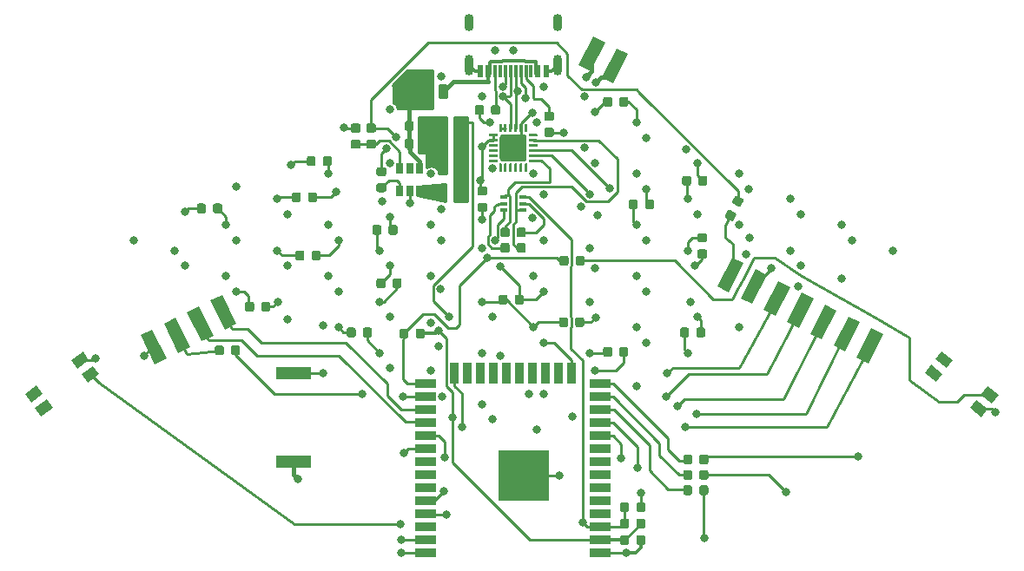
<source format=gbr>
G04 #@! TF.GenerationSoftware,KiCad,Pcbnew,5.1.5+dfsg1-2build2*
G04 #@! TF.CreationDate,2021-06-21T20:14:41+02:00*
G04 #@! TF.ProjectId,chip,63686970-2e6b-4696-9361-645f70636258,rev?*
G04 #@! TF.SameCoordinates,Original*
G04 #@! TF.FileFunction,Copper,L1,Top*
G04 #@! TF.FilePolarity,Positive*
%FSLAX46Y46*%
G04 Gerber Fmt 4.6, Leading zero omitted, Abs format (unit mm)*
G04 Created by KiCad (PCBNEW 5.1.5+dfsg1-2build2) date 2021-06-21 20:14:41*
%MOMM*%
%LPD*%
G04 APERTURE LIST*
%ADD10R,3.400000X1.300000*%
%ADD11C,0.100000*%
%ADD12R,0.650000X1.060000*%
%ADD13R,2.000000X0.900000*%
%ADD14R,0.900000X2.000000*%
%ADD15R,5.000000X5.000000*%
%ADD16R,0.650000X0.400000*%
%ADD17R,0.600000X1.160000*%
%ADD18R,0.300000X1.160000*%
%ADD19O,0.900000X1.700000*%
%ADD20O,0.900000X2.000000*%
%ADD21C,0.800000*%
%ADD22C,0.250000*%
%ADD23C,0.300000*%
%ADD24C,0.400000*%
%ADD25C,0.254000*%
G04 APERTURE END LIST*
D10*
X148600000Y-107650000D03*
X148600000Y-98950000D03*
G04 #@! TA.AperFunction,SMDPad,CuDef*
D11*
G36*
X176383718Y-68956363D02*
G01*
X177827408Y-66122963D01*
X178958986Y-66699531D01*
X177515296Y-69532931D01*
X176383718Y-68956363D01*
G37*
G04 #@! TD.AperFunction*
G04 #@! TA.AperFunction,SMDPad,CuDef*
G36*
X178646874Y-70109498D02*
G01*
X180090564Y-67276098D01*
X181222142Y-67852666D01*
X179778452Y-70686066D01*
X178646874Y-70109498D01*
G37*
G04 #@! TD.AperFunction*
G04 #@! TA.AperFunction,SMDPad,CuDef*
G36*
X214542897Y-102396104D02*
G01*
X215158558Y-101608094D01*
X216261773Y-102470020D01*
X215646112Y-103258030D01*
X214542897Y-102396104D01*
G37*
G04 #@! TD.AperFunction*
G04 #@! TA.AperFunction,SMDPad,CuDef*
G36*
X210130037Y-98948400D02*
G01*
X210745698Y-98160390D01*
X211848913Y-99022316D01*
X211233252Y-99810326D01*
X210130037Y-98948400D01*
G37*
G04 #@! TD.AperFunction*
G04 #@! TA.AperFunction,SMDPad,CuDef*
G36*
X215589521Y-101056486D02*
G01*
X216205182Y-100268476D01*
X217308397Y-101130402D01*
X216692736Y-101918412D01*
X215589521Y-101056486D01*
G37*
G04 #@! TD.AperFunction*
G04 #@! TA.AperFunction,SMDPad,CuDef*
G36*
X211176661Y-97608781D02*
G01*
X211792322Y-96820771D01*
X212895537Y-97682697D01*
X212279876Y-98470707D01*
X211176661Y-97608781D01*
G37*
G04 #@! TD.AperFunction*
G04 #@! TA.AperFunction,SMDPad,CuDef*
G36*
X128521835Y-99898275D02*
G01*
X127934049Y-99089258D01*
X129066673Y-98266359D01*
X129654459Y-99075376D01*
X128521835Y-99898275D01*
G37*
G04 #@! TD.AperFunction*
G04 #@! TA.AperFunction,SMDPad,CuDef*
G36*
X123991340Y-103189872D02*
G01*
X123403554Y-102380855D01*
X124536178Y-101557956D01*
X125123964Y-102366973D01*
X123991340Y-103189872D01*
G37*
G04 #@! TD.AperFunction*
G04 #@! TA.AperFunction,SMDPad,CuDef*
G36*
X127522600Y-98522946D02*
G01*
X126934814Y-97713929D01*
X128067438Y-96891030D01*
X128655224Y-97700047D01*
X127522600Y-98522946D01*
G37*
G04 #@! TD.AperFunction*
G04 #@! TA.AperFunction,SMDPad,CuDef*
G36*
X122992105Y-101814543D02*
G01*
X122404319Y-101005526D01*
X123536943Y-100182627D01*
X124124729Y-100991644D01*
X122992105Y-101814543D01*
G37*
G04 #@! TD.AperFunction*
G04 #@! TA.AperFunction,SMDPad,CuDef*
G36*
X203488679Y-97434688D02*
G01*
X204932369Y-94601288D01*
X206063947Y-95177856D01*
X204620257Y-98011256D01*
X203488679Y-97434688D01*
G37*
G04 #@! TD.AperFunction*
G04 #@! TA.AperFunction,SMDPad,CuDef*
G36*
X201225522Y-96281552D02*
G01*
X202669212Y-93448152D01*
X203800790Y-94024720D01*
X202357100Y-96858120D01*
X201225522Y-96281552D01*
G37*
G04 #@! TD.AperFunction*
G04 #@! TA.AperFunction,SMDPad,CuDef*
G36*
X198962366Y-95128416D02*
G01*
X200406056Y-92295016D01*
X201537634Y-92871584D01*
X200093944Y-95704984D01*
X198962366Y-95128416D01*
G37*
G04 #@! TD.AperFunction*
G04 #@! TA.AperFunction,SMDPad,CuDef*
G36*
X189909739Y-90515873D02*
G01*
X191353429Y-87682473D01*
X192485007Y-88259041D01*
X191041317Y-91092441D01*
X189909739Y-90515873D01*
G37*
G04 #@! TD.AperFunction*
G04 #@! TA.AperFunction,SMDPad,CuDef*
G36*
X196699209Y-93975280D02*
G01*
X198142899Y-91141880D01*
X199274477Y-91718448D01*
X197830787Y-94551848D01*
X196699209Y-93975280D01*
G37*
G04 #@! TD.AperFunction*
G04 #@! TA.AperFunction,SMDPad,CuDef*
G36*
X194436052Y-92822144D02*
G01*
X195879742Y-89988744D01*
X197011320Y-90565312D01*
X195567630Y-93398712D01*
X194436052Y-92822144D01*
G37*
G04 #@! TD.AperFunction*
G04 #@! TA.AperFunction,SMDPad,CuDef*
G36*
X192172896Y-91669009D02*
G01*
X193616586Y-88835609D01*
X194748164Y-89412177D01*
X193304474Y-92245577D01*
X192172896Y-91669009D01*
G37*
G04 #@! TD.AperFunction*
G04 #@! TA.AperFunction,SMDPad,CuDef*
G36*
X135087396Y-98131548D02*
G01*
X133668487Y-95285657D01*
X134805054Y-94718986D01*
X136223963Y-97564877D01*
X135087396Y-98131548D01*
G37*
G04 #@! TD.AperFunction*
G04 #@! TA.AperFunction,SMDPad,CuDef*
G36*
X141906795Y-94731521D02*
G01*
X140487886Y-91885630D01*
X141624453Y-91318959D01*
X143043362Y-94164850D01*
X141906795Y-94731521D01*
G37*
G04 #@! TD.AperFunction*
G04 #@! TA.AperFunction,SMDPad,CuDef*
G36*
X139633662Y-95864863D02*
G01*
X138214753Y-93018972D01*
X139351320Y-92452301D01*
X140770229Y-95298192D01*
X139633662Y-95864863D01*
G37*
G04 #@! TD.AperFunction*
G04 #@! TA.AperFunction,SMDPad,CuDef*
G36*
X137360529Y-96998206D02*
G01*
X135941620Y-94152315D01*
X137078187Y-93585644D01*
X138497096Y-96431535D01*
X137360529Y-96998206D01*
G37*
G04 #@! TD.AperFunction*
G04 #@! TA.AperFunction,SMDPad,CuDef*
G36*
X172293626Y-75625301D02*
G01*
X172299693Y-75626201D01*
X172305643Y-75627691D01*
X172311418Y-75629758D01*
X172316962Y-75632380D01*
X172322223Y-75635533D01*
X172327150Y-75639187D01*
X172331694Y-75643306D01*
X172335813Y-75647850D01*
X172339467Y-75652777D01*
X172342620Y-75658038D01*
X172345242Y-75663582D01*
X172347309Y-75669357D01*
X172348799Y-75675307D01*
X172349699Y-75681374D01*
X172350000Y-75687500D01*
X172350000Y-75812500D01*
X172349699Y-75818626D01*
X172348799Y-75824693D01*
X172347309Y-75830643D01*
X172345242Y-75836418D01*
X172342620Y-75841962D01*
X172339467Y-75847223D01*
X172335813Y-75852150D01*
X172331694Y-75856694D01*
X172327150Y-75860813D01*
X172322223Y-75864467D01*
X172316962Y-75867620D01*
X172311418Y-75870242D01*
X172305643Y-75872309D01*
X172299693Y-75873799D01*
X172293626Y-75874699D01*
X172287500Y-75875000D01*
X171587500Y-75875000D01*
X171581374Y-75874699D01*
X171575307Y-75873799D01*
X171569357Y-75872309D01*
X171563582Y-75870242D01*
X171558038Y-75867620D01*
X171552777Y-75864467D01*
X171547850Y-75860813D01*
X171543306Y-75856694D01*
X171539187Y-75852150D01*
X171535533Y-75847223D01*
X171532380Y-75841962D01*
X171529758Y-75836418D01*
X171527691Y-75830643D01*
X171526201Y-75824693D01*
X171525301Y-75818626D01*
X171525000Y-75812500D01*
X171525000Y-75687500D01*
X171525301Y-75681374D01*
X171526201Y-75675307D01*
X171527691Y-75669357D01*
X171529758Y-75663582D01*
X171532380Y-75658038D01*
X171535533Y-75652777D01*
X171539187Y-75647850D01*
X171543306Y-75643306D01*
X171547850Y-75639187D01*
X171552777Y-75635533D01*
X171558038Y-75632380D01*
X171563582Y-75629758D01*
X171569357Y-75627691D01*
X171575307Y-75626201D01*
X171581374Y-75625301D01*
X171587500Y-75625000D01*
X172287500Y-75625000D01*
X172293626Y-75625301D01*
G37*
G04 #@! TD.AperFunction*
G04 #@! TA.AperFunction,SMDPad,CuDef*
G36*
X172293626Y-76125301D02*
G01*
X172299693Y-76126201D01*
X172305643Y-76127691D01*
X172311418Y-76129758D01*
X172316962Y-76132380D01*
X172322223Y-76135533D01*
X172327150Y-76139187D01*
X172331694Y-76143306D01*
X172335813Y-76147850D01*
X172339467Y-76152777D01*
X172342620Y-76158038D01*
X172345242Y-76163582D01*
X172347309Y-76169357D01*
X172348799Y-76175307D01*
X172349699Y-76181374D01*
X172350000Y-76187500D01*
X172350000Y-76312500D01*
X172349699Y-76318626D01*
X172348799Y-76324693D01*
X172347309Y-76330643D01*
X172345242Y-76336418D01*
X172342620Y-76341962D01*
X172339467Y-76347223D01*
X172335813Y-76352150D01*
X172331694Y-76356694D01*
X172327150Y-76360813D01*
X172322223Y-76364467D01*
X172316962Y-76367620D01*
X172311418Y-76370242D01*
X172305643Y-76372309D01*
X172299693Y-76373799D01*
X172293626Y-76374699D01*
X172287500Y-76375000D01*
X171587500Y-76375000D01*
X171581374Y-76374699D01*
X171575307Y-76373799D01*
X171569357Y-76372309D01*
X171563582Y-76370242D01*
X171558038Y-76367620D01*
X171552777Y-76364467D01*
X171547850Y-76360813D01*
X171543306Y-76356694D01*
X171539187Y-76352150D01*
X171535533Y-76347223D01*
X171532380Y-76341962D01*
X171529758Y-76336418D01*
X171527691Y-76330643D01*
X171526201Y-76324693D01*
X171525301Y-76318626D01*
X171525000Y-76312500D01*
X171525000Y-76187500D01*
X171525301Y-76181374D01*
X171526201Y-76175307D01*
X171527691Y-76169357D01*
X171529758Y-76163582D01*
X171532380Y-76158038D01*
X171535533Y-76152777D01*
X171539187Y-76147850D01*
X171543306Y-76143306D01*
X171547850Y-76139187D01*
X171552777Y-76135533D01*
X171558038Y-76132380D01*
X171563582Y-76129758D01*
X171569357Y-76127691D01*
X171575307Y-76126201D01*
X171581374Y-76125301D01*
X171587500Y-76125000D01*
X172287500Y-76125000D01*
X172293626Y-76125301D01*
G37*
G04 #@! TD.AperFunction*
G04 #@! TA.AperFunction,SMDPad,CuDef*
G36*
X172293626Y-76625301D02*
G01*
X172299693Y-76626201D01*
X172305643Y-76627691D01*
X172311418Y-76629758D01*
X172316962Y-76632380D01*
X172322223Y-76635533D01*
X172327150Y-76639187D01*
X172331694Y-76643306D01*
X172335813Y-76647850D01*
X172339467Y-76652777D01*
X172342620Y-76658038D01*
X172345242Y-76663582D01*
X172347309Y-76669357D01*
X172348799Y-76675307D01*
X172349699Y-76681374D01*
X172350000Y-76687500D01*
X172350000Y-76812500D01*
X172349699Y-76818626D01*
X172348799Y-76824693D01*
X172347309Y-76830643D01*
X172345242Y-76836418D01*
X172342620Y-76841962D01*
X172339467Y-76847223D01*
X172335813Y-76852150D01*
X172331694Y-76856694D01*
X172327150Y-76860813D01*
X172322223Y-76864467D01*
X172316962Y-76867620D01*
X172311418Y-76870242D01*
X172305643Y-76872309D01*
X172299693Y-76873799D01*
X172293626Y-76874699D01*
X172287500Y-76875000D01*
X171587500Y-76875000D01*
X171581374Y-76874699D01*
X171575307Y-76873799D01*
X171569357Y-76872309D01*
X171563582Y-76870242D01*
X171558038Y-76867620D01*
X171552777Y-76864467D01*
X171547850Y-76860813D01*
X171543306Y-76856694D01*
X171539187Y-76852150D01*
X171535533Y-76847223D01*
X171532380Y-76841962D01*
X171529758Y-76836418D01*
X171527691Y-76830643D01*
X171526201Y-76824693D01*
X171525301Y-76818626D01*
X171525000Y-76812500D01*
X171525000Y-76687500D01*
X171525301Y-76681374D01*
X171526201Y-76675307D01*
X171527691Y-76669357D01*
X171529758Y-76663582D01*
X171532380Y-76658038D01*
X171535533Y-76652777D01*
X171539187Y-76647850D01*
X171543306Y-76643306D01*
X171547850Y-76639187D01*
X171552777Y-76635533D01*
X171558038Y-76632380D01*
X171563582Y-76629758D01*
X171569357Y-76627691D01*
X171575307Y-76626201D01*
X171581374Y-76625301D01*
X171587500Y-76625000D01*
X172287500Y-76625000D01*
X172293626Y-76625301D01*
G37*
G04 #@! TD.AperFunction*
G04 #@! TA.AperFunction,SMDPad,CuDef*
G36*
X172293626Y-77125301D02*
G01*
X172299693Y-77126201D01*
X172305643Y-77127691D01*
X172311418Y-77129758D01*
X172316962Y-77132380D01*
X172322223Y-77135533D01*
X172327150Y-77139187D01*
X172331694Y-77143306D01*
X172335813Y-77147850D01*
X172339467Y-77152777D01*
X172342620Y-77158038D01*
X172345242Y-77163582D01*
X172347309Y-77169357D01*
X172348799Y-77175307D01*
X172349699Y-77181374D01*
X172350000Y-77187500D01*
X172350000Y-77312500D01*
X172349699Y-77318626D01*
X172348799Y-77324693D01*
X172347309Y-77330643D01*
X172345242Y-77336418D01*
X172342620Y-77341962D01*
X172339467Y-77347223D01*
X172335813Y-77352150D01*
X172331694Y-77356694D01*
X172327150Y-77360813D01*
X172322223Y-77364467D01*
X172316962Y-77367620D01*
X172311418Y-77370242D01*
X172305643Y-77372309D01*
X172299693Y-77373799D01*
X172293626Y-77374699D01*
X172287500Y-77375000D01*
X171587500Y-77375000D01*
X171581374Y-77374699D01*
X171575307Y-77373799D01*
X171569357Y-77372309D01*
X171563582Y-77370242D01*
X171558038Y-77367620D01*
X171552777Y-77364467D01*
X171547850Y-77360813D01*
X171543306Y-77356694D01*
X171539187Y-77352150D01*
X171535533Y-77347223D01*
X171532380Y-77341962D01*
X171529758Y-77336418D01*
X171527691Y-77330643D01*
X171526201Y-77324693D01*
X171525301Y-77318626D01*
X171525000Y-77312500D01*
X171525000Y-77187500D01*
X171525301Y-77181374D01*
X171526201Y-77175307D01*
X171527691Y-77169357D01*
X171529758Y-77163582D01*
X171532380Y-77158038D01*
X171535533Y-77152777D01*
X171539187Y-77147850D01*
X171543306Y-77143306D01*
X171547850Y-77139187D01*
X171552777Y-77135533D01*
X171558038Y-77132380D01*
X171563582Y-77129758D01*
X171569357Y-77127691D01*
X171575307Y-77126201D01*
X171581374Y-77125301D01*
X171587500Y-77125000D01*
X172287500Y-77125000D01*
X172293626Y-77125301D01*
G37*
G04 #@! TD.AperFunction*
G04 #@! TA.AperFunction,SMDPad,CuDef*
G36*
X172293626Y-77625301D02*
G01*
X172299693Y-77626201D01*
X172305643Y-77627691D01*
X172311418Y-77629758D01*
X172316962Y-77632380D01*
X172322223Y-77635533D01*
X172327150Y-77639187D01*
X172331694Y-77643306D01*
X172335813Y-77647850D01*
X172339467Y-77652777D01*
X172342620Y-77658038D01*
X172345242Y-77663582D01*
X172347309Y-77669357D01*
X172348799Y-77675307D01*
X172349699Y-77681374D01*
X172350000Y-77687500D01*
X172350000Y-77812500D01*
X172349699Y-77818626D01*
X172348799Y-77824693D01*
X172347309Y-77830643D01*
X172345242Y-77836418D01*
X172342620Y-77841962D01*
X172339467Y-77847223D01*
X172335813Y-77852150D01*
X172331694Y-77856694D01*
X172327150Y-77860813D01*
X172322223Y-77864467D01*
X172316962Y-77867620D01*
X172311418Y-77870242D01*
X172305643Y-77872309D01*
X172299693Y-77873799D01*
X172293626Y-77874699D01*
X172287500Y-77875000D01*
X171587500Y-77875000D01*
X171581374Y-77874699D01*
X171575307Y-77873799D01*
X171569357Y-77872309D01*
X171563582Y-77870242D01*
X171558038Y-77867620D01*
X171552777Y-77864467D01*
X171547850Y-77860813D01*
X171543306Y-77856694D01*
X171539187Y-77852150D01*
X171535533Y-77847223D01*
X171532380Y-77841962D01*
X171529758Y-77836418D01*
X171527691Y-77830643D01*
X171526201Y-77824693D01*
X171525301Y-77818626D01*
X171525000Y-77812500D01*
X171525000Y-77687500D01*
X171525301Y-77681374D01*
X171526201Y-77675307D01*
X171527691Y-77669357D01*
X171529758Y-77663582D01*
X171532380Y-77658038D01*
X171535533Y-77652777D01*
X171539187Y-77647850D01*
X171543306Y-77643306D01*
X171547850Y-77639187D01*
X171552777Y-77635533D01*
X171558038Y-77632380D01*
X171563582Y-77629758D01*
X171569357Y-77627691D01*
X171575307Y-77626201D01*
X171581374Y-77625301D01*
X171587500Y-77625000D01*
X172287500Y-77625000D01*
X172293626Y-77625301D01*
G37*
G04 #@! TD.AperFunction*
G04 #@! TA.AperFunction,SMDPad,CuDef*
G36*
X172293626Y-78125301D02*
G01*
X172299693Y-78126201D01*
X172305643Y-78127691D01*
X172311418Y-78129758D01*
X172316962Y-78132380D01*
X172322223Y-78135533D01*
X172327150Y-78139187D01*
X172331694Y-78143306D01*
X172335813Y-78147850D01*
X172339467Y-78152777D01*
X172342620Y-78158038D01*
X172345242Y-78163582D01*
X172347309Y-78169357D01*
X172348799Y-78175307D01*
X172349699Y-78181374D01*
X172350000Y-78187500D01*
X172350000Y-78312500D01*
X172349699Y-78318626D01*
X172348799Y-78324693D01*
X172347309Y-78330643D01*
X172345242Y-78336418D01*
X172342620Y-78341962D01*
X172339467Y-78347223D01*
X172335813Y-78352150D01*
X172331694Y-78356694D01*
X172327150Y-78360813D01*
X172322223Y-78364467D01*
X172316962Y-78367620D01*
X172311418Y-78370242D01*
X172305643Y-78372309D01*
X172299693Y-78373799D01*
X172293626Y-78374699D01*
X172287500Y-78375000D01*
X171587500Y-78375000D01*
X171581374Y-78374699D01*
X171575307Y-78373799D01*
X171569357Y-78372309D01*
X171563582Y-78370242D01*
X171558038Y-78367620D01*
X171552777Y-78364467D01*
X171547850Y-78360813D01*
X171543306Y-78356694D01*
X171539187Y-78352150D01*
X171535533Y-78347223D01*
X171532380Y-78341962D01*
X171529758Y-78336418D01*
X171527691Y-78330643D01*
X171526201Y-78324693D01*
X171525301Y-78318626D01*
X171525000Y-78312500D01*
X171525000Y-78187500D01*
X171525301Y-78181374D01*
X171526201Y-78175307D01*
X171527691Y-78169357D01*
X171529758Y-78163582D01*
X171532380Y-78158038D01*
X171535533Y-78152777D01*
X171539187Y-78147850D01*
X171543306Y-78143306D01*
X171547850Y-78139187D01*
X171552777Y-78135533D01*
X171558038Y-78132380D01*
X171563582Y-78129758D01*
X171569357Y-78127691D01*
X171575307Y-78126201D01*
X171581374Y-78125301D01*
X171587500Y-78125000D01*
X172287500Y-78125000D01*
X172293626Y-78125301D01*
G37*
G04 #@! TD.AperFunction*
G04 #@! TA.AperFunction,SMDPad,CuDef*
G36*
X171318626Y-78525301D02*
G01*
X171324693Y-78526201D01*
X171330643Y-78527691D01*
X171336418Y-78529758D01*
X171341962Y-78532380D01*
X171347223Y-78535533D01*
X171352150Y-78539187D01*
X171356694Y-78543306D01*
X171360813Y-78547850D01*
X171364467Y-78552777D01*
X171367620Y-78558038D01*
X171370242Y-78563582D01*
X171372309Y-78569357D01*
X171373799Y-78575307D01*
X171374699Y-78581374D01*
X171375000Y-78587500D01*
X171375000Y-79287500D01*
X171374699Y-79293626D01*
X171373799Y-79299693D01*
X171372309Y-79305643D01*
X171370242Y-79311418D01*
X171367620Y-79316962D01*
X171364467Y-79322223D01*
X171360813Y-79327150D01*
X171356694Y-79331694D01*
X171352150Y-79335813D01*
X171347223Y-79339467D01*
X171341962Y-79342620D01*
X171336418Y-79345242D01*
X171330643Y-79347309D01*
X171324693Y-79348799D01*
X171318626Y-79349699D01*
X171312500Y-79350000D01*
X171187500Y-79350000D01*
X171181374Y-79349699D01*
X171175307Y-79348799D01*
X171169357Y-79347309D01*
X171163582Y-79345242D01*
X171158038Y-79342620D01*
X171152777Y-79339467D01*
X171147850Y-79335813D01*
X171143306Y-79331694D01*
X171139187Y-79327150D01*
X171135533Y-79322223D01*
X171132380Y-79316962D01*
X171129758Y-79311418D01*
X171127691Y-79305643D01*
X171126201Y-79299693D01*
X171125301Y-79293626D01*
X171125000Y-79287500D01*
X171125000Y-78587500D01*
X171125301Y-78581374D01*
X171126201Y-78575307D01*
X171127691Y-78569357D01*
X171129758Y-78563582D01*
X171132380Y-78558038D01*
X171135533Y-78552777D01*
X171139187Y-78547850D01*
X171143306Y-78543306D01*
X171147850Y-78539187D01*
X171152777Y-78535533D01*
X171158038Y-78532380D01*
X171163582Y-78529758D01*
X171169357Y-78527691D01*
X171175307Y-78526201D01*
X171181374Y-78525301D01*
X171187500Y-78525000D01*
X171312500Y-78525000D01*
X171318626Y-78525301D01*
G37*
G04 #@! TD.AperFunction*
G04 #@! TA.AperFunction,SMDPad,CuDef*
G36*
X170818626Y-78525301D02*
G01*
X170824693Y-78526201D01*
X170830643Y-78527691D01*
X170836418Y-78529758D01*
X170841962Y-78532380D01*
X170847223Y-78535533D01*
X170852150Y-78539187D01*
X170856694Y-78543306D01*
X170860813Y-78547850D01*
X170864467Y-78552777D01*
X170867620Y-78558038D01*
X170870242Y-78563582D01*
X170872309Y-78569357D01*
X170873799Y-78575307D01*
X170874699Y-78581374D01*
X170875000Y-78587500D01*
X170875000Y-79287500D01*
X170874699Y-79293626D01*
X170873799Y-79299693D01*
X170872309Y-79305643D01*
X170870242Y-79311418D01*
X170867620Y-79316962D01*
X170864467Y-79322223D01*
X170860813Y-79327150D01*
X170856694Y-79331694D01*
X170852150Y-79335813D01*
X170847223Y-79339467D01*
X170841962Y-79342620D01*
X170836418Y-79345242D01*
X170830643Y-79347309D01*
X170824693Y-79348799D01*
X170818626Y-79349699D01*
X170812500Y-79350000D01*
X170687500Y-79350000D01*
X170681374Y-79349699D01*
X170675307Y-79348799D01*
X170669357Y-79347309D01*
X170663582Y-79345242D01*
X170658038Y-79342620D01*
X170652777Y-79339467D01*
X170647850Y-79335813D01*
X170643306Y-79331694D01*
X170639187Y-79327150D01*
X170635533Y-79322223D01*
X170632380Y-79316962D01*
X170629758Y-79311418D01*
X170627691Y-79305643D01*
X170626201Y-79299693D01*
X170625301Y-79293626D01*
X170625000Y-79287500D01*
X170625000Y-78587500D01*
X170625301Y-78581374D01*
X170626201Y-78575307D01*
X170627691Y-78569357D01*
X170629758Y-78563582D01*
X170632380Y-78558038D01*
X170635533Y-78552777D01*
X170639187Y-78547850D01*
X170643306Y-78543306D01*
X170647850Y-78539187D01*
X170652777Y-78535533D01*
X170658038Y-78532380D01*
X170663582Y-78529758D01*
X170669357Y-78527691D01*
X170675307Y-78526201D01*
X170681374Y-78525301D01*
X170687500Y-78525000D01*
X170812500Y-78525000D01*
X170818626Y-78525301D01*
G37*
G04 #@! TD.AperFunction*
G04 #@! TA.AperFunction,SMDPad,CuDef*
G36*
X170318626Y-78525301D02*
G01*
X170324693Y-78526201D01*
X170330643Y-78527691D01*
X170336418Y-78529758D01*
X170341962Y-78532380D01*
X170347223Y-78535533D01*
X170352150Y-78539187D01*
X170356694Y-78543306D01*
X170360813Y-78547850D01*
X170364467Y-78552777D01*
X170367620Y-78558038D01*
X170370242Y-78563582D01*
X170372309Y-78569357D01*
X170373799Y-78575307D01*
X170374699Y-78581374D01*
X170375000Y-78587500D01*
X170375000Y-79287500D01*
X170374699Y-79293626D01*
X170373799Y-79299693D01*
X170372309Y-79305643D01*
X170370242Y-79311418D01*
X170367620Y-79316962D01*
X170364467Y-79322223D01*
X170360813Y-79327150D01*
X170356694Y-79331694D01*
X170352150Y-79335813D01*
X170347223Y-79339467D01*
X170341962Y-79342620D01*
X170336418Y-79345242D01*
X170330643Y-79347309D01*
X170324693Y-79348799D01*
X170318626Y-79349699D01*
X170312500Y-79350000D01*
X170187500Y-79350000D01*
X170181374Y-79349699D01*
X170175307Y-79348799D01*
X170169357Y-79347309D01*
X170163582Y-79345242D01*
X170158038Y-79342620D01*
X170152777Y-79339467D01*
X170147850Y-79335813D01*
X170143306Y-79331694D01*
X170139187Y-79327150D01*
X170135533Y-79322223D01*
X170132380Y-79316962D01*
X170129758Y-79311418D01*
X170127691Y-79305643D01*
X170126201Y-79299693D01*
X170125301Y-79293626D01*
X170125000Y-79287500D01*
X170125000Y-78587500D01*
X170125301Y-78581374D01*
X170126201Y-78575307D01*
X170127691Y-78569357D01*
X170129758Y-78563582D01*
X170132380Y-78558038D01*
X170135533Y-78552777D01*
X170139187Y-78547850D01*
X170143306Y-78543306D01*
X170147850Y-78539187D01*
X170152777Y-78535533D01*
X170158038Y-78532380D01*
X170163582Y-78529758D01*
X170169357Y-78527691D01*
X170175307Y-78526201D01*
X170181374Y-78525301D01*
X170187500Y-78525000D01*
X170312500Y-78525000D01*
X170318626Y-78525301D01*
G37*
G04 #@! TD.AperFunction*
G04 #@! TA.AperFunction,SMDPad,CuDef*
G36*
X169818626Y-78525301D02*
G01*
X169824693Y-78526201D01*
X169830643Y-78527691D01*
X169836418Y-78529758D01*
X169841962Y-78532380D01*
X169847223Y-78535533D01*
X169852150Y-78539187D01*
X169856694Y-78543306D01*
X169860813Y-78547850D01*
X169864467Y-78552777D01*
X169867620Y-78558038D01*
X169870242Y-78563582D01*
X169872309Y-78569357D01*
X169873799Y-78575307D01*
X169874699Y-78581374D01*
X169875000Y-78587500D01*
X169875000Y-79287500D01*
X169874699Y-79293626D01*
X169873799Y-79299693D01*
X169872309Y-79305643D01*
X169870242Y-79311418D01*
X169867620Y-79316962D01*
X169864467Y-79322223D01*
X169860813Y-79327150D01*
X169856694Y-79331694D01*
X169852150Y-79335813D01*
X169847223Y-79339467D01*
X169841962Y-79342620D01*
X169836418Y-79345242D01*
X169830643Y-79347309D01*
X169824693Y-79348799D01*
X169818626Y-79349699D01*
X169812500Y-79350000D01*
X169687500Y-79350000D01*
X169681374Y-79349699D01*
X169675307Y-79348799D01*
X169669357Y-79347309D01*
X169663582Y-79345242D01*
X169658038Y-79342620D01*
X169652777Y-79339467D01*
X169647850Y-79335813D01*
X169643306Y-79331694D01*
X169639187Y-79327150D01*
X169635533Y-79322223D01*
X169632380Y-79316962D01*
X169629758Y-79311418D01*
X169627691Y-79305643D01*
X169626201Y-79299693D01*
X169625301Y-79293626D01*
X169625000Y-79287500D01*
X169625000Y-78587500D01*
X169625301Y-78581374D01*
X169626201Y-78575307D01*
X169627691Y-78569357D01*
X169629758Y-78563582D01*
X169632380Y-78558038D01*
X169635533Y-78552777D01*
X169639187Y-78547850D01*
X169643306Y-78543306D01*
X169647850Y-78539187D01*
X169652777Y-78535533D01*
X169658038Y-78532380D01*
X169663582Y-78529758D01*
X169669357Y-78527691D01*
X169675307Y-78526201D01*
X169681374Y-78525301D01*
X169687500Y-78525000D01*
X169812500Y-78525000D01*
X169818626Y-78525301D01*
G37*
G04 #@! TD.AperFunction*
G04 #@! TA.AperFunction,SMDPad,CuDef*
G36*
X169318626Y-78525301D02*
G01*
X169324693Y-78526201D01*
X169330643Y-78527691D01*
X169336418Y-78529758D01*
X169341962Y-78532380D01*
X169347223Y-78535533D01*
X169352150Y-78539187D01*
X169356694Y-78543306D01*
X169360813Y-78547850D01*
X169364467Y-78552777D01*
X169367620Y-78558038D01*
X169370242Y-78563582D01*
X169372309Y-78569357D01*
X169373799Y-78575307D01*
X169374699Y-78581374D01*
X169375000Y-78587500D01*
X169375000Y-79287500D01*
X169374699Y-79293626D01*
X169373799Y-79299693D01*
X169372309Y-79305643D01*
X169370242Y-79311418D01*
X169367620Y-79316962D01*
X169364467Y-79322223D01*
X169360813Y-79327150D01*
X169356694Y-79331694D01*
X169352150Y-79335813D01*
X169347223Y-79339467D01*
X169341962Y-79342620D01*
X169336418Y-79345242D01*
X169330643Y-79347309D01*
X169324693Y-79348799D01*
X169318626Y-79349699D01*
X169312500Y-79350000D01*
X169187500Y-79350000D01*
X169181374Y-79349699D01*
X169175307Y-79348799D01*
X169169357Y-79347309D01*
X169163582Y-79345242D01*
X169158038Y-79342620D01*
X169152777Y-79339467D01*
X169147850Y-79335813D01*
X169143306Y-79331694D01*
X169139187Y-79327150D01*
X169135533Y-79322223D01*
X169132380Y-79316962D01*
X169129758Y-79311418D01*
X169127691Y-79305643D01*
X169126201Y-79299693D01*
X169125301Y-79293626D01*
X169125000Y-79287500D01*
X169125000Y-78587500D01*
X169125301Y-78581374D01*
X169126201Y-78575307D01*
X169127691Y-78569357D01*
X169129758Y-78563582D01*
X169132380Y-78558038D01*
X169135533Y-78552777D01*
X169139187Y-78547850D01*
X169143306Y-78543306D01*
X169147850Y-78539187D01*
X169152777Y-78535533D01*
X169158038Y-78532380D01*
X169163582Y-78529758D01*
X169169357Y-78527691D01*
X169175307Y-78526201D01*
X169181374Y-78525301D01*
X169187500Y-78525000D01*
X169312500Y-78525000D01*
X169318626Y-78525301D01*
G37*
G04 #@! TD.AperFunction*
G04 #@! TA.AperFunction,SMDPad,CuDef*
G36*
X168818626Y-78525301D02*
G01*
X168824693Y-78526201D01*
X168830643Y-78527691D01*
X168836418Y-78529758D01*
X168841962Y-78532380D01*
X168847223Y-78535533D01*
X168852150Y-78539187D01*
X168856694Y-78543306D01*
X168860813Y-78547850D01*
X168864467Y-78552777D01*
X168867620Y-78558038D01*
X168870242Y-78563582D01*
X168872309Y-78569357D01*
X168873799Y-78575307D01*
X168874699Y-78581374D01*
X168875000Y-78587500D01*
X168875000Y-79287500D01*
X168874699Y-79293626D01*
X168873799Y-79299693D01*
X168872309Y-79305643D01*
X168870242Y-79311418D01*
X168867620Y-79316962D01*
X168864467Y-79322223D01*
X168860813Y-79327150D01*
X168856694Y-79331694D01*
X168852150Y-79335813D01*
X168847223Y-79339467D01*
X168841962Y-79342620D01*
X168836418Y-79345242D01*
X168830643Y-79347309D01*
X168824693Y-79348799D01*
X168818626Y-79349699D01*
X168812500Y-79350000D01*
X168687500Y-79350000D01*
X168681374Y-79349699D01*
X168675307Y-79348799D01*
X168669357Y-79347309D01*
X168663582Y-79345242D01*
X168658038Y-79342620D01*
X168652777Y-79339467D01*
X168647850Y-79335813D01*
X168643306Y-79331694D01*
X168639187Y-79327150D01*
X168635533Y-79322223D01*
X168632380Y-79316962D01*
X168629758Y-79311418D01*
X168627691Y-79305643D01*
X168626201Y-79299693D01*
X168625301Y-79293626D01*
X168625000Y-79287500D01*
X168625000Y-78587500D01*
X168625301Y-78581374D01*
X168626201Y-78575307D01*
X168627691Y-78569357D01*
X168629758Y-78563582D01*
X168632380Y-78558038D01*
X168635533Y-78552777D01*
X168639187Y-78547850D01*
X168643306Y-78543306D01*
X168647850Y-78539187D01*
X168652777Y-78535533D01*
X168658038Y-78532380D01*
X168663582Y-78529758D01*
X168669357Y-78527691D01*
X168675307Y-78526201D01*
X168681374Y-78525301D01*
X168687500Y-78525000D01*
X168812500Y-78525000D01*
X168818626Y-78525301D01*
G37*
G04 #@! TD.AperFunction*
G04 #@! TA.AperFunction,SMDPad,CuDef*
G36*
X168418626Y-78125301D02*
G01*
X168424693Y-78126201D01*
X168430643Y-78127691D01*
X168436418Y-78129758D01*
X168441962Y-78132380D01*
X168447223Y-78135533D01*
X168452150Y-78139187D01*
X168456694Y-78143306D01*
X168460813Y-78147850D01*
X168464467Y-78152777D01*
X168467620Y-78158038D01*
X168470242Y-78163582D01*
X168472309Y-78169357D01*
X168473799Y-78175307D01*
X168474699Y-78181374D01*
X168475000Y-78187500D01*
X168475000Y-78312500D01*
X168474699Y-78318626D01*
X168473799Y-78324693D01*
X168472309Y-78330643D01*
X168470242Y-78336418D01*
X168467620Y-78341962D01*
X168464467Y-78347223D01*
X168460813Y-78352150D01*
X168456694Y-78356694D01*
X168452150Y-78360813D01*
X168447223Y-78364467D01*
X168441962Y-78367620D01*
X168436418Y-78370242D01*
X168430643Y-78372309D01*
X168424693Y-78373799D01*
X168418626Y-78374699D01*
X168412500Y-78375000D01*
X167712500Y-78375000D01*
X167706374Y-78374699D01*
X167700307Y-78373799D01*
X167694357Y-78372309D01*
X167688582Y-78370242D01*
X167683038Y-78367620D01*
X167677777Y-78364467D01*
X167672850Y-78360813D01*
X167668306Y-78356694D01*
X167664187Y-78352150D01*
X167660533Y-78347223D01*
X167657380Y-78341962D01*
X167654758Y-78336418D01*
X167652691Y-78330643D01*
X167651201Y-78324693D01*
X167650301Y-78318626D01*
X167650000Y-78312500D01*
X167650000Y-78187500D01*
X167650301Y-78181374D01*
X167651201Y-78175307D01*
X167652691Y-78169357D01*
X167654758Y-78163582D01*
X167657380Y-78158038D01*
X167660533Y-78152777D01*
X167664187Y-78147850D01*
X167668306Y-78143306D01*
X167672850Y-78139187D01*
X167677777Y-78135533D01*
X167683038Y-78132380D01*
X167688582Y-78129758D01*
X167694357Y-78127691D01*
X167700307Y-78126201D01*
X167706374Y-78125301D01*
X167712500Y-78125000D01*
X168412500Y-78125000D01*
X168418626Y-78125301D01*
G37*
G04 #@! TD.AperFunction*
G04 #@! TA.AperFunction,SMDPad,CuDef*
G36*
X168418626Y-77625301D02*
G01*
X168424693Y-77626201D01*
X168430643Y-77627691D01*
X168436418Y-77629758D01*
X168441962Y-77632380D01*
X168447223Y-77635533D01*
X168452150Y-77639187D01*
X168456694Y-77643306D01*
X168460813Y-77647850D01*
X168464467Y-77652777D01*
X168467620Y-77658038D01*
X168470242Y-77663582D01*
X168472309Y-77669357D01*
X168473799Y-77675307D01*
X168474699Y-77681374D01*
X168475000Y-77687500D01*
X168475000Y-77812500D01*
X168474699Y-77818626D01*
X168473799Y-77824693D01*
X168472309Y-77830643D01*
X168470242Y-77836418D01*
X168467620Y-77841962D01*
X168464467Y-77847223D01*
X168460813Y-77852150D01*
X168456694Y-77856694D01*
X168452150Y-77860813D01*
X168447223Y-77864467D01*
X168441962Y-77867620D01*
X168436418Y-77870242D01*
X168430643Y-77872309D01*
X168424693Y-77873799D01*
X168418626Y-77874699D01*
X168412500Y-77875000D01*
X167712500Y-77875000D01*
X167706374Y-77874699D01*
X167700307Y-77873799D01*
X167694357Y-77872309D01*
X167688582Y-77870242D01*
X167683038Y-77867620D01*
X167677777Y-77864467D01*
X167672850Y-77860813D01*
X167668306Y-77856694D01*
X167664187Y-77852150D01*
X167660533Y-77847223D01*
X167657380Y-77841962D01*
X167654758Y-77836418D01*
X167652691Y-77830643D01*
X167651201Y-77824693D01*
X167650301Y-77818626D01*
X167650000Y-77812500D01*
X167650000Y-77687500D01*
X167650301Y-77681374D01*
X167651201Y-77675307D01*
X167652691Y-77669357D01*
X167654758Y-77663582D01*
X167657380Y-77658038D01*
X167660533Y-77652777D01*
X167664187Y-77647850D01*
X167668306Y-77643306D01*
X167672850Y-77639187D01*
X167677777Y-77635533D01*
X167683038Y-77632380D01*
X167688582Y-77629758D01*
X167694357Y-77627691D01*
X167700307Y-77626201D01*
X167706374Y-77625301D01*
X167712500Y-77625000D01*
X168412500Y-77625000D01*
X168418626Y-77625301D01*
G37*
G04 #@! TD.AperFunction*
G04 #@! TA.AperFunction,SMDPad,CuDef*
G36*
X168418626Y-77125301D02*
G01*
X168424693Y-77126201D01*
X168430643Y-77127691D01*
X168436418Y-77129758D01*
X168441962Y-77132380D01*
X168447223Y-77135533D01*
X168452150Y-77139187D01*
X168456694Y-77143306D01*
X168460813Y-77147850D01*
X168464467Y-77152777D01*
X168467620Y-77158038D01*
X168470242Y-77163582D01*
X168472309Y-77169357D01*
X168473799Y-77175307D01*
X168474699Y-77181374D01*
X168475000Y-77187500D01*
X168475000Y-77312500D01*
X168474699Y-77318626D01*
X168473799Y-77324693D01*
X168472309Y-77330643D01*
X168470242Y-77336418D01*
X168467620Y-77341962D01*
X168464467Y-77347223D01*
X168460813Y-77352150D01*
X168456694Y-77356694D01*
X168452150Y-77360813D01*
X168447223Y-77364467D01*
X168441962Y-77367620D01*
X168436418Y-77370242D01*
X168430643Y-77372309D01*
X168424693Y-77373799D01*
X168418626Y-77374699D01*
X168412500Y-77375000D01*
X167712500Y-77375000D01*
X167706374Y-77374699D01*
X167700307Y-77373799D01*
X167694357Y-77372309D01*
X167688582Y-77370242D01*
X167683038Y-77367620D01*
X167677777Y-77364467D01*
X167672850Y-77360813D01*
X167668306Y-77356694D01*
X167664187Y-77352150D01*
X167660533Y-77347223D01*
X167657380Y-77341962D01*
X167654758Y-77336418D01*
X167652691Y-77330643D01*
X167651201Y-77324693D01*
X167650301Y-77318626D01*
X167650000Y-77312500D01*
X167650000Y-77187500D01*
X167650301Y-77181374D01*
X167651201Y-77175307D01*
X167652691Y-77169357D01*
X167654758Y-77163582D01*
X167657380Y-77158038D01*
X167660533Y-77152777D01*
X167664187Y-77147850D01*
X167668306Y-77143306D01*
X167672850Y-77139187D01*
X167677777Y-77135533D01*
X167683038Y-77132380D01*
X167688582Y-77129758D01*
X167694357Y-77127691D01*
X167700307Y-77126201D01*
X167706374Y-77125301D01*
X167712500Y-77125000D01*
X168412500Y-77125000D01*
X168418626Y-77125301D01*
G37*
G04 #@! TD.AperFunction*
G04 #@! TA.AperFunction,SMDPad,CuDef*
G36*
X168418626Y-76625301D02*
G01*
X168424693Y-76626201D01*
X168430643Y-76627691D01*
X168436418Y-76629758D01*
X168441962Y-76632380D01*
X168447223Y-76635533D01*
X168452150Y-76639187D01*
X168456694Y-76643306D01*
X168460813Y-76647850D01*
X168464467Y-76652777D01*
X168467620Y-76658038D01*
X168470242Y-76663582D01*
X168472309Y-76669357D01*
X168473799Y-76675307D01*
X168474699Y-76681374D01*
X168475000Y-76687500D01*
X168475000Y-76812500D01*
X168474699Y-76818626D01*
X168473799Y-76824693D01*
X168472309Y-76830643D01*
X168470242Y-76836418D01*
X168467620Y-76841962D01*
X168464467Y-76847223D01*
X168460813Y-76852150D01*
X168456694Y-76856694D01*
X168452150Y-76860813D01*
X168447223Y-76864467D01*
X168441962Y-76867620D01*
X168436418Y-76870242D01*
X168430643Y-76872309D01*
X168424693Y-76873799D01*
X168418626Y-76874699D01*
X168412500Y-76875000D01*
X167712500Y-76875000D01*
X167706374Y-76874699D01*
X167700307Y-76873799D01*
X167694357Y-76872309D01*
X167688582Y-76870242D01*
X167683038Y-76867620D01*
X167677777Y-76864467D01*
X167672850Y-76860813D01*
X167668306Y-76856694D01*
X167664187Y-76852150D01*
X167660533Y-76847223D01*
X167657380Y-76841962D01*
X167654758Y-76836418D01*
X167652691Y-76830643D01*
X167651201Y-76824693D01*
X167650301Y-76818626D01*
X167650000Y-76812500D01*
X167650000Y-76687500D01*
X167650301Y-76681374D01*
X167651201Y-76675307D01*
X167652691Y-76669357D01*
X167654758Y-76663582D01*
X167657380Y-76658038D01*
X167660533Y-76652777D01*
X167664187Y-76647850D01*
X167668306Y-76643306D01*
X167672850Y-76639187D01*
X167677777Y-76635533D01*
X167683038Y-76632380D01*
X167688582Y-76629758D01*
X167694357Y-76627691D01*
X167700307Y-76626201D01*
X167706374Y-76625301D01*
X167712500Y-76625000D01*
X168412500Y-76625000D01*
X168418626Y-76625301D01*
G37*
G04 #@! TD.AperFunction*
G04 #@! TA.AperFunction,SMDPad,CuDef*
G36*
X168418626Y-76125301D02*
G01*
X168424693Y-76126201D01*
X168430643Y-76127691D01*
X168436418Y-76129758D01*
X168441962Y-76132380D01*
X168447223Y-76135533D01*
X168452150Y-76139187D01*
X168456694Y-76143306D01*
X168460813Y-76147850D01*
X168464467Y-76152777D01*
X168467620Y-76158038D01*
X168470242Y-76163582D01*
X168472309Y-76169357D01*
X168473799Y-76175307D01*
X168474699Y-76181374D01*
X168475000Y-76187500D01*
X168475000Y-76312500D01*
X168474699Y-76318626D01*
X168473799Y-76324693D01*
X168472309Y-76330643D01*
X168470242Y-76336418D01*
X168467620Y-76341962D01*
X168464467Y-76347223D01*
X168460813Y-76352150D01*
X168456694Y-76356694D01*
X168452150Y-76360813D01*
X168447223Y-76364467D01*
X168441962Y-76367620D01*
X168436418Y-76370242D01*
X168430643Y-76372309D01*
X168424693Y-76373799D01*
X168418626Y-76374699D01*
X168412500Y-76375000D01*
X167712500Y-76375000D01*
X167706374Y-76374699D01*
X167700307Y-76373799D01*
X167694357Y-76372309D01*
X167688582Y-76370242D01*
X167683038Y-76367620D01*
X167677777Y-76364467D01*
X167672850Y-76360813D01*
X167668306Y-76356694D01*
X167664187Y-76352150D01*
X167660533Y-76347223D01*
X167657380Y-76341962D01*
X167654758Y-76336418D01*
X167652691Y-76330643D01*
X167651201Y-76324693D01*
X167650301Y-76318626D01*
X167650000Y-76312500D01*
X167650000Y-76187500D01*
X167650301Y-76181374D01*
X167651201Y-76175307D01*
X167652691Y-76169357D01*
X167654758Y-76163582D01*
X167657380Y-76158038D01*
X167660533Y-76152777D01*
X167664187Y-76147850D01*
X167668306Y-76143306D01*
X167672850Y-76139187D01*
X167677777Y-76135533D01*
X167683038Y-76132380D01*
X167688582Y-76129758D01*
X167694357Y-76127691D01*
X167700307Y-76126201D01*
X167706374Y-76125301D01*
X167712500Y-76125000D01*
X168412500Y-76125000D01*
X168418626Y-76125301D01*
G37*
G04 #@! TD.AperFunction*
G04 #@! TA.AperFunction,SMDPad,CuDef*
G36*
X168418626Y-75625301D02*
G01*
X168424693Y-75626201D01*
X168430643Y-75627691D01*
X168436418Y-75629758D01*
X168441962Y-75632380D01*
X168447223Y-75635533D01*
X168452150Y-75639187D01*
X168456694Y-75643306D01*
X168460813Y-75647850D01*
X168464467Y-75652777D01*
X168467620Y-75658038D01*
X168470242Y-75663582D01*
X168472309Y-75669357D01*
X168473799Y-75675307D01*
X168474699Y-75681374D01*
X168475000Y-75687500D01*
X168475000Y-75812500D01*
X168474699Y-75818626D01*
X168473799Y-75824693D01*
X168472309Y-75830643D01*
X168470242Y-75836418D01*
X168467620Y-75841962D01*
X168464467Y-75847223D01*
X168460813Y-75852150D01*
X168456694Y-75856694D01*
X168452150Y-75860813D01*
X168447223Y-75864467D01*
X168441962Y-75867620D01*
X168436418Y-75870242D01*
X168430643Y-75872309D01*
X168424693Y-75873799D01*
X168418626Y-75874699D01*
X168412500Y-75875000D01*
X167712500Y-75875000D01*
X167706374Y-75874699D01*
X167700307Y-75873799D01*
X167694357Y-75872309D01*
X167688582Y-75870242D01*
X167683038Y-75867620D01*
X167677777Y-75864467D01*
X167672850Y-75860813D01*
X167668306Y-75856694D01*
X167664187Y-75852150D01*
X167660533Y-75847223D01*
X167657380Y-75841962D01*
X167654758Y-75836418D01*
X167652691Y-75830643D01*
X167651201Y-75824693D01*
X167650301Y-75818626D01*
X167650000Y-75812500D01*
X167650000Y-75687500D01*
X167650301Y-75681374D01*
X167651201Y-75675307D01*
X167652691Y-75669357D01*
X167654758Y-75663582D01*
X167657380Y-75658038D01*
X167660533Y-75652777D01*
X167664187Y-75647850D01*
X167668306Y-75643306D01*
X167672850Y-75639187D01*
X167677777Y-75635533D01*
X167683038Y-75632380D01*
X167688582Y-75629758D01*
X167694357Y-75627691D01*
X167700307Y-75626201D01*
X167706374Y-75625301D01*
X167712500Y-75625000D01*
X168412500Y-75625000D01*
X168418626Y-75625301D01*
G37*
G04 #@! TD.AperFunction*
G04 #@! TA.AperFunction,SMDPad,CuDef*
G36*
X168818626Y-74650301D02*
G01*
X168824693Y-74651201D01*
X168830643Y-74652691D01*
X168836418Y-74654758D01*
X168841962Y-74657380D01*
X168847223Y-74660533D01*
X168852150Y-74664187D01*
X168856694Y-74668306D01*
X168860813Y-74672850D01*
X168864467Y-74677777D01*
X168867620Y-74683038D01*
X168870242Y-74688582D01*
X168872309Y-74694357D01*
X168873799Y-74700307D01*
X168874699Y-74706374D01*
X168875000Y-74712500D01*
X168875000Y-75412500D01*
X168874699Y-75418626D01*
X168873799Y-75424693D01*
X168872309Y-75430643D01*
X168870242Y-75436418D01*
X168867620Y-75441962D01*
X168864467Y-75447223D01*
X168860813Y-75452150D01*
X168856694Y-75456694D01*
X168852150Y-75460813D01*
X168847223Y-75464467D01*
X168841962Y-75467620D01*
X168836418Y-75470242D01*
X168830643Y-75472309D01*
X168824693Y-75473799D01*
X168818626Y-75474699D01*
X168812500Y-75475000D01*
X168687500Y-75475000D01*
X168681374Y-75474699D01*
X168675307Y-75473799D01*
X168669357Y-75472309D01*
X168663582Y-75470242D01*
X168658038Y-75467620D01*
X168652777Y-75464467D01*
X168647850Y-75460813D01*
X168643306Y-75456694D01*
X168639187Y-75452150D01*
X168635533Y-75447223D01*
X168632380Y-75441962D01*
X168629758Y-75436418D01*
X168627691Y-75430643D01*
X168626201Y-75424693D01*
X168625301Y-75418626D01*
X168625000Y-75412500D01*
X168625000Y-74712500D01*
X168625301Y-74706374D01*
X168626201Y-74700307D01*
X168627691Y-74694357D01*
X168629758Y-74688582D01*
X168632380Y-74683038D01*
X168635533Y-74677777D01*
X168639187Y-74672850D01*
X168643306Y-74668306D01*
X168647850Y-74664187D01*
X168652777Y-74660533D01*
X168658038Y-74657380D01*
X168663582Y-74654758D01*
X168669357Y-74652691D01*
X168675307Y-74651201D01*
X168681374Y-74650301D01*
X168687500Y-74650000D01*
X168812500Y-74650000D01*
X168818626Y-74650301D01*
G37*
G04 #@! TD.AperFunction*
G04 #@! TA.AperFunction,SMDPad,CuDef*
G36*
X169318626Y-74650301D02*
G01*
X169324693Y-74651201D01*
X169330643Y-74652691D01*
X169336418Y-74654758D01*
X169341962Y-74657380D01*
X169347223Y-74660533D01*
X169352150Y-74664187D01*
X169356694Y-74668306D01*
X169360813Y-74672850D01*
X169364467Y-74677777D01*
X169367620Y-74683038D01*
X169370242Y-74688582D01*
X169372309Y-74694357D01*
X169373799Y-74700307D01*
X169374699Y-74706374D01*
X169375000Y-74712500D01*
X169375000Y-75412500D01*
X169374699Y-75418626D01*
X169373799Y-75424693D01*
X169372309Y-75430643D01*
X169370242Y-75436418D01*
X169367620Y-75441962D01*
X169364467Y-75447223D01*
X169360813Y-75452150D01*
X169356694Y-75456694D01*
X169352150Y-75460813D01*
X169347223Y-75464467D01*
X169341962Y-75467620D01*
X169336418Y-75470242D01*
X169330643Y-75472309D01*
X169324693Y-75473799D01*
X169318626Y-75474699D01*
X169312500Y-75475000D01*
X169187500Y-75475000D01*
X169181374Y-75474699D01*
X169175307Y-75473799D01*
X169169357Y-75472309D01*
X169163582Y-75470242D01*
X169158038Y-75467620D01*
X169152777Y-75464467D01*
X169147850Y-75460813D01*
X169143306Y-75456694D01*
X169139187Y-75452150D01*
X169135533Y-75447223D01*
X169132380Y-75441962D01*
X169129758Y-75436418D01*
X169127691Y-75430643D01*
X169126201Y-75424693D01*
X169125301Y-75418626D01*
X169125000Y-75412500D01*
X169125000Y-74712500D01*
X169125301Y-74706374D01*
X169126201Y-74700307D01*
X169127691Y-74694357D01*
X169129758Y-74688582D01*
X169132380Y-74683038D01*
X169135533Y-74677777D01*
X169139187Y-74672850D01*
X169143306Y-74668306D01*
X169147850Y-74664187D01*
X169152777Y-74660533D01*
X169158038Y-74657380D01*
X169163582Y-74654758D01*
X169169357Y-74652691D01*
X169175307Y-74651201D01*
X169181374Y-74650301D01*
X169187500Y-74650000D01*
X169312500Y-74650000D01*
X169318626Y-74650301D01*
G37*
G04 #@! TD.AperFunction*
G04 #@! TA.AperFunction,SMDPad,CuDef*
G36*
X169818626Y-74650301D02*
G01*
X169824693Y-74651201D01*
X169830643Y-74652691D01*
X169836418Y-74654758D01*
X169841962Y-74657380D01*
X169847223Y-74660533D01*
X169852150Y-74664187D01*
X169856694Y-74668306D01*
X169860813Y-74672850D01*
X169864467Y-74677777D01*
X169867620Y-74683038D01*
X169870242Y-74688582D01*
X169872309Y-74694357D01*
X169873799Y-74700307D01*
X169874699Y-74706374D01*
X169875000Y-74712500D01*
X169875000Y-75412500D01*
X169874699Y-75418626D01*
X169873799Y-75424693D01*
X169872309Y-75430643D01*
X169870242Y-75436418D01*
X169867620Y-75441962D01*
X169864467Y-75447223D01*
X169860813Y-75452150D01*
X169856694Y-75456694D01*
X169852150Y-75460813D01*
X169847223Y-75464467D01*
X169841962Y-75467620D01*
X169836418Y-75470242D01*
X169830643Y-75472309D01*
X169824693Y-75473799D01*
X169818626Y-75474699D01*
X169812500Y-75475000D01*
X169687500Y-75475000D01*
X169681374Y-75474699D01*
X169675307Y-75473799D01*
X169669357Y-75472309D01*
X169663582Y-75470242D01*
X169658038Y-75467620D01*
X169652777Y-75464467D01*
X169647850Y-75460813D01*
X169643306Y-75456694D01*
X169639187Y-75452150D01*
X169635533Y-75447223D01*
X169632380Y-75441962D01*
X169629758Y-75436418D01*
X169627691Y-75430643D01*
X169626201Y-75424693D01*
X169625301Y-75418626D01*
X169625000Y-75412500D01*
X169625000Y-74712500D01*
X169625301Y-74706374D01*
X169626201Y-74700307D01*
X169627691Y-74694357D01*
X169629758Y-74688582D01*
X169632380Y-74683038D01*
X169635533Y-74677777D01*
X169639187Y-74672850D01*
X169643306Y-74668306D01*
X169647850Y-74664187D01*
X169652777Y-74660533D01*
X169658038Y-74657380D01*
X169663582Y-74654758D01*
X169669357Y-74652691D01*
X169675307Y-74651201D01*
X169681374Y-74650301D01*
X169687500Y-74650000D01*
X169812500Y-74650000D01*
X169818626Y-74650301D01*
G37*
G04 #@! TD.AperFunction*
G04 #@! TA.AperFunction,SMDPad,CuDef*
G36*
X170318626Y-74650301D02*
G01*
X170324693Y-74651201D01*
X170330643Y-74652691D01*
X170336418Y-74654758D01*
X170341962Y-74657380D01*
X170347223Y-74660533D01*
X170352150Y-74664187D01*
X170356694Y-74668306D01*
X170360813Y-74672850D01*
X170364467Y-74677777D01*
X170367620Y-74683038D01*
X170370242Y-74688582D01*
X170372309Y-74694357D01*
X170373799Y-74700307D01*
X170374699Y-74706374D01*
X170375000Y-74712500D01*
X170375000Y-75412500D01*
X170374699Y-75418626D01*
X170373799Y-75424693D01*
X170372309Y-75430643D01*
X170370242Y-75436418D01*
X170367620Y-75441962D01*
X170364467Y-75447223D01*
X170360813Y-75452150D01*
X170356694Y-75456694D01*
X170352150Y-75460813D01*
X170347223Y-75464467D01*
X170341962Y-75467620D01*
X170336418Y-75470242D01*
X170330643Y-75472309D01*
X170324693Y-75473799D01*
X170318626Y-75474699D01*
X170312500Y-75475000D01*
X170187500Y-75475000D01*
X170181374Y-75474699D01*
X170175307Y-75473799D01*
X170169357Y-75472309D01*
X170163582Y-75470242D01*
X170158038Y-75467620D01*
X170152777Y-75464467D01*
X170147850Y-75460813D01*
X170143306Y-75456694D01*
X170139187Y-75452150D01*
X170135533Y-75447223D01*
X170132380Y-75441962D01*
X170129758Y-75436418D01*
X170127691Y-75430643D01*
X170126201Y-75424693D01*
X170125301Y-75418626D01*
X170125000Y-75412500D01*
X170125000Y-74712500D01*
X170125301Y-74706374D01*
X170126201Y-74700307D01*
X170127691Y-74694357D01*
X170129758Y-74688582D01*
X170132380Y-74683038D01*
X170135533Y-74677777D01*
X170139187Y-74672850D01*
X170143306Y-74668306D01*
X170147850Y-74664187D01*
X170152777Y-74660533D01*
X170158038Y-74657380D01*
X170163582Y-74654758D01*
X170169357Y-74652691D01*
X170175307Y-74651201D01*
X170181374Y-74650301D01*
X170187500Y-74650000D01*
X170312500Y-74650000D01*
X170318626Y-74650301D01*
G37*
G04 #@! TD.AperFunction*
G04 #@! TA.AperFunction,SMDPad,CuDef*
G36*
X170818626Y-74650301D02*
G01*
X170824693Y-74651201D01*
X170830643Y-74652691D01*
X170836418Y-74654758D01*
X170841962Y-74657380D01*
X170847223Y-74660533D01*
X170852150Y-74664187D01*
X170856694Y-74668306D01*
X170860813Y-74672850D01*
X170864467Y-74677777D01*
X170867620Y-74683038D01*
X170870242Y-74688582D01*
X170872309Y-74694357D01*
X170873799Y-74700307D01*
X170874699Y-74706374D01*
X170875000Y-74712500D01*
X170875000Y-75412500D01*
X170874699Y-75418626D01*
X170873799Y-75424693D01*
X170872309Y-75430643D01*
X170870242Y-75436418D01*
X170867620Y-75441962D01*
X170864467Y-75447223D01*
X170860813Y-75452150D01*
X170856694Y-75456694D01*
X170852150Y-75460813D01*
X170847223Y-75464467D01*
X170841962Y-75467620D01*
X170836418Y-75470242D01*
X170830643Y-75472309D01*
X170824693Y-75473799D01*
X170818626Y-75474699D01*
X170812500Y-75475000D01*
X170687500Y-75475000D01*
X170681374Y-75474699D01*
X170675307Y-75473799D01*
X170669357Y-75472309D01*
X170663582Y-75470242D01*
X170658038Y-75467620D01*
X170652777Y-75464467D01*
X170647850Y-75460813D01*
X170643306Y-75456694D01*
X170639187Y-75452150D01*
X170635533Y-75447223D01*
X170632380Y-75441962D01*
X170629758Y-75436418D01*
X170627691Y-75430643D01*
X170626201Y-75424693D01*
X170625301Y-75418626D01*
X170625000Y-75412500D01*
X170625000Y-74712500D01*
X170625301Y-74706374D01*
X170626201Y-74700307D01*
X170627691Y-74694357D01*
X170629758Y-74688582D01*
X170632380Y-74683038D01*
X170635533Y-74677777D01*
X170639187Y-74672850D01*
X170643306Y-74668306D01*
X170647850Y-74664187D01*
X170652777Y-74660533D01*
X170658038Y-74657380D01*
X170663582Y-74654758D01*
X170669357Y-74652691D01*
X170675307Y-74651201D01*
X170681374Y-74650301D01*
X170687500Y-74650000D01*
X170812500Y-74650000D01*
X170818626Y-74650301D01*
G37*
G04 #@! TD.AperFunction*
G04 #@! TA.AperFunction,SMDPad,CuDef*
G36*
X171318626Y-74650301D02*
G01*
X171324693Y-74651201D01*
X171330643Y-74652691D01*
X171336418Y-74654758D01*
X171341962Y-74657380D01*
X171347223Y-74660533D01*
X171352150Y-74664187D01*
X171356694Y-74668306D01*
X171360813Y-74672850D01*
X171364467Y-74677777D01*
X171367620Y-74683038D01*
X171370242Y-74688582D01*
X171372309Y-74694357D01*
X171373799Y-74700307D01*
X171374699Y-74706374D01*
X171375000Y-74712500D01*
X171375000Y-75412500D01*
X171374699Y-75418626D01*
X171373799Y-75424693D01*
X171372309Y-75430643D01*
X171370242Y-75436418D01*
X171367620Y-75441962D01*
X171364467Y-75447223D01*
X171360813Y-75452150D01*
X171356694Y-75456694D01*
X171352150Y-75460813D01*
X171347223Y-75464467D01*
X171341962Y-75467620D01*
X171336418Y-75470242D01*
X171330643Y-75472309D01*
X171324693Y-75473799D01*
X171318626Y-75474699D01*
X171312500Y-75475000D01*
X171187500Y-75475000D01*
X171181374Y-75474699D01*
X171175307Y-75473799D01*
X171169357Y-75472309D01*
X171163582Y-75470242D01*
X171158038Y-75467620D01*
X171152777Y-75464467D01*
X171147850Y-75460813D01*
X171143306Y-75456694D01*
X171139187Y-75452150D01*
X171135533Y-75447223D01*
X171132380Y-75441962D01*
X171129758Y-75436418D01*
X171127691Y-75430643D01*
X171126201Y-75424693D01*
X171125301Y-75418626D01*
X171125000Y-75412500D01*
X171125000Y-74712500D01*
X171125301Y-74706374D01*
X171126201Y-74700307D01*
X171127691Y-74694357D01*
X171129758Y-74688582D01*
X171132380Y-74683038D01*
X171135533Y-74677777D01*
X171139187Y-74672850D01*
X171143306Y-74668306D01*
X171147850Y-74664187D01*
X171152777Y-74660533D01*
X171158038Y-74657380D01*
X171163582Y-74654758D01*
X171169357Y-74652691D01*
X171175307Y-74651201D01*
X171181374Y-74650301D01*
X171187500Y-74650000D01*
X171312500Y-74650000D01*
X171318626Y-74650301D01*
G37*
G04 #@! TD.AperFunction*
G04 #@! TA.AperFunction,SMDPad,CuDef*
G36*
X171074504Y-75701204D02*
G01*
X171098773Y-75704804D01*
X171122571Y-75710765D01*
X171145671Y-75719030D01*
X171167849Y-75729520D01*
X171188893Y-75742133D01*
X171208598Y-75756747D01*
X171226777Y-75773223D01*
X171243253Y-75791402D01*
X171257867Y-75811107D01*
X171270480Y-75832151D01*
X171280970Y-75854329D01*
X171289235Y-75877429D01*
X171295196Y-75901227D01*
X171298796Y-75925496D01*
X171300000Y-75950000D01*
X171300000Y-78050000D01*
X171298796Y-78074504D01*
X171295196Y-78098773D01*
X171289235Y-78122571D01*
X171280970Y-78145671D01*
X171270480Y-78167849D01*
X171257867Y-78188893D01*
X171243253Y-78208598D01*
X171226777Y-78226777D01*
X171208598Y-78243253D01*
X171188893Y-78257867D01*
X171167849Y-78270480D01*
X171145671Y-78280970D01*
X171122571Y-78289235D01*
X171098773Y-78295196D01*
X171074504Y-78298796D01*
X171050000Y-78300000D01*
X168950000Y-78300000D01*
X168925496Y-78298796D01*
X168901227Y-78295196D01*
X168877429Y-78289235D01*
X168854329Y-78280970D01*
X168832151Y-78270480D01*
X168811107Y-78257867D01*
X168791402Y-78243253D01*
X168773223Y-78226777D01*
X168756747Y-78208598D01*
X168742133Y-78188893D01*
X168729520Y-78167849D01*
X168719030Y-78145671D01*
X168710765Y-78122571D01*
X168704804Y-78098773D01*
X168701204Y-78074504D01*
X168700000Y-78050000D01*
X168700000Y-75950000D01*
X168701204Y-75925496D01*
X168704804Y-75901227D01*
X168710765Y-75877429D01*
X168719030Y-75854329D01*
X168729520Y-75832151D01*
X168742133Y-75811107D01*
X168756747Y-75791402D01*
X168773223Y-75773223D01*
X168791402Y-75756747D01*
X168811107Y-75742133D01*
X168832151Y-75729520D01*
X168854329Y-75719030D01*
X168877429Y-75710765D01*
X168901227Y-75704804D01*
X168925496Y-75701204D01*
X168950000Y-75700000D01*
X171050000Y-75700000D01*
X171074504Y-75701204D01*
G37*
G04 #@! TD.AperFunction*
D12*
X159900000Y-79000000D03*
X158950000Y-79000000D03*
X160850000Y-79000000D03*
X160850000Y-81200000D03*
X159900000Y-81200000D03*
X158950000Y-81200000D03*
D13*
X161500000Y-116505000D03*
X161500000Y-115235000D03*
X161500000Y-113965000D03*
X161500000Y-112695000D03*
X161500000Y-111425000D03*
X161500000Y-110155000D03*
X161500000Y-108885000D03*
X161500000Y-107615000D03*
X161500000Y-106345000D03*
X161500000Y-105075000D03*
X161500000Y-103805000D03*
X161500000Y-102535000D03*
X161500000Y-101265000D03*
X161500000Y-99995000D03*
D14*
X164285000Y-98995000D03*
X165555000Y-98995000D03*
X166825000Y-98995000D03*
X168095000Y-98995000D03*
X169365000Y-98995000D03*
X170635000Y-98995000D03*
X171905000Y-98995000D03*
X173175000Y-98995000D03*
X174445000Y-98995000D03*
X175715000Y-98995000D03*
D13*
X178500000Y-99995000D03*
X178500000Y-101265000D03*
X178500000Y-102535000D03*
X178500000Y-103805000D03*
X178500000Y-105075000D03*
X178500000Y-106345000D03*
X178500000Y-107615000D03*
X178500000Y-108885000D03*
X178500000Y-110155000D03*
X178500000Y-111425000D03*
X178500000Y-112695000D03*
X178500000Y-113965000D03*
X178500000Y-115235000D03*
X178500000Y-116505000D03*
D15*
X171000000Y-109005000D03*
G04 #@! TA.AperFunction,SMDPad,CuDef*
D11*
G36*
X173777691Y-75051053D02*
G01*
X173798926Y-75054203D01*
X173819750Y-75059419D01*
X173839962Y-75066651D01*
X173859368Y-75075830D01*
X173877781Y-75086866D01*
X173895024Y-75099654D01*
X173910930Y-75114070D01*
X173925346Y-75129976D01*
X173938134Y-75147219D01*
X173949170Y-75165632D01*
X173958349Y-75185038D01*
X173965581Y-75205250D01*
X173970797Y-75226074D01*
X173973947Y-75247309D01*
X173975000Y-75268750D01*
X173975000Y-75706250D01*
X173973947Y-75727691D01*
X173970797Y-75748926D01*
X173965581Y-75769750D01*
X173958349Y-75789962D01*
X173949170Y-75809368D01*
X173938134Y-75827781D01*
X173925346Y-75845024D01*
X173910930Y-75860930D01*
X173895024Y-75875346D01*
X173877781Y-75888134D01*
X173859368Y-75899170D01*
X173839962Y-75908349D01*
X173819750Y-75915581D01*
X173798926Y-75920797D01*
X173777691Y-75923947D01*
X173756250Y-75925000D01*
X173243750Y-75925000D01*
X173222309Y-75923947D01*
X173201074Y-75920797D01*
X173180250Y-75915581D01*
X173160038Y-75908349D01*
X173140632Y-75899170D01*
X173122219Y-75888134D01*
X173104976Y-75875346D01*
X173089070Y-75860930D01*
X173074654Y-75845024D01*
X173061866Y-75827781D01*
X173050830Y-75809368D01*
X173041651Y-75789962D01*
X173034419Y-75769750D01*
X173029203Y-75748926D01*
X173026053Y-75727691D01*
X173025000Y-75706250D01*
X173025000Y-75268750D01*
X173026053Y-75247309D01*
X173029203Y-75226074D01*
X173034419Y-75205250D01*
X173041651Y-75185038D01*
X173050830Y-75165632D01*
X173061866Y-75147219D01*
X173074654Y-75129976D01*
X173089070Y-75114070D01*
X173104976Y-75099654D01*
X173122219Y-75086866D01*
X173140632Y-75075830D01*
X173160038Y-75066651D01*
X173180250Y-75059419D01*
X173201074Y-75054203D01*
X173222309Y-75051053D01*
X173243750Y-75050000D01*
X173756250Y-75050000D01*
X173777691Y-75051053D01*
G37*
G04 #@! TD.AperFunction*
G04 #@! TA.AperFunction,SMDPad,CuDef*
G36*
X173777691Y-73476053D02*
G01*
X173798926Y-73479203D01*
X173819750Y-73484419D01*
X173839962Y-73491651D01*
X173859368Y-73500830D01*
X173877781Y-73511866D01*
X173895024Y-73524654D01*
X173910930Y-73539070D01*
X173925346Y-73554976D01*
X173938134Y-73572219D01*
X173949170Y-73590632D01*
X173958349Y-73610038D01*
X173965581Y-73630250D01*
X173970797Y-73651074D01*
X173973947Y-73672309D01*
X173975000Y-73693750D01*
X173975000Y-74131250D01*
X173973947Y-74152691D01*
X173970797Y-74173926D01*
X173965581Y-74194750D01*
X173958349Y-74214962D01*
X173949170Y-74234368D01*
X173938134Y-74252781D01*
X173925346Y-74270024D01*
X173910930Y-74285930D01*
X173895024Y-74300346D01*
X173877781Y-74313134D01*
X173859368Y-74324170D01*
X173839962Y-74333349D01*
X173819750Y-74340581D01*
X173798926Y-74345797D01*
X173777691Y-74348947D01*
X173756250Y-74350000D01*
X173243750Y-74350000D01*
X173222309Y-74348947D01*
X173201074Y-74345797D01*
X173180250Y-74340581D01*
X173160038Y-74333349D01*
X173140632Y-74324170D01*
X173122219Y-74313134D01*
X173104976Y-74300346D01*
X173089070Y-74285930D01*
X173074654Y-74270024D01*
X173061866Y-74252781D01*
X173050830Y-74234368D01*
X173041651Y-74214962D01*
X173034419Y-74194750D01*
X173029203Y-74173926D01*
X173026053Y-74152691D01*
X173025000Y-74131250D01*
X173025000Y-73693750D01*
X173026053Y-73672309D01*
X173029203Y-73651074D01*
X173034419Y-73630250D01*
X173041651Y-73610038D01*
X173050830Y-73590632D01*
X173061866Y-73572219D01*
X173074654Y-73554976D01*
X173089070Y-73539070D01*
X173104976Y-73524654D01*
X173122219Y-73511866D01*
X173140632Y-73500830D01*
X173160038Y-73491651D01*
X173180250Y-73484419D01*
X173201074Y-73479203D01*
X173222309Y-73476053D01*
X173243750Y-73475000D01*
X173756250Y-73475000D01*
X173777691Y-73476053D01*
G37*
G04 #@! TD.AperFunction*
G04 #@! TA.AperFunction,SMDPad,CuDef*
G36*
X166952691Y-72826053D02*
G01*
X166973926Y-72829203D01*
X166994750Y-72834419D01*
X167014962Y-72841651D01*
X167034368Y-72850830D01*
X167052781Y-72861866D01*
X167070024Y-72874654D01*
X167085930Y-72889070D01*
X167100346Y-72904976D01*
X167113134Y-72922219D01*
X167124170Y-72940632D01*
X167133349Y-72960038D01*
X167140581Y-72980250D01*
X167145797Y-73001074D01*
X167148947Y-73022309D01*
X167150000Y-73043750D01*
X167150000Y-73556250D01*
X167148947Y-73577691D01*
X167145797Y-73598926D01*
X167140581Y-73619750D01*
X167133349Y-73639962D01*
X167124170Y-73659368D01*
X167113134Y-73677781D01*
X167100346Y-73695024D01*
X167085930Y-73710930D01*
X167070024Y-73725346D01*
X167052781Y-73738134D01*
X167034368Y-73749170D01*
X167014962Y-73758349D01*
X166994750Y-73765581D01*
X166973926Y-73770797D01*
X166952691Y-73773947D01*
X166931250Y-73775000D01*
X166493750Y-73775000D01*
X166472309Y-73773947D01*
X166451074Y-73770797D01*
X166430250Y-73765581D01*
X166410038Y-73758349D01*
X166390632Y-73749170D01*
X166372219Y-73738134D01*
X166354976Y-73725346D01*
X166339070Y-73710930D01*
X166324654Y-73695024D01*
X166311866Y-73677781D01*
X166300830Y-73659368D01*
X166291651Y-73639962D01*
X166284419Y-73619750D01*
X166279203Y-73598926D01*
X166276053Y-73577691D01*
X166275000Y-73556250D01*
X166275000Y-73043750D01*
X166276053Y-73022309D01*
X166279203Y-73001074D01*
X166284419Y-72980250D01*
X166291651Y-72960038D01*
X166300830Y-72940632D01*
X166311866Y-72922219D01*
X166324654Y-72904976D01*
X166339070Y-72889070D01*
X166354976Y-72874654D01*
X166372219Y-72861866D01*
X166390632Y-72850830D01*
X166410038Y-72841651D01*
X166430250Y-72834419D01*
X166451074Y-72829203D01*
X166472309Y-72826053D01*
X166493750Y-72825000D01*
X166931250Y-72825000D01*
X166952691Y-72826053D01*
G37*
G04 #@! TD.AperFunction*
G04 #@! TA.AperFunction,SMDPad,CuDef*
G36*
X168527691Y-72826053D02*
G01*
X168548926Y-72829203D01*
X168569750Y-72834419D01*
X168589962Y-72841651D01*
X168609368Y-72850830D01*
X168627781Y-72861866D01*
X168645024Y-72874654D01*
X168660930Y-72889070D01*
X168675346Y-72904976D01*
X168688134Y-72922219D01*
X168699170Y-72940632D01*
X168708349Y-72960038D01*
X168715581Y-72980250D01*
X168720797Y-73001074D01*
X168723947Y-73022309D01*
X168725000Y-73043750D01*
X168725000Y-73556250D01*
X168723947Y-73577691D01*
X168720797Y-73598926D01*
X168715581Y-73619750D01*
X168708349Y-73639962D01*
X168699170Y-73659368D01*
X168688134Y-73677781D01*
X168675346Y-73695024D01*
X168660930Y-73710930D01*
X168645024Y-73725346D01*
X168627781Y-73738134D01*
X168609368Y-73749170D01*
X168589962Y-73758349D01*
X168569750Y-73765581D01*
X168548926Y-73770797D01*
X168527691Y-73773947D01*
X168506250Y-73775000D01*
X168068750Y-73775000D01*
X168047309Y-73773947D01*
X168026074Y-73770797D01*
X168005250Y-73765581D01*
X167985038Y-73758349D01*
X167965632Y-73749170D01*
X167947219Y-73738134D01*
X167929976Y-73725346D01*
X167914070Y-73710930D01*
X167899654Y-73695024D01*
X167886866Y-73677781D01*
X167875830Y-73659368D01*
X167866651Y-73639962D01*
X167859419Y-73619750D01*
X167854203Y-73598926D01*
X167851053Y-73577691D01*
X167850000Y-73556250D01*
X167850000Y-73043750D01*
X167851053Y-73022309D01*
X167854203Y-73001074D01*
X167859419Y-72980250D01*
X167866651Y-72960038D01*
X167875830Y-72940632D01*
X167886866Y-72922219D01*
X167899654Y-72904976D01*
X167914070Y-72889070D01*
X167929976Y-72874654D01*
X167947219Y-72861866D01*
X167965632Y-72850830D01*
X167985038Y-72841651D01*
X168005250Y-72834419D01*
X168026074Y-72829203D01*
X168047309Y-72826053D01*
X168068750Y-72825000D01*
X168506250Y-72825000D01*
X168527691Y-72826053D01*
G37*
G04 #@! TD.AperFunction*
G04 #@! TA.AperFunction,SMDPad,CuDef*
G36*
X154927691Y-74626053D02*
G01*
X154948926Y-74629203D01*
X154969750Y-74634419D01*
X154989962Y-74641651D01*
X155009368Y-74650830D01*
X155027781Y-74661866D01*
X155045024Y-74674654D01*
X155060930Y-74689070D01*
X155075346Y-74704976D01*
X155088134Y-74722219D01*
X155099170Y-74740632D01*
X155108349Y-74760038D01*
X155115581Y-74780250D01*
X155120797Y-74801074D01*
X155123947Y-74822309D01*
X155125000Y-74843750D01*
X155125000Y-75281250D01*
X155123947Y-75302691D01*
X155120797Y-75323926D01*
X155115581Y-75344750D01*
X155108349Y-75364962D01*
X155099170Y-75384368D01*
X155088134Y-75402781D01*
X155075346Y-75420024D01*
X155060930Y-75435930D01*
X155045024Y-75450346D01*
X155027781Y-75463134D01*
X155009368Y-75474170D01*
X154989962Y-75483349D01*
X154969750Y-75490581D01*
X154948926Y-75495797D01*
X154927691Y-75498947D01*
X154906250Y-75500000D01*
X154393750Y-75500000D01*
X154372309Y-75498947D01*
X154351074Y-75495797D01*
X154330250Y-75490581D01*
X154310038Y-75483349D01*
X154290632Y-75474170D01*
X154272219Y-75463134D01*
X154254976Y-75450346D01*
X154239070Y-75435930D01*
X154224654Y-75420024D01*
X154211866Y-75402781D01*
X154200830Y-75384368D01*
X154191651Y-75364962D01*
X154184419Y-75344750D01*
X154179203Y-75323926D01*
X154176053Y-75302691D01*
X154175000Y-75281250D01*
X154175000Y-74843750D01*
X154176053Y-74822309D01*
X154179203Y-74801074D01*
X154184419Y-74780250D01*
X154191651Y-74760038D01*
X154200830Y-74740632D01*
X154211866Y-74722219D01*
X154224654Y-74704976D01*
X154239070Y-74689070D01*
X154254976Y-74674654D01*
X154272219Y-74661866D01*
X154290632Y-74650830D01*
X154310038Y-74641651D01*
X154330250Y-74634419D01*
X154351074Y-74629203D01*
X154372309Y-74626053D01*
X154393750Y-74625000D01*
X154906250Y-74625000D01*
X154927691Y-74626053D01*
G37*
G04 #@! TD.AperFunction*
G04 #@! TA.AperFunction,SMDPad,CuDef*
G36*
X154927691Y-76201053D02*
G01*
X154948926Y-76204203D01*
X154969750Y-76209419D01*
X154989962Y-76216651D01*
X155009368Y-76225830D01*
X155027781Y-76236866D01*
X155045024Y-76249654D01*
X155060930Y-76264070D01*
X155075346Y-76279976D01*
X155088134Y-76297219D01*
X155099170Y-76315632D01*
X155108349Y-76335038D01*
X155115581Y-76355250D01*
X155120797Y-76376074D01*
X155123947Y-76397309D01*
X155125000Y-76418750D01*
X155125000Y-76856250D01*
X155123947Y-76877691D01*
X155120797Y-76898926D01*
X155115581Y-76919750D01*
X155108349Y-76939962D01*
X155099170Y-76959368D01*
X155088134Y-76977781D01*
X155075346Y-76995024D01*
X155060930Y-77010930D01*
X155045024Y-77025346D01*
X155027781Y-77038134D01*
X155009368Y-77049170D01*
X154989962Y-77058349D01*
X154969750Y-77065581D01*
X154948926Y-77070797D01*
X154927691Y-77073947D01*
X154906250Y-77075000D01*
X154393750Y-77075000D01*
X154372309Y-77073947D01*
X154351074Y-77070797D01*
X154330250Y-77065581D01*
X154310038Y-77058349D01*
X154290632Y-77049170D01*
X154272219Y-77038134D01*
X154254976Y-77025346D01*
X154239070Y-77010930D01*
X154224654Y-76995024D01*
X154211866Y-76977781D01*
X154200830Y-76959368D01*
X154191651Y-76939962D01*
X154184419Y-76919750D01*
X154179203Y-76898926D01*
X154176053Y-76877691D01*
X154175000Y-76856250D01*
X154175000Y-76418750D01*
X154176053Y-76397309D01*
X154179203Y-76376074D01*
X154184419Y-76355250D01*
X154191651Y-76335038D01*
X154200830Y-76315632D01*
X154211866Y-76297219D01*
X154224654Y-76279976D01*
X154239070Y-76264070D01*
X154254976Y-76249654D01*
X154272219Y-76236866D01*
X154290632Y-76225830D01*
X154310038Y-76216651D01*
X154330250Y-76209419D01*
X154351074Y-76204203D01*
X154372309Y-76201053D01*
X154393750Y-76200000D01*
X154906250Y-76200000D01*
X154927691Y-76201053D01*
G37*
G04 #@! TD.AperFunction*
G04 #@! TA.AperFunction,SMDPad,CuDef*
G36*
X157427691Y-78876053D02*
G01*
X157448926Y-78879203D01*
X157469750Y-78884419D01*
X157489962Y-78891651D01*
X157509368Y-78900830D01*
X157527781Y-78911866D01*
X157545024Y-78924654D01*
X157560930Y-78939070D01*
X157575346Y-78954976D01*
X157588134Y-78972219D01*
X157599170Y-78990632D01*
X157608349Y-79010038D01*
X157615581Y-79030250D01*
X157620797Y-79051074D01*
X157623947Y-79072309D01*
X157625000Y-79093750D01*
X157625000Y-79531250D01*
X157623947Y-79552691D01*
X157620797Y-79573926D01*
X157615581Y-79594750D01*
X157608349Y-79614962D01*
X157599170Y-79634368D01*
X157588134Y-79652781D01*
X157575346Y-79670024D01*
X157560930Y-79685930D01*
X157545024Y-79700346D01*
X157527781Y-79713134D01*
X157509368Y-79724170D01*
X157489962Y-79733349D01*
X157469750Y-79740581D01*
X157448926Y-79745797D01*
X157427691Y-79748947D01*
X157406250Y-79750000D01*
X156893750Y-79750000D01*
X156872309Y-79748947D01*
X156851074Y-79745797D01*
X156830250Y-79740581D01*
X156810038Y-79733349D01*
X156790632Y-79724170D01*
X156772219Y-79713134D01*
X156754976Y-79700346D01*
X156739070Y-79685930D01*
X156724654Y-79670024D01*
X156711866Y-79652781D01*
X156700830Y-79634368D01*
X156691651Y-79614962D01*
X156684419Y-79594750D01*
X156679203Y-79573926D01*
X156676053Y-79552691D01*
X156675000Y-79531250D01*
X156675000Y-79093750D01*
X156676053Y-79072309D01*
X156679203Y-79051074D01*
X156684419Y-79030250D01*
X156691651Y-79010038D01*
X156700830Y-78990632D01*
X156711866Y-78972219D01*
X156724654Y-78954976D01*
X156739070Y-78939070D01*
X156754976Y-78924654D01*
X156772219Y-78911866D01*
X156790632Y-78900830D01*
X156810038Y-78891651D01*
X156830250Y-78884419D01*
X156851074Y-78879203D01*
X156872309Y-78876053D01*
X156893750Y-78875000D01*
X157406250Y-78875000D01*
X157427691Y-78876053D01*
G37*
G04 #@! TD.AperFunction*
G04 #@! TA.AperFunction,SMDPad,CuDef*
G36*
X157427691Y-80451053D02*
G01*
X157448926Y-80454203D01*
X157469750Y-80459419D01*
X157489962Y-80466651D01*
X157509368Y-80475830D01*
X157527781Y-80486866D01*
X157545024Y-80499654D01*
X157560930Y-80514070D01*
X157575346Y-80529976D01*
X157588134Y-80547219D01*
X157599170Y-80565632D01*
X157608349Y-80585038D01*
X157615581Y-80605250D01*
X157620797Y-80626074D01*
X157623947Y-80647309D01*
X157625000Y-80668750D01*
X157625000Y-81106250D01*
X157623947Y-81127691D01*
X157620797Y-81148926D01*
X157615581Y-81169750D01*
X157608349Y-81189962D01*
X157599170Y-81209368D01*
X157588134Y-81227781D01*
X157575346Y-81245024D01*
X157560930Y-81260930D01*
X157545024Y-81275346D01*
X157527781Y-81288134D01*
X157509368Y-81299170D01*
X157489962Y-81308349D01*
X157469750Y-81315581D01*
X157448926Y-81320797D01*
X157427691Y-81323947D01*
X157406250Y-81325000D01*
X156893750Y-81325000D01*
X156872309Y-81323947D01*
X156851074Y-81320797D01*
X156830250Y-81315581D01*
X156810038Y-81308349D01*
X156790632Y-81299170D01*
X156772219Y-81288134D01*
X156754976Y-81275346D01*
X156739070Y-81260930D01*
X156724654Y-81245024D01*
X156711866Y-81227781D01*
X156700830Y-81209368D01*
X156691651Y-81189962D01*
X156684419Y-81169750D01*
X156679203Y-81148926D01*
X156676053Y-81127691D01*
X156675000Y-81106250D01*
X156675000Y-80668750D01*
X156676053Y-80647309D01*
X156679203Y-80626074D01*
X156684419Y-80605250D01*
X156691651Y-80585038D01*
X156700830Y-80565632D01*
X156711866Y-80547219D01*
X156724654Y-80529976D01*
X156739070Y-80514070D01*
X156754976Y-80499654D01*
X156772219Y-80486866D01*
X156790632Y-80475830D01*
X156810038Y-80466651D01*
X156830250Y-80459419D01*
X156851074Y-80454203D01*
X156872309Y-80451053D01*
X156893750Y-80450000D01*
X157406250Y-80450000D01*
X157427691Y-80451053D01*
G37*
G04 #@! TD.AperFunction*
G04 #@! TA.AperFunction,SMDPad,CuDef*
G36*
X156427691Y-76201053D02*
G01*
X156448926Y-76204203D01*
X156469750Y-76209419D01*
X156489962Y-76216651D01*
X156509368Y-76225830D01*
X156527781Y-76236866D01*
X156545024Y-76249654D01*
X156560930Y-76264070D01*
X156575346Y-76279976D01*
X156588134Y-76297219D01*
X156599170Y-76315632D01*
X156608349Y-76335038D01*
X156615581Y-76355250D01*
X156620797Y-76376074D01*
X156623947Y-76397309D01*
X156625000Y-76418750D01*
X156625000Y-76856250D01*
X156623947Y-76877691D01*
X156620797Y-76898926D01*
X156615581Y-76919750D01*
X156608349Y-76939962D01*
X156599170Y-76959368D01*
X156588134Y-76977781D01*
X156575346Y-76995024D01*
X156560930Y-77010930D01*
X156545024Y-77025346D01*
X156527781Y-77038134D01*
X156509368Y-77049170D01*
X156489962Y-77058349D01*
X156469750Y-77065581D01*
X156448926Y-77070797D01*
X156427691Y-77073947D01*
X156406250Y-77075000D01*
X155893750Y-77075000D01*
X155872309Y-77073947D01*
X155851074Y-77070797D01*
X155830250Y-77065581D01*
X155810038Y-77058349D01*
X155790632Y-77049170D01*
X155772219Y-77038134D01*
X155754976Y-77025346D01*
X155739070Y-77010930D01*
X155724654Y-76995024D01*
X155711866Y-76977781D01*
X155700830Y-76959368D01*
X155691651Y-76939962D01*
X155684419Y-76919750D01*
X155679203Y-76898926D01*
X155676053Y-76877691D01*
X155675000Y-76856250D01*
X155675000Y-76418750D01*
X155676053Y-76397309D01*
X155679203Y-76376074D01*
X155684419Y-76355250D01*
X155691651Y-76335038D01*
X155700830Y-76315632D01*
X155711866Y-76297219D01*
X155724654Y-76279976D01*
X155739070Y-76264070D01*
X155754976Y-76249654D01*
X155772219Y-76236866D01*
X155790632Y-76225830D01*
X155810038Y-76216651D01*
X155830250Y-76209419D01*
X155851074Y-76204203D01*
X155872309Y-76201053D01*
X155893750Y-76200000D01*
X156406250Y-76200000D01*
X156427691Y-76201053D01*
G37*
G04 #@! TD.AperFunction*
G04 #@! TA.AperFunction,SMDPad,CuDef*
G36*
X156427691Y-74626053D02*
G01*
X156448926Y-74629203D01*
X156469750Y-74634419D01*
X156489962Y-74641651D01*
X156509368Y-74650830D01*
X156527781Y-74661866D01*
X156545024Y-74674654D01*
X156560930Y-74689070D01*
X156575346Y-74704976D01*
X156588134Y-74722219D01*
X156599170Y-74740632D01*
X156608349Y-74760038D01*
X156615581Y-74780250D01*
X156620797Y-74801074D01*
X156623947Y-74822309D01*
X156625000Y-74843750D01*
X156625000Y-75281250D01*
X156623947Y-75302691D01*
X156620797Y-75323926D01*
X156615581Y-75344750D01*
X156608349Y-75364962D01*
X156599170Y-75384368D01*
X156588134Y-75402781D01*
X156575346Y-75420024D01*
X156560930Y-75435930D01*
X156545024Y-75450346D01*
X156527781Y-75463134D01*
X156509368Y-75474170D01*
X156489962Y-75483349D01*
X156469750Y-75490581D01*
X156448926Y-75495797D01*
X156427691Y-75498947D01*
X156406250Y-75500000D01*
X155893750Y-75500000D01*
X155872309Y-75498947D01*
X155851074Y-75495797D01*
X155830250Y-75490581D01*
X155810038Y-75483349D01*
X155790632Y-75474170D01*
X155772219Y-75463134D01*
X155754976Y-75450346D01*
X155739070Y-75435930D01*
X155724654Y-75420024D01*
X155711866Y-75402781D01*
X155700830Y-75384368D01*
X155691651Y-75364962D01*
X155684419Y-75344750D01*
X155679203Y-75323926D01*
X155676053Y-75302691D01*
X155675000Y-75281250D01*
X155675000Y-74843750D01*
X155676053Y-74822309D01*
X155679203Y-74801074D01*
X155684419Y-74780250D01*
X155691651Y-74760038D01*
X155700830Y-74740632D01*
X155711866Y-74722219D01*
X155724654Y-74704976D01*
X155739070Y-74689070D01*
X155754976Y-74674654D01*
X155772219Y-74661866D01*
X155790632Y-74650830D01*
X155810038Y-74641651D01*
X155830250Y-74634419D01*
X155851074Y-74629203D01*
X155872309Y-74626053D01*
X155893750Y-74625000D01*
X156406250Y-74625000D01*
X156427691Y-74626053D01*
G37*
G04 #@! TD.AperFunction*
G04 #@! TA.AperFunction,SMDPad,CuDef*
G36*
X169452691Y-84776053D02*
G01*
X169473926Y-84779203D01*
X169494750Y-84784419D01*
X169514962Y-84791651D01*
X169534368Y-84800830D01*
X169552781Y-84811866D01*
X169570024Y-84824654D01*
X169585930Y-84839070D01*
X169600346Y-84854976D01*
X169613134Y-84872219D01*
X169624170Y-84890632D01*
X169633349Y-84910038D01*
X169640581Y-84930250D01*
X169645797Y-84951074D01*
X169648947Y-84972309D01*
X169650000Y-84993750D01*
X169650000Y-85506250D01*
X169648947Y-85527691D01*
X169645797Y-85548926D01*
X169640581Y-85569750D01*
X169633349Y-85589962D01*
X169624170Y-85609368D01*
X169613134Y-85627781D01*
X169600346Y-85645024D01*
X169585930Y-85660930D01*
X169570024Y-85675346D01*
X169552781Y-85688134D01*
X169534368Y-85699170D01*
X169514962Y-85708349D01*
X169494750Y-85715581D01*
X169473926Y-85720797D01*
X169452691Y-85723947D01*
X169431250Y-85725000D01*
X168993750Y-85725000D01*
X168972309Y-85723947D01*
X168951074Y-85720797D01*
X168930250Y-85715581D01*
X168910038Y-85708349D01*
X168890632Y-85699170D01*
X168872219Y-85688134D01*
X168854976Y-85675346D01*
X168839070Y-85660930D01*
X168824654Y-85645024D01*
X168811866Y-85627781D01*
X168800830Y-85609368D01*
X168791651Y-85589962D01*
X168784419Y-85569750D01*
X168779203Y-85548926D01*
X168776053Y-85527691D01*
X168775000Y-85506250D01*
X168775000Y-84993750D01*
X168776053Y-84972309D01*
X168779203Y-84951074D01*
X168784419Y-84930250D01*
X168791651Y-84910038D01*
X168800830Y-84890632D01*
X168811866Y-84872219D01*
X168824654Y-84854976D01*
X168839070Y-84839070D01*
X168854976Y-84824654D01*
X168872219Y-84811866D01*
X168890632Y-84800830D01*
X168910038Y-84791651D01*
X168930250Y-84784419D01*
X168951074Y-84779203D01*
X168972309Y-84776053D01*
X168993750Y-84775000D01*
X169431250Y-84775000D01*
X169452691Y-84776053D01*
G37*
G04 #@! TD.AperFunction*
G04 #@! TA.AperFunction,SMDPad,CuDef*
G36*
X171027691Y-84776053D02*
G01*
X171048926Y-84779203D01*
X171069750Y-84784419D01*
X171089962Y-84791651D01*
X171109368Y-84800830D01*
X171127781Y-84811866D01*
X171145024Y-84824654D01*
X171160930Y-84839070D01*
X171175346Y-84854976D01*
X171188134Y-84872219D01*
X171199170Y-84890632D01*
X171208349Y-84910038D01*
X171215581Y-84930250D01*
X171220797Y-84951074D01*
X171223947Y-84972309D01*
X171225000Y-84993750D01*
X171225000Y-85506250D01*
X171223947Y-85527691D01*
X171220797Y-85548926D01*
X171215581Y-85569750D01*
X171208349Y-85589962D01*
X171199170Y-85609368D01*
X171188134Y-85627781D01*
X171175346Y-85645024D01*
X171160930Y-85660930D01*
X171145024Y-85675346D01*
X171127781Y-85688134D01*
X171109368Y-85699170D01*
X171089962Y-85708349D01*
X171069750Y-85715581D01*
X171048926Y-85720797D01*
X171027691Y-85723947D01*
X171006250Y-85725000D01*
X170568750Y-85725000D01*
X170547309Y-85723947D01*
X170526074Y-85720797D01*
X170505250Y-85715581D01*
X170485038Y-85708349D01*
X170465632Y-85699170D01*
X170447219Y-85688134D01*
X170429976Y-85675346D01*
X170414070Y-85660930D01*
X170399654Y-85645024D01*
X170386866Y-85627781D01*
X170375830Y-85609368D01*
X170366651Y-85589962D01*
X170359419Y-85569750D01*
X170354203Y-85548926D01*
X170351053Y-85527691D01*
X170350000Y-85506250D01*
X170350000Y-84993750D01*
X170351053Y-84972309D01*
X170354203Y-84951074D01*
X170359419Y-84930250D01*
X170366651Y-84910038D01*
X170375830Y-84890632D01*
X170386866Y-84872219D01*
X170399654Y-84854976D01*
X170414070Y-84839070D01*
X170429976Y-84824654D01*
X170447219Y-84811866D01*
X170465632Y-84800830D01*
X170485038Y-84791651D01*
X170505250Y-84784419D01*
X170526074Y-84779203D01*
X170547309Y-84776053D01*
X170568750Y-84775000D01*
X171006250Y-84775000D01*
X171027691Y-84776053D01*
G37*
G04 #@! TD.AperFunction*
G04 #@! TA.AperFunction,SMDPad,CuDef*
G36*
X187252691Y-109926053D02*
G01*
X187273926Y-109929203D01*
X187294750Y-109934419D01*
X187314962Y-109941651D01*
X187334368Y-109950830D01*
X187352781Y-109961866D01*
X187370024Y-109974654D01*
X187385930Y-109989070D01*
X187400346Y-110004976D01*
X187413134Y-110022219D01*
X187424170Y-110040632D01*
X187433349Y-110060038D01*
X187440581Y-110080250D01*
X187445797Y-110101074D01*
X187448947Y-110122309D01*
X187450000Y-110143750D01*
X187450000Y-110656250D01*
X187448947Y-110677691D01*
X187445797Y-110698926D01*
X187440581Y-110719750D01*
X187433349Y-110739962D01*
X187424170Y-110759368D01*
X187413134Y-110777781D01*
X187400346Y-110795024D01*
X187385930Y-110810930D01*
X187370024Y-110825346D01*
X187352781Y-110838134D01*
X187334368Y-110849170D01*
X187314962Y-110858349D01*
X187294750Y-110865581D01*
X187273926Y-110870797D01*
X187252691Y-110873947D01*
X187231250Y-110875000D01*
X186793750Y-110875000D01*
X186772309Y-110873947D01*
X186751074Y-110870797D01*
X186730250Y-110865581D01*
X186710038Y-110858349D01*
X186690632Y-110849170D01*
X186672219Y-110838134D01*
X186654976Y-110825346D01*
X186639070Y-110810930D01*
X186624654Y-110795024D01*
X186611866Y-110777781D01*
X186600830Y-110759368D01*
X186591651Y-110739962D01*
X186584419Y-110719750D01*
X186579203Y-110698926D01*
X186576053Y-110677691D01*
X186575000Y-110656250D01*
X186575000Y-110143750D01*
X186576053Y-110122309D01*
X186579203Y-110101074D01*
X186584419Y-110080250D01*
X186591651Y-110060038D01*
X186600830Y-110040632D01*
X186611866Y-110022219D01*
X186624654Y-110004976D01*
X186639070Y-109989070D01*
X186654976Y-109974654D01*
X186672219Y-109961866D01*
X186690632Y-109950830D01*
X186710038Y-109941651D01*
X186730250Y-109934419D01*
X186751074Y-109929203D01*
X186772309Y-109926053D01*
X186793750Y-109925000D01*
X187231250Y-109925000D01*
X187252691Y-109926053D01*
G37*
G04 #@! TD.AperFunction*
G04 #@! TA.AperFunction,SMDPad,CuDef*
G36*
X188827691Y-109926053D02*
G01*
X188848926Y-109929203D01*
X188869750Y-109934419D01*
X188889962Y-109941651D01*
X188909368Y-109950830D01*
X188927781Y-109961866D01*
X188945024Y-109974654D01*
X188960930Y-109989070D01*
X188975346Y-110004976D01*
X188988134Y-110022219D01*
X188999170Y-110040632D01*
X189008349Y-110060038D01*
X189015581Y-110080250D01*
X189020797Y-110101074D01*
X189023947Y-110122309D01*
X189025000Y-110143750D01*
X189025000Y-110656250D01*
X189023947Y-110677691D01*
X189020797Y-110698926D01*
X189015581Y-110719750D01*
X189008349Y-110739962D01*
X188999170Y-110759368D01*
X188988134Y-110777781D01*
X188975346Y-110795024D01*
X188960930Y-110810930D01*
X188945024Y-110825346D01*
X188927781Y-110838134D01*
X188909368Y-110849170D01*
X188889962Y-110858349D01*
X188869750Y-110865581D01*
X188848926Y-110870797D01*
X188827691Y-110873947D01*
X188806250Y-110875000D01*
X188368750Y-110875000D01*
X188347309Y-110873947D01*
X188326074Y-110870797D01*
X188305250Y-110865581D01*
X188285038Y-110858349D01*
X188265632Y-110849170D01*
X188247219Y-110838134D01*
X188229976Y-110825346D01*
X188214070Y-110810930D01*
X188199654Y-110795024D01*
X188186866Y-110777781D01*
X188175830Y-110759368D01*
X188166651Y-110739962D01*
X188159419Y-110719750D01*
X188154203Y-110698926D01*
X188151053Y-110677691D01*
X188150000Y-110656250D01*
X188150000Y-110143750D01*
X188151053Y-110122309D01*
X188154203Y-110101074D01*
X188159419Y-110080250D01*
X188166651Y-110060038D01*
X188175830Y-110040632D01*
X188186866Y-110022219D01*
X188199654Y-110004976D01*
X188214070Y-109989070D01*
X188229976Y-109974654D01*
X188247219Y-109961866D01*
X188265632Y-109950830D01*
X188285038Y-109941651D01*
X188305250Y-109934419D01*
X188326074Y-109929203D01*
X188347309Y-109926053D01*
X188368750Y-109925000D01*
X188806250Y-109925000D01*
X188827691Y-109926053D01*
G37*
G04 #@! TD.AperFunction*
G04 #@! TA.AperFunction,SMDPad,CuDef*
G36*
X171027691Y-86276053D02*
G01*
X171048926Y-86279203D01*
X171069750Y-86284419D01*
X171089962Y-86291651D01*
X171109368Y-86300830D01*
X171127781Y-86311866D01*
X171145024Y-86324654D01*
X171160930Y-86339070D01*
X171175346Y-86354976D01*
X171188134Y-86372219D01*
X171199170Y-86390632D01*
X171208349Y-86410038D01*
X171215581Y-86430250D01*
X171220797Y-86451074D01*
X171223947Y-86472309D01*
X171225000Y-86493750D01*
X171225000Y-87006250D01*
X171223947Y-87027691D01*
X171220797Y-87048926D01*
X171215581Y-87069750D01*
X171208349Y-87089962D01*
X171199170Y-87109368D01*
X171188134Y-87127781D01*
X171175346Y-87145024D01*
X171160930Y-87160930D01*
X171145024Y-87175346D01*
X171127781Y-87188134D01*
X171109368Y-87199170D01*
X171089962Y-87208349D01*
X171069750Y-87215581D01*
X171048926Y-87220797D01*
X171027691Y-87223947D01*
X171006250Y-87225000D01*
X170568750Y-87225000D01*
X170547309Y-87223947D01*
X170526074Y-87220797D01*
X170505250Y-87215581D01*
X170485038Y-87208349D01*
X170465632Y-87199170D01*
X170447219Y-87188134D01*
X170429976Y-87175346D01*
X170414070Y-87160930D01*
X170399654Y-87145024D01*
X170386866Y-87127781D01*
X170375830Y-87109368D01*
X170366651Y-87089962D01*
X170359419Y-87069750D01*
X170354203Y-87048926D01*
X170351053Y-87027691D01*
X170350000Y-87006250D01*
X170350000Y-86493750D01*
X170351053Y-86472309D01*
X170354203Y-86451074D01*
X170359419Y-86430250D01*
X170366651Y-86410038D01*
X170375830Y-86390632D01*
X170386866Y-86372219D01*
X170399654Y-86354976D01*
X170414070Y-86339070D01*
X170429976Y-86324654D01*
X170447219Y-86311866D01*
X170465632Y-86300830D01*
X170485038Y-86291651D01*
X170505250Y-86284419D01*
X170526074Y-86279203D01*
X170547309Y-86276053D01*
X170568750Y-86275000D01*
X171006250Y-86275000D01*
X171027691Y-86276053D01*
G37*
G04 #@! TD.AperFunction*
G04 #@! TA.AperFunction,SMDPad,CuDef*
G36*
X169452691Y-86276053D02*
G01*
X169473926Y-86279203D01*
X169494750Y-86284419D01*
X169514962Y-86291651D01*
X169534368Y-86300830D01*
X169552781Y-86311866D01*
X169570024Y-86324654D01*
X169585930Y-86339070D01*
X169600346Y-86354976D01*
X169613134Y-86372219D01*
X169624170Y-86390632D01*
X169633349Y-86410038D01*
X169640581Y-86430250D01*
X169645797Y-86451074D01*
X169648947Y-86472309D01*
X169650000Y-86493750D01*
X169650000Y-87006250D01*
X169648947Y-87027691D01*
X169645797Y-87048926D01*
X169640581Y-87069750D01*
X169633349Y-87089962D01*
X169624170Y-87109368D01*
X169613134Y-87127781D01*
X169600346Y-87145024D01*
X169585930Y-87160930D01*
X169570024Y-87175346D01*
X169552781Y-87188134D01*
X169534368Y-87199170D01*
X169514962Y-87208349D01*
X169494750Y-87215581D01*
X169473926Y-87220797D01*
X169452691Y-87223947D01*
X169431250Y-87225000D01*
X168993750Y-87225000D01*
X168972309Y-87223947D01*
X168951074Y-87220797D01*
X168930250Y-87215581D01*
X168910038Y-87208349D01*
X168890632Y-87199170D01*
X168872219Y-87188134D01*
X168854976Y-87175346D01*
X168839070Y-87160930D01*
X168824654Y-87145024D01*
X168811866Y-87127781D01*
X168800830Y-87109368D01*
X168791651Y-87089962D01*
X168784419Y-87069750D01*
X168779203Y-87048926D01*
X168776053Y-87027691D01*
X168775000Y-87006250D01*
X168775000Y-86493750D01*
X168776053Y-86472309D01*
X168779203Y-86451074D01*
X168784419Y-86430250D01*
X168791651Y-86410038D01*
X168800830Y-86390632D01*
X168811866Y-86372219D01*
X168824654Y-86354976D01*
X168839070Y-86339070D01*
X168854976Y-86324654D01*
X168872219Y-86311866D01*
X168890632Y-86300830D01*
X168910038Y-86291651D01*
X168930250Y-86284419D01*
X168951074Y-86279203D01*
X168972309Y-86276053D01*
X168993750Y-86275000D01*
X169431250Y-86275000D01*
X169452691Y-86276053D01*
G37*
G04 #@! TD.AperFunction*
G04 #@! TA.AperFunction,SMDPad,CuDef*
G36*
X191795671Y-81669013D02*
G01*
X191816963Y-81671746D01*
X191837886Y-81676552D01*
X191858236Y-81683386D01*
X191877818Y-81692181D01*
X192334459Y-81924851D01*
X192353085Y-81935524D01*
X192370576Y-81947971D01*
X192386762Y-81962072D01*
X192401488Y-81977692D01*
X192414612Y-81994680D01*
X192426007Y-82012873D01*
X192435565Y-82032095D01*
X192443193Y-82052161D01*
X192448817Y-82072879D01*
X192452383Y-82094048D01*
X192453857Y-82115464D01*
X192453225Y-82136922D01*
X192450492Y-82158214D01*
X192445686Y-82179137D01*
X192438852Y-82199487D01*
X192430057Y-82219069D01*
X192231436Y-82608885D01*
X192220763Y-82627511D01*
X192208316Y-82645002D01*
X192194215Y-82661188D01*
X192178595Y-82675914D01*
X192161607Y-82689038D01*
X192143414Y-82700433D01*
X192124192Y-82709991D01*
X192104126Y-82717619D01*
X192083408Y-82723243D01*
X192062239Y-82726809D01*
X192040823Y-82728283D01*
X192019365Y-82727651D01*
X191998073Y-82724918D01*
X191977150Y-82720112D01*
X191956800Y-82713278D01*
X191937218Y-82704483D01*
X191480577Y-82471813D01*
X191461951Y-82461140D01*
X191444460Y-82448693D01*
X191428274Y-82434592D01*
X191413548Y-82418972D01*
X191400424Y-82401984D01*
X191389029Y-82383791D01*
X191379471Y-82364569D01*
X191371843Y-82344503D01*
X191366219Y-82323785D01*
X191362653Y-82302616D01*
X191361179Y-82281200D01*
X191361811Y-82259742D01*
X191364544Y-82238450D01*
X191369350Y-82217527D01*
X191376184Y-82197177D01*
X191384979Y-82177595D01*
X191583600Y-81787779D01*
X191594273Y-81769153D01*
X191606720Y-81751662D01*
X191620821Y-81735476D01*
X191636441Y-81720750D01*
X191653429Y-81707626D01*
X191671622Y-81696231D01*
X191690844Y-81686673D01*
X191710910Y-81679045D01*
X191731628Y-81673421D01*
X191752797Y-81669855D01*
X191774213Y-81668381D01*
X191795671Y-81669013D01*
G37*
G04 #@! TD.AperFunction*
G04 #@! TA.AperFunction,SMDPad,CuDef*
G36*
X191080635Y-83072349D02*
G01*
X191101927Y-83075082D01*
X191122850Y-83079888D01*
X191143200Y-83086722D01*
X191162782Y-83095517D01*
X191619423Y-83328187D01*
X191638049Y-83338860D01*
X191655540Y-83351307D01*
X191671726Y-83365408D01*
X191686452Y-83381028D01*
X191699576Y-83398016D01*
X191710971Y-83416209D01*
X191720529Y-83435431D01*
X191728157Y-83455497D01*
X191733781Y-83476215D01*
X191737347Y-83497384D01*
X191738821Y-83518800D01*
X191738189Y-83540258D01*
X191735456Y-83561550D01*
X191730650Y-83582473D01*
X191723816Y-83602823D01*
X191715021Y-83622405D01*
X191516400Y-84012221D01*
X191505727Y-84030847D01*
X191493280Y-84048338D01*
X191479179Y-84064524D01*
X191463559Y-84079250D01*
X191446571Y-84092374D01*
X191428378Y-84103769D01*
X191409156Y-84113327D01*
X191389090Y-84120955D01*
X191368372Y-84126579D01*
X191347203Y-84130145D01*
X191325787Y-84131619D01*
X191304329Y-84130987D01*
X191283037Y-84128254D01*
X191262114Y-84123448D01*
X191241764Y-84116614D01*
X191222182Y-84107819D01*
X190765541Y-83875149D01*
X190746915Y-83864476D01*
X190729424Y-83852029D01*
X190713238Y-83837928D01*
X190698512Y-83822308D01*
X190685388Y-83805320D01*
X190673993Y-83787127D01*
X190664435Y-83767905D01*
X190656807Y-83747839D01*
X190651183Y-83727121D01*
X190647617Y-83705952D01*
X190646143Y-83684536D01*
X190646775Y-83663078D01*
X190649508Y-83641786D01*
X190654314Y-83620863D01*
X190661148Y-83600513D01*
X190669943Y-83580931D01*
X190868564Y-83191115D01*
X190879237Y-83172489D01*
X190891684Y-83154998D01*
X190905785Y-83138812D01*
X190921405Y-83124086D01*
X190938393Y-83110962D01*
X190956586Y-83099567D01*
X190975808Y-83090009D01*
X190995874Y-83082381D01*
X191016592Y-83076757D01*
X191037761Y-83073191D01*
X191059177Y-83071717D01*
X191080635Y-83072349D01*
G37*
G04 #@! TD.AperFunction*
G04 #@! TA.AperFunction,SMDPad,CuDef*
G36*
X187252691Y-108426053D02*
G01*
X187273926Y-108429203D01*
X187294750Y-108434419D01*
X187314962Y-108441651D01*
X187334368Y-108450830D01*
X187352781Y-108461866D01*
X187370024Y-108474654D01*
X187385930Y-108489070D01*
X187400346Y-108504976D01*
X187413134Y-108522219D01*
X187424170Y-108540632D01*
X187433349Y-108560038D01*
X187440581Y-108580250D01*
X187445797Y-108601074D01*
X187448947Y-108622309D01*
X187450000Y-108643750D01*
X187450000Y-109156250D01*
X187448947Y-109177691D01*
X187445797Y-109198926D01*
X187440581Y-109219750D01*
X187433349Y-109239962D01*
X187424170Y-109259368D01*
X187413134Y-109277781D01*
X187400346Y-109295024D01*
X187385930Y-109310930D01*
X187370024Y-109325346D01*
X187352781Y-109338134D01*
X187334368Y-109349170D01*
X187314962Y-109358349D01*
X187294750Y-109365581D01*
X187273926Y-109370797D01*
X187252691Y-109373947D01*
X187231250Y-109375000D01*
X186793750Y-109375000D01*
X186772309Y-109373947D01*
X186751074Y-109370797D01*
X186730250Y-109365581D01*
X186710038Y-109358349D01*
X186690632Y-109349170D01*
X186672219Y-109338134D01*
X186654976Y-109325346D01*
X186639070Y-109310930D01*
X186624654Y-109295024D01*
X186611866Y-109277781D01*
X186600830Y-109259368D01*
X186591651Y-109239962D01*
X186584419Y-109219750D01*
X186579203Y-109198926D01*
X186576053Y-109177691D01*
X186575000Y-109156250D01*
X186575000Y-108643750D01*
X186576053Y-108622309D01*
X186579203Y-108601074D01*
X186584419Y-108580250D01*
X186591651Y-108560038D01*
X186600830Y-108540632D01*
X186611866Y-108522219D01*
X186624654Y-108504976D01*
X186639070Y-108489070D01*
X186654976Y-108474654D01*
X186672219Y-108461866D01*
X186690632Y-108450830D01*
X186710038Y-108441651D01*
X186730250Y-108434419D01*
X186751074Y-108429203D01*
X186772309Y-108426053D01*
X186793750Y-108425000D01*
X187231250Y-108425000D01*
X187252691Y-108426053D01*
G37*
G04 #@! TD.AperFunction*
G04 #@! TA.AperFunction,SMDPad,CuDef*
G36*
X188827691Y-108426053D02*
G01*
X188848926Y-108429203D01*
X188869750Y-108434419D01*
X188889962Y-108441651D01*
X188909368Y-108450830D01*
X188927781Y-108461866D01*
X188945024Y-108474654D01*
X188960930Y-108489070D01*
X188975346Y-108504976D01*
X188988134Y-108522219D01*
X188999170Y-108540632D01*
X189008349Y-108560038D01*
X189015581Y-108580250D01*
X189020797Y-108601074D01*
X189023947Y-108622309D01*
X189025000Y-108643750D01*
X189025000Y-109156250D01*
X189023947Y-109177691D01*
X189020797Y-109198926D01*
X189015581Y-109219750D01*
X189008349Y-109239962D01*
X188999170Y-109259368D01*
X188988134Y-109277781D01*
X188975346Y-109295024D01*
X188960930Y-109310930D01*
X188945024Y-109325346D01*
X188927781Y-109338134D01*
X188909368Y-109349170D01*
X188889962Y-109358349D01*
X188869750Y-109365581D01*
X188848926Y-109370797D01*
X188827691Y-109373947D01*
X188806250Y-109375000D01*
X188368750Y-109375000D01*
X188347309Y-109373947D01*
X188326074Y-109370797D01*
X188305250Y-109365581D01*
X188285038Y-109358349D01*
X188265632Y-109349170D01*
X188247219Y-109338134D01*
X188229976Y-109325346D01*
X188214070Y-109310930D01*
X188199654Y-109295024D01*
X188186866Y-109277781D01*
X188175830Y-109259368D01*
X188166651Y-109239962D01*
X188159419Y-109219750D01*
X188154203Y-109198926D01*
X188151053Y-109177691D01*
X188150000Y-109156250D01*
X188150000Y-108643750D01*
X188151053Y-108622309D01*
X188154203Y-108601074D01*
X188159419Y-108580250D01*
X188166651Y-108560038D01*
X188175830Y-108540632D01*
X188186866Y-108522219D01*
X188199654Y-108504976D01*
X188214070Y-108489070D01*
X188229976Y-108474654D01*
X188247219Y-108461866D01*
X188265632Y-108450830D01*
X188285038Y-108441651D01*
X188305250Y-108434419D01*
X188326074Y-108429203D01*
X188347309Y-108426053D01*
X188368750Y-108425000D01*
X188806250Y-108425000D01*
X188827691Y-108426053D01*
G37*
G04 #@! TD.AperFunction*
G04 #@! TA.AperFunction,SMDPad,CuDef*
G36*
X143177691Y-96276053D02*
G01*
X143198926Y-96279203D01*
X143219750Y-96284419D01*
X143239962Y-96291651D01*
X143259368Y-96300830D01*
X143277781Y-96311866D01*
X143295024Y-96324654D01*
X143310930Y-96339070D01*
X143325346Y-96354976D01*
X143338134Y-96372219D01*
X143349170Y-96390632D01*
X143358349Y-96410038D01*
X143365581Y-96430250D01*
X143370797Y-96451074D01*
X143373947Y-96472309D01*
X143375000Y-96493750D01*
X143375000Y-97006250D01*
X143373947Y-97027691D01*
X143370797Y-97048926D01*
X143365581Y-97069750D01*
X143358349Y-97089962D01*
X143349170Y-97109368D01*
X143338134Y-97127781D01*
X143325346Y-97145024D01*
X143310930Y-97160930D01*
X143295024Y-97175346D01*
X143277781Y-97188134D01*
X143259368Y-97199170D01*
X143239962Y-97208349D01*
X143219750Y-97215581D01*
X143198926Y-97220797D01*
X143177691Y-97223947D01*
X143156250Y-97225000D01*
X142718750Y-97225000D01*
X142697309Y-97223947D01*
X142676074Y-97220797D01*
X142655250Y-97215581D01*
X142635038Y-97208349D01*
X142615632Y-97199170D01*
X142597219Y-97188134D01*
X142579976Y-97175346D01*
X142564070Y-97160930D01*
X142549654Y-97145024D01*
X142536866Y-97127781D01*
X142525830Y-97109368D01*
X142516651Y-97089962D01*
X142509419Y-97069750D01*
X142504203Y-97048926D01*
X142501053Y-97027691D01*
X142500000Y-97006250D01*
X142500000Y-96493750D01*
X142501053Y-96472309D01*
X142504203Y-96451074D01*
X142509419Y-96430250D01*
X142516651Y-96410038D01*
X142525830Y-96390632D01*
X142536866Y-96372219D01*
X142549654Y-96354976D01*
X142564070Y-96339070D01*
X142579976Y-96324654D01*
X142597219Y-96311866D01*
X142615632Y-96300830D01*
X142635038Y-96291651D01*
X142655250Y-96284419D01*
X142676074Y-96279203D01*
X142697309Y-96276053D01*
X142718750Y-96275000D01*
X143156250Y-96275000D01*
X143177691Y-96276053D01*
G37*
G04 #@! TD.AperFunction*
G04 #@! TA.AperFunction,SMDPad,CuDef*
G36*
X141602691Y-96276053D02*
G01*
X141623926Y-96279203D01*
X141644750Y-96284419D01*
X141664962Y-96291651D01*
X141684368Y-96300830D01*
X141702781Y-96311866D01*
X141720024Y-96324654D01*
X141735930Y-96339070D01*
X141750346Y-96354976D01*
X141763134Y-96372219D01*
X141774170Y-96390632D01*
X141783349Y-96410038D01*
X141790581Y-96430250D01*
X141795797Y-96451074D01*
X141798947Y-96472309D01*
X141800000Y-96493750D01*
X141800000Y-97006250D01*
X141798947Y-97027691D01*
X141795797Y-97048926D01*
X141790581Y-97069750D01*
X141783349Y-97089962D01*
X141774170Y-97109368D01*
X141763134Y-97127781D01*
X141750346Y-97145024D01*
X141735930Y-97160930D01*
X141720024Y-97175346D01*
X141702781Y-97188134D01*
X141684368Y-97199170D01*
X141664962Y-97208349D01*
X141644750Y-97215581D01*
X141623926Y-97220797D01*
X141602691Y-97223947D01*
X141581250Y-97225000D01*
X141143750Y-97225000D01*
X141122309Y-97223947D01*
X141101074Y-97220797D01*
X141080250Y-97215581D01*
X141060038Y-97208349D01*
X141040632Y-97199170D01*
X141022219Y-97188134D01*
X141004976Y-97175346D01*
X140989070Y-97160930D01*
X140974654Y-97145024D01*
X140961866Y-97127781D01*
X140950830Y-97109368D01*
X140941651Y-97089962D01*
X140934419Y-97069750D01*
X140929203Y-97048926D01*
X140926053Y-97027691D01*
X140925000Y-97006250D01*
X140925000Y-96493750D01*
X140926053Y-96472309D01*
X140929203Y-96451074D01*
X140934419Y-96430250D01*
X140941651Y-96410038D01*
X140950830Y-96390632D01*
X140961866Y-96372219D01*
X140974654Y-96354976D01*
X140989070Y-96339070D01*
X141004976Y-96324654D01*
X141022219Y-96311866D01*
X141040632Y-96300830D01*
X141060038Y-96291651D01*
X141080250Y-96284419D01*
X141101074Y-96279203D01*
X141122309Y-96276053D01*
X141143750Y-96275000D01*
X141581250Y-96275000D01*
X141602691Y-96276053D01*
G37*
G04 #@! TD.AperFunction*
G04 #@! TA.AperFunction,SMDPad,CuDef*
G36*
X187252691Y-106926053D02*
G01*
X187273926Y-106929203D01*
X187294750Y-106934419D01*
X187314962Y-106941651D01*
X187334368Y-106950830D01*
X187352781Y-106961866D01*
X187370024Y-106974654D01*
X187385930Y-106989070D01*
X187400346Y-107004976D01*
X187413134Y-107022219D01*
X187424170Y-107040632D01*
X187433349Y-107060038D01*
X187440581Y-107080250D01*
X187445797Y-107101074D01*
X187448947Y-107122309D01*
X187450000Y-107143750D01*
X187450000Y-107656250D01*
X187448947Y-107677691D01*
X187445797Y-107698926D01*
X187440581Y-107719750D01*
X187433349Y-107739962D01*
X187424170Y-107759368D01*
X187413134Y-107777781D01*
X187400346Y-107795024D01*
X187385930Y-107810930D01*
X187370024Y-107825346D01*
X187352781Y-107838134D01*
X187334368Y-107849170D01*
X187314962Y-107858349D01*
X187294750Y-107865581D01*
X187273926Y-107870797D01*
X187252691Y-107873947D01*
X187231250Y-107875000D01*
X186793750Y-107875000D01*
X186772309Y-107873947D01*
X186751074Y-107870797D01*
X186730250Y-107865581D01*
X186710038Y-107858349D01*
X186690632Y-107849170D01*
X186672219Y-107838134D01*
X186654976Y-107825346D01*
X186639070Y-107810930D01*
X186624654Y-107795024D01*
X186611866Y-107777781D01*
X186600830Y-107759368D01*
X186591651Y-107739962D01*
X186584419Y-107719750D01*
X186579203Y-107698926D01*
X186576053Y-107677691D01*
X186575000Y-107656250D01*
X186575000Y-107143750D01*
X186576053Y-107122309D01*
X186579203Y-107101074D01*
X186584419Y-107080250D01*
X186591651Y-107060038D01*
X186600830Y-107040632D01*
X186611866Y-107022219D01*
X186624654Y-107004976D01*
X186639070Y-106989070D01*
X186654976Y-106974654D01*
X186672219Y-106961866D01*
X186690632Y-106950830D01*
X186710038Y-106941651D01*
X186730250Y-106934419D01*
X186751074Y-106929203D01*
X186772309Y-106926053D01*
X186793750Y-106925000D01*
X187231250Y-106925000D01*
X187252691Y-106926053D01*
G37*
G04 #@! TD.AperFunction*
G04 #@! TA.AperFunction,SMDPad,CuDef*
G36*
X188827691Y-106926053D02*
G01*
X188848926Y-106929203D01*
X188869750Y-106934419D01*
X188889962Y-106941651D01*
X188909368Y-106950830D01*
X188927781Y-106961866D01*
X188945024Y-106974654D01*
X188960930Y-106989070D01*
X188975346Y-107004976D01*
X188988134Y-107022219D01*
X188999170Y-107040632D01*
X189008349Y-107060038D01*
X189015581Y-107080250D01*
X189020797Y-107101074D01*
X189023947Y-107122309D01*
X189025000Y-107143750D01*
X189025000Y-107656250D01*
X189023947Y-107677691D01*
X189020797Y-107698926D01*
X189015581Y-107719750D01*
X189008349Y-107739962D01*
X188999170Y-107759368D01*
X188988134Y-107777781D01*
X188975346Y-107795024D01*
X188960930Y-107810930D01*
X188945024Y-107825346D01*
X188927781Y-107838134D01*
X188909368Y-107849170D01*
X188889962Y-107858349D01*
X188869750Y-107865581D01*
X188848926Y-107870797D01*
X188827691Y-107873947D01*
X188806250Y-107875000D01*
X188368750Y-107875000D01*
X188347309Y-107873947D01*
X188326074Y-107870797D01*
X188305250Y-107865581D01*
X188285038Y-107858349D01*
X188265632Y-107849170D01*
X188247219Y-107838134D01*
X188229976Y-107825346D01*
X188214070Y-107810930D01*
X188199654Y-107795024D01*
X188186866Y-107777781D01*
X188175830Y-107759368D01*
X188166651Y-107739962D01*
X188159419Y-107719750D01*
X188154203Y-107698926D01*
X188151053Y-107677691D01*
X188150000Y-107656250D01*
X188150000Y-107143750D01*
X188151053Y-107122309D01*
X188154203Y-107101074D01*
X188159419Y-107080250D01*
X188166651Y-107060038D01*
X188175830Y-107040632D01*
X188186866Y-107022219D01*
X188199654Y-107004976D01*
X188214070Y-106989070D01*
X188229976Y-106974654D01*
X188247219Y-106961866D01*
X188265632Y-106950830D01*
X188285038Y-106941651D01*
X188305250Y-106934419D01*
X188326074Y-106929203D01*
X188347309Y-106926053D01*
X188368750Y-106925000D01*
X188806250Y-106925000D01*
X188827691Y-106926053D01*
G37*
G04 #@! TD.AperFunction*
G04 #@! TA.AperFunction,SMDPad,CuDef*
G36*
X175202691Y-87526053D02*
G01*
X175223926Y-87529203D01*
X175244750Y-87534419D01*
X175264962Y-87541651D01*
X175284368Y-87550830D01*
X175302781Y-87561866D01*
X175320024Y-87574654D01*
X175335930Y-87589070D01*
X175350346Y-87604976D01*
X175363134Y-87622219D01*
X175374170Y-87640632D01*
X175383349Y-87660038D01*
X175390581Y-87680250D01*
X175395797Y-87701074D01*
X175398947Y-87722309D01*
X175400000Y-87743750D01*
X175400000Y-88256250D01*
X175398947Y-88277691D01*
X175395797Y-88298926D01*
X175390581Y-88319750D01*
X175383349Y-88339962D01*
X175374170Y-88359368D01*
X175363134Y-88377781D01*
X175350346Y-88395024D01*
X175335930Y-88410930D01*
X175320024Y-88425346D01*
X175302781Y-88438134D01*
X175284368Y-88449170D01*
X175264962Y-88458349D01*
X175244750Y-88465581D01*
X175223926Y-88470797D01*
X175202691Y-88473947D01*
X175181250Y-88475000D01*
X174743750Y-88475000D01*
X174722309Y-88473947D01*
X174701074Y-88470797D01*
X174680250Y-88465581D01*
X174660038Y-88458349D01*
X174640632Y-88449170D01*
X174622219Y-88438134D01*
X174604976Y-88425346D01*
X174589070Y-88410930D01*
X174574654Y-88395024D01*
X174561866Y-88377781D01*
X174550830Y-88359368D01*
X174541651Y-88339962D01*
X174534419Y-88319750D01*
X174529203Y-88298926D01*
X174526053Y-88277691D01*
X174525000Y-88256250D01*
X174525000Y-87743750D01*
X174526053Y-87722309D01*
X174529203Y-87701074D01*
X174534419Y-87680250D01*
X174541651Y-87660038D01*
X174550830Y-87640632D01*
X174561866Y-87622219D01*
X174574654Y-87604976D01*
X174589070Y-87589070D01*
X174604976Y-87574654D01*
X174622219Y-87561866D01*
X174640632Y-87550830D01*
X174660038Y-87541651D01*
X174680250Y-87534419D01*
X174701074Y-87529203D01*
X174722309Y-87526053D01*
X174743750Y-87525000D01*
X175181250Y-87525000D01*
X175202691Y-87526053D01*
G37*
G04 #@! TD.AperFunction*
G04 #@! TA.AperFunction,SMDPad,CuDef*
G36*
X176777691Y-87526053D02*
G01*
X176798926Y-87529203D01*
X176819750Y-87534419D01*
X176839962Y-87541651D01*
X176859368Y-87550830D01*
X176877781Y-87561866D01*
X176895024Y-87574654D01*
X176910930Y-87589070D01*
X176925346Y-87604976D01*
X176938134Y-87622219D01*
X176949170Y-87640632D01*
X176958349Y-87660038D01*
X176965581Y-87680250D01*
X176970797Y-87701074D01*
X176973947Y-87722309D01*
X176975000Y-87743750D01*
X176975000Y-88256250D01*
X176973947Y-88277691D01*
X176970797Y-88298926D01*
X176965581Y-88319750D01*
X176958349Y-88339962D01*
X176949170Y-88359368D01*
X176938134Y-88377781D01*
X176925346Y-88395024D01*
X176910930Y-88410930D01*
X176895024Y-88425346D01*
X176877781Y-88438134D01*
X176859368Y-88449170D01*
X176839962Y-88458349D01*
X176819750Y-88465581D01*
X176798926Y-88470797D01*
X176777691Y-88473947D01*
X176756250Y-88475000D01*
X176318750Y-88475000D01*
X176297309Y-88473947D01*
X176276074Y-88470797D01*
X176255250Y-88465581D01*
X176235038Y-88458349D01*
X176215632Y-88449170D01*
X176197219Y-88438134D01*
X176179976Y-88425346D01*
X176164070Y-88410930D01*
X176149654Y-88395024D01*
X176136866Y-88377781D01*
X176125830Y-88359368D01*
X176116651Y-88339962D01*
X176109419Y-88319750D01*
X176104203Y-88298926D01*
X176101053Y-88277691D01*
X176100000Y-88256250D01*
X176100000Y-87743750D01*
X176101053Y-87722309D01*
X176104203Y-87701074D01*
X176109419Y-87680250D01*
X176116651Y-87660038D01*
X176125830Y-87640632D01*
X176136866Y-87622219D01*
X176149654Y-87604976D01*
X176164070Y-87589070D01*
X176179976Y-87574654D01*
X176197219Y-87561866D01*
X176215632Y-87550830D01*
X176235038Y-87541651D01*
X176255250Y-87534419D01*
X176276074Y-87529203D01*
X176297309Y-87526053D01*
X176318750Y-87525000D01*
X176756250Y-87525000D01*
X176777691Y-87526053D01*
G37*
G04 #@! TD.AperFunction*
G04 #@! TA.AperFunction,SMDPad,CuDef*
G36*
X159602691Y-94626053D02*
G01*
X159623926Y-94629203D01*
X159644750Y-94634419D01*
X159664962Y-94641651D01*
X159684368Y-94650830D01*
X159702781Y-94661866D01*
X159720024Y-94674654D01*
X159735930Y-94689070D01*
X159750346Y-94704976D01*
X159763134Y-94722219D01*
X159774170Y-94740632D01*
X159783349Y-94760038D01*
X159790581Y-94780250D01*
X159795797Y-94801074D01*
X159798947Y-94822309D01*
X159800000Y-94843750D01*
X159800000Y-95356250D01*
X159798947Y-95377691D01*
X159795797Y-95398926D01*
X159790581Y-95419750D01*
X159783349Y-95439962D01*
X159774170Y-95459368D01*
X159763134Y-95477781D01*
X159750346Y-95495024D01*
X159735930Y-95510930D01*
X159720024Y-95525346D01*
X159702781Y-95538134D01*
X159684368Y-95549170D01*
X159664962Y-95558349D01*
X159644750Y-95565581D01*
X159623926Y-95570797D01*
X159602691Y-95573947D01*
X159581250Y-95575000D01*
X159143750Y-95575000D01*
X159122309Y-95573947D01*
X159101074Y-95570797D01*
X159080250Y-95565581D01*
X159060038Y-95558349D01*
X159040632Y-95549170D01*
X159022219Y-95538134D01*
X159004976Y-95525346D01*
X158989070Y-95510930D01*
X158974654Y-95495024D01*
X158961866Y-95477781D01*
X158950830Y-95459368D01*
X158941651Y-95439962D01*
X158934419Y-95419750D01*
X158929203Y-95398926D01*
X158926053Y-95377691D01*
X158925000Y-95356250D01*
X158925000Y-94843750D01*
X158926053Y-94822309D01*
X158929203Y-94801074D01*
X158934419Y-94780250D01*
X158941651Y-94760038D01*
X158950830Y-94740632D01*
X158961866Y-94722219D01*
X158974654Y-94704976D01*
X158989070Y-94689070D01*
X159004976Y-94674654D01*
X159022219Y-94661866D01*
X159040632Y-94650830D01*
X159060038Y-94641651D01*
X159080250Y-94634419D01*
X159101074Y-94629203D01*
X159122309Y-94626053D01*
X159143750Y-94625000D01*
X159581250Y-94625000D01*
X159602691Y-94626053D01*
G37*
G04 #@! TD.AperFunction*
G04 #@! TA.AperFunction,SMDPad,CuDef*
G36*
X161177691Y-94626053D02*
G01*
X161198926Y-94629203D01*
X161219750Y-94634419D01*
X161239962Y-94641651D01*
X161259368Y-94650830D01*
X161277781Y-94661866D01*
X161295024Y-94674654D01*
X161310930Y-94689070D01*
X161325346Y-94704976D01*
X161338134Y-94722219D01*
X161349170Y-94740632D01*
X161358349Y-94760038D01*
X161365581Y-94780250D01*
X161370797Y-94801074D01*
X161373947Y-94822309D01*
X161375000Y-94843750D01*
X161375000Y-95356250D01*
X161373947Y-95377691D01*
X161370797Y-95398926D01*
X161365581Y-95419750D01*
X161358349Y-95439962D01*
X161349170Y-95459368D01*
X161338134Y-95477781D01*
X161325346Y-95495024D01*
X161310930Y-95510930D01*
X161295024Y-95525346D01*
X161277781Y-95538134D01*
X161259368Y-95549170D01*
X161239962Y-95558349D01*
X161219750Y-95565581D01*
X161198926Y-95570797D01*
X161177691Y-95573947D01*
X161156250Y-95575000D01*
X160718750Y-95575000D01*
X160697309Y-95573947D01*
X160676074Y-95570797D01*
X160655250Y-95565581D01*
X160635038Y-95558349D01*
X160615632Y-95549170D01*
X160597219Y-95538134D01*
X160579976Y-95525346D01*
X160564070Y-95510930D01*
X160549654Y-95495024D01*
X160536866Y-95477781D01*
X160525830Y-95459368D01*
X160516651Y-95439962D01*
X160509419Y-95419750D01*
X160504203Y-95398926D01*
X160501053Y-95377691D01*
X160500000Y-95356250D01*
X160500000Y-94843750D01*
X160501053Y-94822309D01*
X160504203Y-94801074D01*
X160509419Y-94780250D01*
X160516651Y-94760038D01*
X160525830Y-94740632D01*
X160536866Y-94722219D01*
X160549654Y-94704976D01*
X160564070Y-94689070D01*
X160579976Y-94674654D01*
X160597219Y-94661866D01*
X160615632Y-94650830D01*
X160635038Y-94641651D01*
X160655250Y-94634419D01*
X160676074Y-94629203D01*
X160697309Y-94626053D01*
X160718750Y-94625000D01*
X161156250Y-94625000D01*
X161177691Y-94626053D01*
G37*
G04 #@! TD.AperFunction*
G04 #@! TA.AperFunction,SMDPad,CuDef*
G36*
X181102691Y-113176053D02*
G01*
X181123926Y-113179203D01*
X181144750Y-113184419D01*
X181164962Y-113191651D01*
X181184368Y-113200830D01*
X181202781Y-113211866D01*
X181220024Y-113224654D01*
X181235930Y-113239070D01*
X181250346Y-113254976D01*
X181263134Y-113272219D01*
X181274170Y-113290632D01*
X181283349Y-113310038D01*
X181290581Y-113330250D01*
X181295797Y-113351074D01*
X181298947Y-113372309D01*
X181300000Y-113393750D01*
X181300000Y-113906250D01*
X181298947Y-113927691D01*
X181295797Y-113948926D01*
X181290581Y-113969750D01*
X181283349Y-113989962D01*
X181274170Y-114009368D01*
X181263134Y-114027781D01*
X181250346Y-114045024D01*
X181235930Y-114060930D01*
X181220024Y-114075346D01*
X181202781Y-114088134D01*
X181184368Y-114099170D01*
X181164962Y-114108349D01*
X181144750Y-114115581D01*
X181123926Y-114120797D01*
X181102691Y-114123947D01*
X181081250Y-114125000D01*
X180643750Y-114125000D01*
X180622309Y-114123947D01*
X180601074Y-114120797D01*
X180580250Y-114115581D01*
X180560038Y-114108349D01*
X180540632Y-114099170D01*
X180522219Y-114088134D01*
X180504976Y-114075346D01*
X180489070Y-114060930D01*
X180474654Y-114045024D01*
X180461866Y-114027781D01*
X180450830Y-114009368D01*
X180441651Y-113989962D01*
X180434419Y-113969750D01*
X180429203Y-113948926D01*
X180426053Y-113927691D01*
X180425000Y-113906250D01*
X180425000Y-113393750D01*
X180426053Y-113372309D01*
X180429203Y-113351074D01*
X180434419Y-113330250D01*
X180441651Y-113310038D01*
X180450830Y-113290632D01*
X180461866Y-113272219D01*
X180474654Y-113254976D01*
X180489070Y-113239070D01*
X180504976Y-113224654D01*
X180522219Y-113211866D01*
X180540632Y-113200830D01*
X180560038Y-113191651D01*
X180580250Y-113184419D01*
X180601074Y-113179203D01*
X180622309Y-113176053D01*
X180643750Y-113175000D01*
X181081250Y-113175000D01*
X181102691Y-113176053D01*
G37*
G04 #@! TD.AperFunction*
G04 #@! TA.AperFunction,SMDPad,CuDef*
G36*
X182677691Y-113176053D02*
G01*
X182698926Y-113179203D01*
X182719750Y-113184419D01*
X182739962Y-113191651D01*
X182759368Y-113200830D01*
X182777781Y-113211866D01*
X182795024Y-113224654D01*
X182810930Y-113239070D01*
X182825346Y-113254976D01*
X182838134Y-113272219D01*
X182849170Y-113290632D01*
X182858349Y-113310038D01*
X182865581Y-113330250D01*
X182870797Y-113351074D01*
X182873947Y-113372309D01*
X182875000Y-113393750D01*
X182875000Y-113906250D01*
X182873947Y-113927691D01*
X182870797Y-113948926D01*
X182865581Y-113969750D01*
X182858349Y-113989962D01*
X182849170Y-114009368D01*
X182838134Y-114027781D01*
X182825346Y-114045024D01*
X182810930Y-114060930D01*
X182795024Y-114075346D01*
X182777781Y-114088134D01*
X182759368Y-114099170D01*
X182739962Y-114108349D01*
X182719750Y-114115581D01*
X182698926Y-114120797D01*
X182677691Y-114123947D01*
X182656250Y-114125000D01*
X182218750Y-114125000D01*
X182197309Y-114123947D01*
X182176074Y-114120797D01*
X182155250Y-114115581D01*
X182135038Y-114108349D01*
X182115632Y-114099170D01*
X182097219Y-114088134D01*
X182079976Y-114075346D01*
X182064070Y-114060930D01*
X182049654Y-114045024D01*
X182036866Y-114027781D01*
X182025830Y-114009368D01*
X182016651Y-113989962D01*
X182009419Y-113969750D01*
X182004203Y-113948926D01*
X182001053Y-113927691D01*
X182000000Y-113906250D01*
X182000000Y-113393750D01*
X182001053Y-113372309D01*
X182004203Y-113351074D01*
X182009419Y-113330250D01*
X182016651Y-113310038D01*
X182025830Y-113290632D01*
X182036866Y-113272219D01*
X182049654Y-113254976D01*
X182064070Y-113239070D01*
X182079976Y-113224654D01*
X182097219Y-113211866D01*
X182115632Y-113200830D01*
X182135038Y-113191651D01*
X182155250Y-113184419D01*
X182176074Y-113179203D01*
X182197309Y-113176053D01*
X182218750Y-113175000D01*
X182656250Y-113175000D01*
X182677691Y-113176053D01*
G37*
G04 #@! TD.AperFunction*
D16*
X170950000Y-81800000D03*
X170950000Y-83100000D03*
X169050000Y-82450000D03*
X170950000Y-82450000D03*
X169050000Y-83100000D03*
X169050000Y-81800000D03*
G04 #@! TA.AperFunction,SMDPad,CuDef*
D11*
G36*
X165105142Y-80651174D02*
G01*
X165128803Y-80654684D01*
X165152007Y-80660496D01*
X165174529Y-80668554D01*
X165196153Y-80678782D01*
X165216670Y-80691079D01*
X165235883Y-80705329D01*
X165253607Y-80721393D01*
X165269671Y-80739117D01*
X165283921Y-80758330D01*
X165296218Y-80778847D01*
X165306446Y-80800471D01*
X165314504Y-80822993D01*
X165320316Y-80846197D01*
X165323826Y-80869858D01*
X165325000Y-80893750D01*
X165325000Y-81806250D01*
X165323826Y-81830142D01*
X165320316Y-81853803D01*
X165314504Y-81877007D01*
X165306446Y-81899529D01*
X165296218Y-81921153D01*
X165283921Y-81941670D01*
X165269671Y-81960883D01*
X165253607Y-81978607D01*
X165235883Y-81994671D01*
X165216670Y-82008921D01*
X165196153Y-82021218D01*
X165174529Y-82031446D01*
X165152007Y-82039504D01*
X165128803Y-82045316D01*
X165105142Y-82048826D01*
X165081250Y-82050000D01*
X164593750Y-82050000D01*
X164569858Y-82048826D01*
X164546197Y-82045316D01*
X164522993Y-82039504D01*
X164500471Y-82031446D01*
X164478847Y-82021218D01*
X164458330Y-82008921D01*
X164439117Y-81994671D01*
X164421393Y-81978607D01*
X164405329Y-81960883D01*
X164391079Y-81941670D01*
X164378782Y-81921153D01*
X164368554Y-81899529D01*
X164360496Y-81877007D01*
X164354684Y-81853803D01*
X164351174Y-81830142D01*
X164350000Y-81806250D01*
X164350000Y-80893750D01*
X164351174Y-80869858D01*
X164354684Y-80846197D01*
X164360496Y-80822993D01*
X164368554Y-80800471D01*
X164378782Y-80778847D01*
X164391079Y-80758330D01*
X164405329Y-80739117D01*
X164421393Y-80721393D01*
X164439117Y-80705329D01*
X164458330Y-80691079D01*
X164478847Y-80678782D01*
X164500471Y-80668554D01*
X164522993Y-80660496D01*
X164546197Y-80654684D01*
X164569858Y-80651174D01*
X164593750Y-80650000D01*
X165081250Y-80650000D01*
X165105142Y-80651174D01*
G37*
G04 #@! TD.AperFunction*
G04 #@! TA.AperFunction,SMDPad,CuDef*
G36*
X163230142Y-80651174D02*
G01*
X163253803Y-80654684D01*
X163277007Y-80660496D01*
X163299529Y-80668554D01*
X163321153Y-80678782D01*
X163341670Y-80691079D01*
X163360883Y-80705329D01*
X163378607Y-80721393D01*
X163394671Y-80739117D01*
X163408921Y-80758330D01*
X163421218Y-80778847D01*
X163431446Y-80800471D01*
X163439504Y-80822993D01*
X163445316Y-80846197D01*
X163448826Y-80869858D01*
X163450000Y-80893750D01*
X163450000Y-81806250D01*
X163448826Y-81830142D01*
X163445316Y-81853803D01*
X163439504Y-81877007D01*
X163431446Y-81899529D01*
X163421218Y-81921153D01*
X163408921Y-81941670D01*
X163394671Y-81960883D01*
X163378607Y-81978607D01*
X163360883Y-81994671D01*
X163341670Y-82008921D01*
X163321153Y-82021218D01*
X163299529Y-82031446D01*
X163277007Y-82039504D01*
X163253803Y-82045316D01*
X163230142Y-82048826D01*
X163206250Y-82050000D01*
X162718750Y-82050000D01*
X162694858Y-82048826D01*
X162671197Y-82045316D01*
X162647993Y-82039504D01*
X162625471Y-82031446D01*
X162603847Y-82021218D01*
X162583330Y-82008921D01*
X162564117Y-81994671D01*
X162546393Y-81978607D01*
X162530329Y-81960883D01*
X162516079Y-81941670D01*
X162503782Y-81921153D01*
X162493554Y-81899529D01*
X162485496Y-81877007D01*
X162479684Y-81853803D01*
X162476174Y-81830142D01*
X162475000Y-81806250D01*
X162475000Y-80893750D01*
X162476174Y-80869858D01*
X162479684Y-80846197D01*
X162485496Y-80822993D01*
X162493554Y-80800471D01*
X162503782Y-80778847D01*
X162516079Y-80758330D01*
X162530329Y-80739117D01*
X162546393Y-80721393D01*
X162564117Y-80705329D01*
X162583330Y-80691079D01*
X162603847Y-80678782D01*
X162625471Y-80668554D01*
X162647993Y-80660496D01*
X162671197Y-80654684D01*
X162694858Y-80651174D01*
X162718750Y-80650000D01*
X163206250Y-80650000D01*
X163230142Y-80651174D01*
G37*
G04 #@! TD.AperFunction*
D17*
X166800000Y-69510000D03*
X167600000Y-69510000D03*
X166800000Y-69510000D03*
X167600000Y-69510000D03*
X173200000Y-69510000D03*
X173200000Y-69510000D03*
X172400000Y-69510000D03*
X172400000Y-69510000D03*
D18*
X168250000Y-69510000D03*
X169250000Y-69510000D03*
X168750000Y-69510000D03*
X171250000Y-69510000D03*
X171750000Y-69510000D03*
X169750000Y-69510000D03*
X170250000Y-69510000D03*
X170750000Y-69510000D03*
D19*
X165680000Y-64760000D03*
X174320000Y-64760000D03*
D20*
X165680000Y-68930000D03*
X174320000Y-68930000D03*
G04 #@! TA.AperFunction,SMDPad,CuDef*
D11*
G36*
X163455142Y-70801174D02*
G01*
X163478803Y-70804684D01*
X163502007Y-70810496D01*
X163524529Y-70818554D01*
X163546153Y-70828782D01*
X163566670Y-70841079D01*
X163585883Y-70855329D01*
X163603607Y-70871393D01*
X163619671Y-70889117D01*
X163633921Y-70908330D01*
X163646218Y-70928847D01*
X163656446Y-70950471D01*
X163664504Y-70972993D01*
X163670316Y-70996197D01*
X163673826Y-71019858D01*
X163675000Y-71043750D01*
X163675000Y-71956250D01*
X163673826Y-71980142D01*
X163670316Y-72003803D01*
X163664504Y-72027007D01*
X163656446Y-72049529D01*
X163646218Y-72071153D01*
X163633921Y-72091670D01*
X163619671Y-72110883D01*
X163603607Y-72128607D01*
X163585883Y-72144671D01*
X163566670Y-72158921D01*
X163546153Y-72171218D01*
X163524529Y-72181446D01*
X163502007Y-72189504D01*
X163478803Y-72195316D01*
X163455142Y-72198826D01*
X163431250Y-72200000D01*
X162943750Y-72200000D01*
X162919858Y-72198826D01*
X162896197Y-72195316D01*
X162872993Y-72189504D01*
X162850471Y-72181446D01*
X162828847Y-72171218D01*
X162808330Y-72158921D01*
X162789117Y-72144671D01*
X162771393Y-72128607D01*
X162755329Y-72110883D01*
X162741079Y-72091670D01*
X162728782Y-72071153D01*
X162718554Y-72049529D01*
X162710496Y-72027007D01*
X162704684Y-72003803D01*
X162701174Y-71980142D01*
X162700000Y-71956250D01*
X162700000Y-71043750D01*
X162701174Y-71019858D01*
X162704684Y-70996197D01*
X162710496Y-70972993D01*
X162718554Y-70950471D01*
X162728782Y-70928847D01*
X162741079Y-70908330D01*
X162755329Y-70889117D01*
X162771393Y-70871393D01*
X162789117Y-70855329D01*
X162808330Y-70841079D01*
X162828847Y-70828782D01*
X162850471Y-70818554D01*
X162872993Y-70810496D01*
X162896197Y-70804684D01*
X162919858Y-70801174D01*
X162943750Y-70800000D01*
X163431250Y-70800000D01*
X163455142Y-70801174D01*
G37*
G04 #@! TD.AperFunction*
G04 #@! TA.AperFunction,SMDPad,CuDef*
G36*
X161580142Y-70801174D02*
G01*
X161603803Y-70804684D01*
X161627007Y-70810496D01*
X161649529Y-70818554D01*
X161671153Y-70828782D01*
X161691670Y-70841079D01*
X161710883Y-70855329D01*
X161728607Y-70871393D01*
X161744671Y-70889117D01*
X161758921Y-70908330D01*
X161771218Y-70928847D01*
X161781446Y-70950471D01*
X161789504Y-70972993D01*
X161795316Y-70996197D01*
X161798826Y-71019858D01*
X161800000Y-71043750D01*
X161800000Y-71956250D01*
X161798826Y-71980142D01*
X161795316Y-72003803D01*
X161789504Y-72027007D01*
X161781446Y-72049529D01*
X161771218Y-72071153D01*
X161758921Y-72091670D01*
X161744671Y-72110883D01*
X161728607Y-72128607D01*
X161710883Y-72144671D01*
X161691670Y-72158921D01*
X161671153Y-72171218D01*
X161649529Y-72181446D01*
X161627007Y-72189504D01*
X161603803Y-72195316D01*
X161580142Y-72198826D01*
X161556250Y-72200000D01*
X161068750Y-72200000D01*
X161044858Y-72198826D01*
X161021197Y-72195316D01*
X160997993Y-72189504D01*
X160975471Y-72181446D01*
X160953847Y-72171218D01*
X160933330Y-72158921D01*
X160914117Y-72144671D01*
X160896393Y-72128607D01*
X160880329Y-72110883D01*
X160866079Y-72091670D01*
X160853782Y-72071153D01*
X160843554Y-72049529D01*
X160835496Y-72027007D01*
X160829684Y-72003803D01*
X160826174Y-71980142D01*
X160825000Y-71956250D01*
X160825000Y-71043750D01*
X160826174Y-71019858D01*
X160829684Y-70996197D01*
X160835496Y-70972993D01*
X160843554Y-70950471D01*
X160853782Y-70928847D01*
X160866079Y-70908330D01*
X160880329Y-70889117D01*
X160896393Y-70871393D01*
X160914117Y-70855329D01*
X160933330Y-70841079D01*
X160953847Y-70828782D01*
X160975471Y-70818554D01*
X160997993Y-70810496D01*
X161021197Y-70804684D01*
X161044858Y-70801174D01*
X161068750Y-70800000D01*
X161556250Y-70800000D01*
X161580142Y-70801174D01*
G37*
G04 #@! TD.AperFunction*
G04 #@! TA.AperFunction,SMDPad,CuDef*
G36*
X176727691Y-93526053D02*
G01*
X176748926Y-93529203D01*
X176769750Y-93534419D01*
X176789962Y-93541651D01*
X176809368Y-93550830D01*
X176827781Y-93561866D01*
X176845024Y-93574654D01*
X176860930Y-93589070D01*
X176875346Y-93604976D01*
X176888134Y-93622219D01*
X176899170Y-93640632D01*
X176908349Y-93660038D01*
X176915581Y-93680250D01*
X176920797Y-93701074D01*
X176923947Y-93722309D01*
X176925000Y-93743750D01*
X176925000Y-94256250D01*
X176923947Y-94277691D01*
X176920797Y-94298926D01*
X176915581Y-94319750D01*
X176908349Y-94339962D01*
X176899170Y-94359368D01*
X176888134Y-94377781D01*
X176875346Y-94395024D01*
X176860930Y-94410930D01*
X176845024Y-94425346D01*
X176827781Y-94438134D01*
X176809368Y-94449170D01*
X176789962Y-94458349D01*
X176769750Y-94465581D01*
X176748926Y-94470797D01*
X176727691Y-94473947D01*
X176706250Y-94475000D01*
X176268750Y-94475000D01*
X176247309Y-94473947D01*
X176226074Y-94470797D01*
X176205250Y-94465581D01*
X176185038Y-94458349D01*
X176165632Y-94449170D01*
X176147219Y-94438134D01*
X176129976Y-94425346D01*
X176114070Y-94410930D01*
X176099654Y-94395024D01*
X176086866Y-94377781D01*
X176075830Y-94359368D01*
X176066651Y-94339962D01*
X176059419Y-94319750D01*
X176054203Y-94298926D01*
X176051053Y-94277691D01*
X176050000Y-94256250D01*
X176050000Y-93743750D01*
X176051053Y-93722309D01*
X176054203Y-93701074D01*
X176059419Y-93680250D01*
X176066651Y-93660038D01*
X176075830Y-93640632D01*
X176086866Y-93622219D01*
X176099654Y-93604976D01*
X176114070Y-93589070D01*
X176129976Y-93574654D01*
X176147219Y-93561866D01*
X176165632Y-93550830D01*
X176185038Y-93541651D01*
X176205250Y-93534419D01*
X176226074Y-93529203D01*
X176247309Y-93526053D01*
X176268750Y-93525000D01*
X176706250Y-93525000D01*
X176727691Y-93526053D01*
G37*
G04 #@! TD.AperFunction*
G04 #@! TA.AperFunction,SMDPad,CuDef*
G36*
X175152691Y-93526053D02*
G01*
X175173926Y-93529203D01*
X175194750Y-93534419D01*
X175214962Y-93541651D01*
X175234368Y-93550830D01*
X175252781Y-93561866D01*
X175270024Y-93574654D01*
X175285930Y-93589070D01*
X175300346Y-93604976D01*
X175313134Y-93622219D01*
X175324170Y-93640632D01*
X175333349Y-93660038D01*
X175340581Y-93680250D01*
X175345797Y-93701074D01*
X175348947Y-93722309D01*
X175350000Y-93743750D01*
X175350000Y-94256250D01*
X175348947Y-94277691D01*
X175345797Y-94298926D01*
X175340581Y-94319750D01*
X175333349Y-94339962D01*
X175324170Y-94359368D01*
X175313134Y-94377781D01*
X175300346Y-94395024D01*
X175285930Y-94410930D01*
X175270024Y-94425346D01*
X175252781Y-94438134D01*
X175234368Y-94449170D01*
X175214962Y-94458349D01*
X175194750Y-94465581D01*
X175173926Y-94470797D01*
X175152691Y-94473947D01*
X175131250Y-94475000D01*
X174693750Y-94475000D01*
X174672309Y-94473947D01*
X174651074Y-94470797D01*
X174630250Y-94465581D01*
X174610038Y-94458349D01*
X174590632Y-94449170D01*
X174572219Y-94438134D01*
X174554976Y-94425346D01*
X174539070Y-94410930D01*
X174524654Y-94395024D01*
X174511866Y-94377781D01*
X174500830Y-94359368D01*
X174491651Y-94339962D01*
X174484419Y-94319750D01*
X174479203Y-94298926D01*
X174476053Y-94277691D01*
X174475000Y-94256250D01*
X174475000Y-93743750D01*
X174476053Y-93722309D01*
X174479203Y-93701074D01*
X174484419Y-93680250D01*
X174491651Y-93660038D01*
X174500830Y-93640632D01*
X174511866Y-93622219D01*
X174524654Y-93604976D01*
X174539070Y-93589070D01*
X174554976Y-93574654D01*
X174572219Y-93561866D01*
X174590632Y-93550830D01*
X174610038Y-93541651D01*
X174630250Y-93534419D01*
X174651074Y-93529203D01*
X174672309Y-93526053D01*
X174693750Y-93525000D01*
X175131250Y-93525000D01*
X175152691Y-93526053D01*
G37*
G04 #@! TD.AperFunction*
G04 #@! TA.AperFunction,SMDPad,CuDef*
G36*
X154452691Y-94526053D02*
G01*
X154473926Y-94529203D01*
X154494750Y-94534419D01*
X154514962Y-94541651D01*
X154534368Y-94550830D01*
X154552781Y-94561866D01*
X154570024Y-94574654D01*
X154585930Y-94589070D01*
X154600346Y-94604976D01*
X154613134Y-94622219D01*
X154624170Y-94640632D01*
X154633349Y-94660038D01*
X154640581Y-94680250D01*
X154645797Y-94701074D01*
X154648947Y-94722309D01*
X154650000Y-94743750D01*
X154650000Y-95256250D01*
X154648947Y-95277691D01*
X154645797Y-95298926D01*
X154640581Y-95319750D01*
X154633349Y-95339962D01*
X154624170Y-95359368D01*
X154613134Y-95377781D01*
X154600346Y-95395024D01*
X154585930Y-95410930D01*
X154570024Y-95425346D01*
X154552781Y-95438134D01*
X154534368Y-95449170D01*
X154514962Y-95458349D01*
X154494750Y-95465581D01*
X154473926Y-95470797D01*
X154452691Y-95473947D01*
X154431250Y-95475000D01*
X153993750Y-95475000D01*
X153972309Y-95473947D01*
X153951074Y-95470797D01*
X153930250Y-95465581D01*
X153910038Y-95458349D01*
X153890632Y-95449170D01*
X153872219Y-95438134D01*
X153854976Y-95425346D01*
X153839070Y-95410930D01*
X153824654Y-95395024D01*
X153811866Y-95377781D01*
X153800830Y-95359368D01*
X153791651Y-95339962D01*
X153784419Y-95319750D01*
X153779203Y-95298926D01*
X153776053Y-95277691D01*
X153775000Y-95256250D01*
X153775000Y-94743750D01*
X153776053Y-94722309D01*
X153779203Y-94701074D01*
X153784419Y-94680250D01*
X153791651Y-94660038D01*
X153800830Y-94640632D01*
X153811866Y-94622219D01*
X153824654Y-94604976D01*
X153839070Y-94589070D01*
X153854976Y-94574654D01*
X153872219Y-94561866D01*
X153890632Y-94550830D01*
X153910038Y-94541651D01*
X153930250Y-94534419D01*
X153951074Y-94529203D01*
X153972309Y-94526053D01*
X153993750Y-94525000D01*
X154431250Y-94525000D01*
X154452691Y-94526053D01*
G37*
G04 #@! TD.AperFunction*
G04 #@! TA.AperFunction,SMDPad,CuDef*
G36*
X156027691Y-94526053D02*
G01*
X156048926Y-94529203D01*
X156069750Y-94534419D01*
X156089962Y-94541651D01*
X156109368Y-94550830D01*
X156127781Y-94561866D01*
X156145024Y-94574654D01*
X156160930Y-94589070D01*
X156175346Y-94604976D01*
X156188134Y-94622219D01*
X156199170Y-94640632D01*
X156208349Y-94660038D01*
X156215581Y-94680250D01*
X156220797Y-94701074D01*
X156223947Y-94722309D01*
X156225000Y-94743750D01*
X156225000Y-95256250D01*
X156223947Y-95277691D01*
X156220797Y-95298926D01*
X156215581Y-95319750D01*
X156208349Y-95339962D01*
X156199170Y-95359368D01*
X156188134Y-95377781D01*
X156175346Y-95395024D01*
X156160930Y-95410930D01*
X156145024Y-95425346D01*
X156127781Y-95438134D01*
X156109368Y-95449170D01*
X156089962Y-95458349D01*
X156069750Y-95465581D01*
X156048926Y-95470797D01*
X156027691Y-95473947D01*
X156006250Y-95475000D01*
X155568750Y-95475000D01*
X155547309Y-95473947D01*
X155526074Y-95470797D01*
X155505250Y-95465581D01*
X155485038Y-95458349D01*
X155465632Y-95449170D01*
X155447219Y-95438134D01*
X155429976Y-95425346D01*
X155414070Y-95410930D01*
X155399654Y-95395024D01*
X155386866Y-95377781D01*
X155375830Y-95359368D01*
X155366651Y-95339962D01*
X155359419Y-95319750D01*
X155354203Y-95298926D01*
X155351053Y-95277691D01*
X155350000Y-95256250D01*
X155350000Y-94743750D01*
X155351053Y-94722309D01*
X155354203Y-94701074D01*
X155359419Y-94680250D01*
X155366651Y-94660038D01*
X155375830Y-94640632D01*
X155386866Y-94622219D01*
X155399654Y-94604976D01*
X155414070Y-94589070D01*
X155429976Y-94574654D01*
X155447219Y-94561866D01*
X155465632Y-94550830D01*
X155485038Y-94541651D01*
X155505250Y-94534419D01*
X155526074Y-94529203D01*
X155547309Y-94526053D01*
X155568750Y-94525000D01*
X156006250Y-94525000D01*
X156027691Y-94526053D01*
G37*
G04 #@! TD.AperFunction*
G04 #@! TA.AperFunction,SMDPad,CuDef*
G36*
X188527691Y-94526053D02*
G01*
X188548926Y-94529203D01*
X188569750Y-94534419D01*
X188589962Y-94541651D01*
X188609368Y-94550830D01*
X188627781Y-94561866D01*
X188645024Y-94574654D01*
X188660930Y-94589070D01*
X188675346Y-94604976D01*
X188688134Y-94622219D01*
X188699170Y-94640632D01*
X188708349Y-94660038D01*
X188715581Y-94680250D01*
X188720797Y-94701074D01*
X188723947Y-94722309D01*
X188725000Y-94743750D01*
X188725000Y-95256250D01*
X188723947Y-95277691D01*
X188720797Y-95298926D01*
X188715581Y-95319750D01*
X188708349Y-95339962D01*
X188699170Y-95359368D01*
X188688134Y-95377781D01*
X188675346Y-95395024D01*
X188660930Y-95410930D01*
X188645024Y-95425346D01*
X188627781Y-95438134D01*
X188609368Y-95449170D01*
X188589962Y-95458349D01*
X188569750Y-95465581D01*
X188548926Y-95470797D01*
X188527691Y-95473947D01*
X188506250Y-95475000D01*
X188068750Y-95475000D01*
X188047309Y-95473947D01*
X188026074Y-95470797D01*
X188005250Y-95465581D01*
X187985038Y-95458349D01*
X187965632Y-95449170D01*
X187947219Y-95438134D01*
X187929976Y-95425346D01*
X187914070Y-95410930D01*
X187899654Y-95395024D01*
X187886866Y-95377781D01*
X187875830Y-95359368D01*
X187866651Y-95339962D01*
X187859419Y-95319750D01*
X187854203Y-95298926D01*
X187851053Y-95277691D01*
X187850000Y-95256250D01*
X187850000Y-94743750D01*
X187851053Y-94722309D01*
X187854203Y-94701074D01*
X187859419Y-94680250D01*
X187866651Y-94660038D01*
X187875830Y-94640632D01*
X187886866Y-94622219D01*
X187899654Y-94604976D01*
X187914070Y-94589070D01*
X187929976Y-94574654D01*
X187947219Y-94561866D01*
X187965632Y-94550830D01*
X187985038Y-94541651D01*
X188005250Y-94534419D01*
X188026074Y-94529203D01*
X188047309Y-94526053D01*
X188068750Y-94525000D01*
X188506250Y-94525000D01*
X188527691Y-94526053D01*
G37*
G04 #@! TD.AperFunction*
G04 #@! TA.AperFunction,SMDPad,CuDef*
G36*
X186952691Y-94526053D02*
G01*
X186973926Y-94529203D01*
X186994750Y-94534419D01*
X187014962Y-94541651D01*
X187034368Y-94550830D01*
X187052781Y-94561866D01*
X187070024Y-94574654D01*
X187085930Y-94589070D01*
X187100346Y-94604976D01*
X187113134Y-94622219D01*
X187124170Y-94640632D01*
X187133349Y-94660038D01*
X187140581Y-94680250D01*
X187145797Y-94701074D01*
X187148947Y-94722309D01*
X187150000Y-94743750D01*
X187150000Y-95256250D01*
X187148947Y-95277691D01*
X187145797Y-95298926D01*
X187140581Y-95319750D01*
X187133349Y-95339962D01*
X187124170Y-95359368D01*
X187113134Y-95377781D01*
X187100346Y-95395024D01*
X187085930Y-95410930D01*
X187070024Y-95425346D01*
X187052781Y-95438134D01*
X187034368Y-95449170D01*
X187014962Y-95458349D01*
X186994750Y-95465581D01*
X186973926Y-95470797D01*
X186952691Y-95473947D01*
X186931250Y-95475000D01*
X186493750Y-95475000D01*
X186472309Y-95473947D01*
X186451074Y-95470797D01*
X186430250Y-95465581D01*
X186410038Y-95458349D01*
X186390632Y-95449170D01*
X186372219Y-95438134D01*
X186354976Y-95425346D01*
X186339070Y-95410930D01*
X186324654Y-95395024D01*
X186311866Y-95377781D01*
X186300830Y-95359368D01*
X186291651Y-95339962D01*
X186284419Y-95319750D01*
X186279203Y-95298926D01*
X186276053Y-95277691D01*
X186275000Y-95256250D01*
X186275000Y-94743750D01*
X186276053Y-94722309D01*
X186279203Y-94701074D01*
X186284419Y-94680250D01*
X186291651Y-94660038D01*
X186300830Y-94640632D01*
X186311866Y-94622219D01*
X186324654Y-94604976D01*
X186339070Y-94589070D01*
X186354976Y-94574654D01*
X186372219Y-94561866D01*
X186390632Y-94550830D01*
X186410038Y-94541651D01*
X186430250Y-94534419D01*
X186451074Y-94529203D01*
X186472309Y-94526053D01*
X186493750Y-94525000D01*
X186931250Y-94525000D01*
X186952691Y-94526053D01*
G37*
G04 #@! TD.AperFunction*
G04 #@! TA.AperFunction,SMDPad,CuDef*
G36*
X181027691Y-96426053D02*
G01*
X181048926Y-96429203D01*
X181069750Y-96434419D01*
X181089962Y-96441651D01*
X181109368Y-96450830D01*
X181127781Y-96461866D01*
X181145024Y-96474654D01*
X181160930Y-96489070D01*
X181175346Y-96504976D01*
X181188134Y-96522219D01*
X181199170Y-96540632D01*
X181208349Y-96560038D01*
X181215581Y-96580250D01*
X181220797Y-96601074D01*
X181223947Y-96622309D01*
X181225000Y-96643750D01*
X181225000Y-97156250D01*
X181223947Y-97177691D01*
X181220797Y-97198926D01*
X181215581Y-97219750D01*
X181208349Y-97239962D01*
X181199170Y-97259368D01*
X181188134Y-97277781D01*
X181175346Y-97295024D01*
X181160930Y-97310930D01*
X181145024Y-97325346D01*
X181127781Y-97338134D01*
X181109368Y-97349170D01*
X181089962Y-97358349D01*
X181069750Y-97365581D01*
X181048926Y-97370797D01*
X181027691Y-97373947D01*
X181006250Y-97375000D01*
X180568750Y-97375000D01*
X180547309Y-97373947D01*
X180526074Y-97370797D01*
X180505250Y-97365581D01*
X180485038Y-97358349D01*
X180465632Y-97349170D01*
X180447219Y-97338134D01*
X180429976Y-97325346D01*
X180414070Y-97310930D01*
X180399654Y-97295024D01*
X180386866Y-97277781D01*
X180375830Y-97259368D01*
X180366651Y-97239962D01*
X180359419Y-97219750D01*
X180354203Y-97198926D01*
X180351053Y-97177691D01*
X180350000Y-97156250D01*
X180350000Y-96643750D01*
X180351053Y-96622309D01*
X180354203Y-96601074D01*
X180359419Y-96580250D01*
X180366651Y-96560038D01*
X180375830Y-96540632D01*
X180386866Y-96522219D01*
X180399654Y-96504976D01*
X180414070Y-96489070D01*
X180429976Y-96474654D01*
X180447219Y-96461866D01*
X180465632Y-96450830D01*
X180485038Y-96441651D01*
X180505250Y-96434419D01*
X180526074Y-96429203D01*
X180547309Y-96426053D01*
X180568750Y-96425000D01*
X181006250Y-96425000D01*
X181027691Y-96426053D01*
G37*
G04 #@! TD.AperFunction*
G04 #@! TA.AperFunction,SMDPad,CuDef*
G36*
X179452691Y-96426053D02*
G01*
X179473926Y-96429203D01*
X179494750Y-96434419D01*
X179514962Y-96441651D01*
X179534368Y-96450830D01*
X179552781Y-96461866D01*
X179570024Y-96474654D01*
X179585930Y-96489070D01*
X179600346Y-96504976D01*
X179613134Y-96522219D01*
X179624170Y-96540632D01*
X179633349Y-96560038D01*
X179640581Y-96580250D01*
X179645797Y-96601074D01*
X179648947Y-96622309D01*
X179650000Y-96643750D01*
X179650000Y-97156250D01*
X179648947Y-97177691D01*
X179645797Y-97198926D01*
X179640581Y-97219750D01*
X179633349Y-97239962D01*
X179624170Y-97259368D01*
X179613134Y-97277781D01*
X179600346Y-97295024D01*
X179585930Y-97310930D01*
X179570024Y-97325346D01*
X179552781Y-97338134D01*
X179534368Y-97349170D01*
X179514962Y-97358349D01*
X179494750Y-97365581D01*
X179473926Y-97370797D01*
X179452691Y-97373947D01*
X179431250Y-97375000D01*
X178993750Y-97375000D01*
X178972309Y-97373947D01*
X178951074Y-97370797D01*
X178930250Y-97365581D01*
X178910038Y-97358349D01*
X178890632Y-97349170D01*
X178872219Y-97338134D01*
X178854976Y-97325346D01*
X178839070Y-97310930D01*
X178824654Y-97295024D01*
X178811866Y-97277781D01*
X178800830Y-97259368D01*
X178791651Y-97239962D01*
X178784419Y-97219750D01*
X178779203Y-97198926D01*
X178776053Y-97177691D01*
X178775000Y-97156250D01*
X178775000Y-96643750D01*
X178776053Y-96622309D01*
X178779203Y-96601074D01*
X178784419Y-96580250D01*
X178791651Y-96560038D01*
X178800830Y-96540632D01*
X178811866Y-96522219D01*
X178824654Y-96504976D01*
X178839070Y-96489070D01*
X178854976Y-96474654D01*
X178872219Y-96461866D01*
X178890632Y-96450830D01*
X178910038Y-96441651D01*
X178930250Y-96434419D01*
X178951074Y-96429203D01*
X178972309Y-96426053D01*
X178993750Y-96425000D01*
X179431250Y-96425000D01*
X179452691Y-96426053D01*
G37*
G04 #@! TD.AperFunction*
G04 #@! TA.AperFunction,SMDPad,CuDef*
G36*
X146127691Y-92026053D02*
G01*
X146148926Y-92029203D01*
X146169750Y-92034419D01*
X146189962Y-92041651D01*
X146209368Y-92050830D01*
X146227781Y-92061866D01*
X146245024Y-92074654D01*
X146260930Y-92089070D01*
X146275346Y-92104976D01*
X146288134Y-92122219D01*
X146299170Y-92140632D01*
X146308349Y-92160038D01*
X146315581Y-92180250D01*
X146320797Y-92201074D01*
X146323947Y-92222309D01*
X146325000Y-92243750D01*
X146325000Y-92756250D01*
X146323947Y-92777691D01*
X146320797Y-92798926D01*
X146315581Y-92819750D01*
X146308349Y-92839962D01*
X146299170Y-92859368D01*
X146288134Y-92877781D01*
X146275346Y-92895024D01*
X146260930Y-92910930D01*
X146245024Y-92925346D01*
X146227781Y-92938134D01*
X146209368Y-92949170D01*
X146189962Y-92958349D01*
X146169750Y-92965581D01*
X146148926Y-92970797D01*
X146127691Y-92973947D01*
X146106250Y-92975000D01*
X145668750Y-92975000D01*
X145647309Y-92973947D01*
X145626074Y-92970797D01*
X145605250Y-92965581D01*
X145585038Y-92958349D01*
X145565632Y-92949170D01*
X145547219Y-92938134D01*
X145529976Y-92925346D01*
X145514070Y-92910930D01*
X145499654Y-92895024D01*
X145486866Y-92877781D01*
X145475830Y-92859368D01*
X145466651Y-92839962D01*
X145459419Y-92819750D01*
X145454203Y-92798926D01*
X145451053Y-92777691D01*
X145450000Y-92756250D01*
X145450000Y-92243750D01*
X145451053Y-92222309D01*
X145454203Y-92201074D01*
X145459419Y-92180250D01*
X145466651Y-92160038D01*
X145475830Y-92140632D01*
X145486866Y-92122219D01*
X145499654Y-92104976D01*
X145514070Y-92089070D01*
X145529976Y-92074654D01*
X145547219Y-92061866D01*
X145565632Y-92050830D01*
X145585038Y-92041651D01*
X145605250Y-92034419D01*
X145626074Y-92029203D01*
X145647309Y-92026053D01*
X145668750Y-92025000D01*
X146106250Y-92025000D01*
X146127691Y-92026053D01*
G37*
G04 #@! TD.AperFunction*
G04 #@! TA.AperFunction,SMDPad,CuDef*
G36*
X144552691Y-92026053D02*
G01*
X144573926Y-92029203D01*
X144594750Y-92034419D01*
X144614962Y-92041651D01*
X144634368Y-92050830D01*
X144652781Y-92061866D01*
X144670024Y-92074654D01*
X144685930Y-92089070D01*
X144700346Y-92104976D01*
X144713134Y-92122219D01*
X144724170Y-92140632D01*
X144733349Y-92160038D01*
X144740581Y-92180250D01*
X144745797Y-92201074D01*
X144748947Y-92222309D01*
X144750000Y-92243750D01*
X144750000Y-92756250D01*
X144748947Y-92777691D01*
X144745797Y-92798926D01*
X144740581Y-92819750D01*
X144733349Y-92839962D01*
X144724170Y-92859368D01*
X144713134Y-92877781D01*
X144700346Y-92895024D01*
X144685930Y-92910930D01*
X144670024Y-92925346D01*
X144652781Y-92938134D01*
X144634368Y-92949170D01*
X144614962Y-92958349D01*
X144594750Y-92965581D01*
X144573926Y-92970797D01*
X144552691Y-92973947D01*
X144531250Y-92975000D01*
X144093750Y-92975000D01*
X144072309Y-92973947D01*
X144051074Y-92970797D01*
X144030250Y-92965581D01*
X144010038Y-92958349D01*
X143990632Y-92949170D01*
X143972219Y-92938134D01*
X143954976Y-92925346D01*
X143939070Y-92910930D01*
X143924654Y-92895024D01*
X143911866Y-92877781D01*
X143900830Y-92859368D01*
X143891651Y-92839962D01*
X143884419Y-92819750D01*
X143879203Y-92798926D01*
X143876053Y-92777691D01*
X143875000Y-92756250D01*
X143875000Y-92243750D01*
X143876053Y-92222309D01*
X143879203Y-92201074D01*
X143884419Y-92180250D01*
X143891651Y-92160038D01*
X143900830Y-92140632D01*
X143911866Y-92122219D01*
X143924654Y-92104976D01*
X143939070Y-92089070D01*
X143954976Y-92074654D01*
X143972219Y-92061866D01*
X143990632Y-92050830D01*
X144010038Y-92041651D01*
X144030250Y-92034419D01*
X144051074Y-92029203D01*
X144072309Y-92026053D01*
X144093750Y-92025000D01*
X144531250Y-92025000D01*
X144552691Y-92026053D01*
G37*
G04 #@! TD.AperFunction*
G04 #@! TA.AperFunction,SMDPad,CuDef*
G36*
X188707691Y-85336053D02*
G01*
X188728926Y-85339203D01*
X188749750Y-85344419D01*
X188769962Y-85351651D01*
X188789368Y-85360830D01*
X188807781Y-85371866D01*
X188825024Y-85384654D01*
X188840930Y-85399070D01*
X188855346Y-85414976D01*
X188868134Y-85432219D01*
X188879170Y-85450632D01*
X188888349Y-85470038D01*
X188895581Y-85490250D01*
X188900797Y-85511074D01*
X188903947Y-85532309D01*
X188905000Y-85553750D01*
X188905000Y-85991250D01*
X188903947Y-86012691D01*
X188900797Y-86033926D01*
X188895581Y-86054750D01*
X188888349Y-86074962D01*
X188879170Y-86094368D01*
X188868134Y-86112781D01*
X188855346Y-86130024D01*
X188840930Y-86145930D01*
X188825024Y-86160346D01*
X188807781Y-86173134D01*
X188789368Y-86184170D01*
X188769962Y-86193349D01*
X188749750Y-86200581D01*
X188728926Y-86205797D01*
X188707691Y-86208947D01*
X188686250Y-86210000D01*
X188173750Y-86210000D01*
X188152309Y-86208947D01*
X188131074Y-86205797D01*
X188110250Y-86200581D01*
X188090038Y-86193349D01*
X188070632Y-86184170D01*
X188052219Y-86173134D01*
X188034976Y-86160346D01*
X188019070Y-86145930D01*
X188004654Y-86130024D01*
X187991866Y-86112781D01*
X187980830Y-86094368D01*
X187971651Y-86074962D01*
X187964419Y-86054750D01*
X187959203Y-86033926D01*
X187956053Y-86012691D01*
X187955000Y-85991250D01*
X187955000Y-85553750D01*
X187956053Y-85532309D01*
X187959203Y-85511074D01*
X187964419Y-85490250D01*
X187971651Y-85470038D01*
X187980830Y-85450632D01*
X187991866Y-85432219D01*
X188004654Y-85414976D01*
X188019070Y-85399070D01*
X188034976Y-85384654D01*
X188052219Y-85371866D01*
X188070632Y-85360830D01*
X188090038Y-85351651D01*
X188110250Y-85344419D01*
X188131074Y-85339203D01*
X188152309Y-85336053D01*
X188173750Y-85335000D01*
X188686250Y-85335000D01*
X188707691Y-85336053D01*
G37*
G04 #@! TD.AperFunction*
G04 #@! TA.AperFunction,SMDPad,CuDef*
G36*
X188707691Y-86911053D02*
G01*
X188728926Y-86914203D01*
X188749750Y-86919419D01*
X188769962Y-86926651D01*
X188789368Y-86935830D01*
X188807781Y-86946866D01*
X188825024Y-86959654D01*
X188840930Y-86974070D01*
X188855346Y-86989976D01*
X188868134Y-87007219D01*
X188879170Y-87025632D01*
X188888349Y-87045038D01*
X188895581Y-87065250D01*
X188900797Y-87086074D01*
X188903947Y-87107309D01*
X188905000Y-87128750D01*
X188905000Y-87566250D01*
X188903947Y-87587691D01*
X188900797Y-87608926D01*
X188895581Y-87629750D01*
X188888349Y-87649962D01*
X188879170Y-87669368D01*
X188868134Y-87687781D01*
X188855346Y-87705024D01*
X188840930Y-87720930D01*
X188825024Y-87735346D01*
X188807781Y-87748134D01*
X188789368Y-87759170D01*
X188769962Y-87768349D01*
X188749750Y-87775581D01*
X188728926Y-87780797D01*
X188707691Y-87783947D01*
X188686250Y-87785000D01*
X188173750Y-87785000D01*
X188152309Y-87783947D01*
X188131074Y-87780797D01*
X188110250Y-87775581D01*
X188090038Y-87768349D01*
X188070632Y-87759170D01*
X188052219Y-87748134D01*
X188034976Y-87735346D01*
X188019070Y-87720930D01*
X188004654Y-87705024D01*
X187991866Y-87687781D01*
X187980830Y-87669368D01*
X187971651Y-87649962D01*
X187964419Y-87629750D01*
X187959203Y-87608926D01*
X187956053Y-87587691D01*
X187955000Y-87566250D01*
X187955000Y-87128750D01*
X187956053Y-87107309D01*
X187959203Y-87086074D01*
X187964419Y-87065250D01*
X187971651Y-87045038D01*
X187980830Y-87025632D01*
X187991866Y-87007219D01*
X188004654Y-86989976D01*
X188019070Y-86974070D01*
X188034976Y-86959654D01*
X188052219Y-86946866D01*
X188070632Y-86935830D01*
X188090038Y-86926651D01*
X188110250Y-86919419D01*
X188131074Y-86914203D01*
X188152309Y-86911053D01*
X188173750Y-86910000D01*
X188686250Y-86910000D01*
X188707691Y-86911053D01*
G37*
G04 #@! TD.AperFunction*
G04 #@! TA.AperFunction,SMDPad,CuDef*
G36*
X141427691Y-82426053D02*
G01*
X141448926Y-82429203D01*
X141469750Y-82434419D01*
X141489962Y-82441651D01*
X141509368Y-82450830D01*
X141527781Y-82461866D01*
X141545024Y-82474654D01*
X141560930Y-82489070D01*
X141575346Y-82504976D01*
X141588134Y-82522219D01*
X141599170Y-82540632D01*
X141608349Y-82560038D01*
X141615581Y-82580250D01*
X141620797Y-82601074D01*
X141623947Y-82622309D01*
X141625000Y-82643750D01*
X141625000Y-83156250D01*
X141623947Y-83177691D01*
X141620797Y-83198926D01*
X141615581Y-83219750D01*
X141608349Y-83239962D01*
X141599170Y-83259368D01*
X141588134Y-83277781D01*
X141575346Y-83295024D01*
X141560930Y-83310930D01*
X141545024Y-83325346D01*
X141527781Y-83338134D01*
X141509368Y-83349170D01*
X141489962Y-83358349D01*
X141469750Y-83365581D01*
X141448926Y-83370797D01*
X141427691Y-83373947D01*
X141406250Y-83375000D01*
X140968750Y-83375000D01*
X140947309Y-83373947D01*
X140926074Y-83370797D01*
X140905250Y-83365581D01*
X140885038Y-83358349D01*
X140865632Y-83349170D01*
X140847219Y-83338134D01*
X140829976Y-83325346D01*
X140814070Y-83310930D01*
X140799654Y-83295024D01*
X140786866Y-83277781D01*
X140775830Y-83259368D01*
X140766651Y-83239962D01*
X140759419Y-83219750D01*
X140754203Y-83198926D01*
X140751053Y-83177691D01*
X140750000Y-83156250D01*
X140750000Y-82643750D01*
X140751053Y-82622309D01*
X140754203Y-82601074D01*
X140759419Y-82580250D01*
X140766651Y-82560038D01*
X140775830Y-82540632D01*
X140786866Y-82522219D01*
X140799654Y-82504976D01*
X140814070Y-82489070D01*
X140829976Y-82474654D01*
X140847219Y-82461866D01*
X140865632Y-82450830D01*
X140885038Y-82441651D01*
X140905250Y-82434419D01*
X140926074Y-82429203D01*
X140947309Y-82426053D01*
X140968750Y-82425000D01*
X141406250Y-82425000D01*
X141427691Y-82426053D01*
G37*
G04 #@! TD.AperFunction*
G04 #@! TA.AperFunction,SMDPad,CuDef*
G36*
X139852691Y-82426053D02*
G01*
X139873926Y-82429203D01*
X139894750Y-82434419D01*
X139914962Y-82441651D01*
X139934368Y-82450830D01*
X139952781Y-82461866D01*
X139970024Y-82474654D01*
X139985930Y-82489070D01*
X140000346Y-82504976D01*
X140013134Y-82522219D01*
X140024170Y-82540632D01*
X140033349Y-82560038D01*
X140040581Y-82580250D01*
X140045797Y-82601074D01*
X140048947Y-82622309D01*
X140050000Y-82643750D01*
X140050000Y-83156250D01*
X140048947Y-83177691D01*
X140045797Y-83198926D01*
X140040581Y-83219750D01*
X140033349Y-83239962D01*
X140024170Y-83259368D01*
X140013134Y-83277781D01*
X140000346Y-83295024D01*
X139985930Y-83310930D01*
X139970024Y-83325346D01*
X139952781Y-83338134D01*
X139934368Y-83349170D01*
X139914962Y-83358349D01*
X139894750Y-83365581D01*
X139873926Y-83370797D01*
X139852691Y-83373947D01*
X139831250Y-83375000D01*
X139393750Y-83375000D01*
X139372309Y-83373947D01*
X139351074Y-83370797D01*
X139330250Y-83365581D01*
X139310038Y-83358349D01*
X139290632Y-83349170D01*
X139272219Y-83338134D01*
X139254976Y-83325346D01*
X139239070Y-83310930D01*
X139224654Y-83295024D01*
X139211866Y-83277781D01*
X139200830Y-83259368D01*
X139191651Y-83239962D01*
X139184419Y-83219750D01*
X139179203Y-83198926D01*
X139176053Y-83177691D01*
X139175000Y-83156250D01*
X139175000Y-82643750D01*
X139176053Y-82622309D01*
X139179203Y-82601074D01*
X139184419Y-82580250D01*
X139191651Y-82560038D01*
X139200830Y-82540632D01*
X139211866Y-82522219D01*
X139224654Y-82504976D01*
X139239070Y-82489070D01*
X139254976Y-82474654D01*
X139272219Y-82461866D01*
X139290632Y-82450830D01*
X139310038Y-82441651D01*
X139330250Y-82434419D01*
X139351074Y-82429203D01*
X139372309Y-82426053D01*
X139393750Y-82425000D01*
X139831250Y-82425000D01*
X139852691Y-82426053D01*
G37*
G04 #@! TD.AperFunction*
G04 #@! TA.AperFunction,SMDPad,CuDef*
G36*
X152127691Y-77826053D02*
G01*
X152148926Y-77829203D01*
X152169750Y-77834419D01*
X152189962Y-77841651D01*
X152209368Y-77850830D01*
X152227781Y-77861866D01*
X152245024Y-77874654D01*
X152260930Y-77889070D01*
X152275346Y-77904976D01*
X152288134Y-77922219D01*
X152299170Y-77940632D01*
X152308349Y-77960038D01*
X152315581Y-77980250D01*
X152320797Y-78001074D01*
X152323947Y-78022309D01*
X152325000Y-78043750D01*
X152325000Y-78556250D01*
X152323947Y-78577691D01*
X152320797Y-78598926D01*
X152315581Y-78619750D01*
X152308349Y-78639962D01*
X152299170Y-78659368D01*
X152288134Y-78677781D01*
X152275346Y-78695024D01*
X152260930Y-78710930D01*
X152245024Y-78725346D01*
X152227781Y-78738134D01*
X152209368Y-78749170D01*
X152189962Y-78758349D01*
X152169750Y-78765581D01*
X152148926Y-78770797D01*
X152127691Y-78773947D01*
X152106250Y-78775000D01*
X151668750Y-78775000D01*
X151647309Y-78773947D01*
X151626074Y-78770797D01*
X151605250Y-78765581D01*
X151585038Y-78758349D01*
X151565632Y-78749170D01*
X151547219Y-78738134D01*
X151529976Y-78725346D01*
X151514070Y-78710930D01*
X151499654Y-78695024D01*
X151486866Y-78677781D01*
X151475830Y-78659368D01*
X151466651Y-78639962D01*
X151459419Y-78619750D01*
X151454203Y-78598926D01*
X151451053Y-78577691D01*
X151450000Y-78556250D01*
X151450000Y-78043750D01*
X151451053Y-78022309D01*
X151454203Y-78001074D01*
X151459419Y-77980250D01*
X151466651Y-77960038D01*
X151475830Y-77940632D01*
X151486866Y-77922219D01*
X151499654Y-77904976D01*
X151514070Y-77889070D01*
X151529976Y-77874654D01*
X151547219Y-77861866D01*
X151565632Y-77850830D01*
X151585038Y-77841651D01*
X151605250Y-77834419D01*
X151626074Y-77829203D01*
X151647309Y-77826053D01*
X151668750Y-77825000D01*
X152106250Y-77825000D01*
X152127691Y-77826053D01*
G37*
G04 #@! TD.AperFunction*
G04 #@! TA.AperFunction,SMDPad,CuDef*
G36*
X150552691Y-77826053D02*
G01*
X150573926Y-77829203D01*
X150594750Y-77834419D01*
X150614962Y-77841651D01*
X150634368Y-77850830D01*
X150652781Y-77861866D01*
X150670024Y-77874654D01*
X150685930Y-77889070D01*
X150700346Y-77904976D01*
X150713134Y-77922219D01*
X150724170Y-77940632D01*
X150733349Y-77960038D01*
X150740581Y-77980250D01*
X150745797Y-78001074D01*
X150748947Y-78022309D01*
X150750000Y-78043750D01*
X150750000Y-78556250D01*
X150748947Y-78577691D01*
X150745797Y-78598926D01*
X150740581Y-78619750D01*
X150733349Y-78639962D01*
X150724170Y-78659368D01*
X150713134Y-78677781D01*
X150700346Y-78695024D01*
X150685930Y-78710930D01*
X150670024Y-78725346D01*
X150652781Y-78738134D01*
X150634368Y-78749170D01*
X150614962Y-78758349D01*
X150594750Y-78765581D01*
X150573926Y-78770797D01*
X150552691Y-78773947D01*
X150531250Y-78775000D01*
X150093750Y-78775000D01*
X150072309Y-78773947D01*
X150051074Y-78770797D01*
X150030250Y-78765581D01*
X150010038Y-78758349D01*
X149990632Y-78749170D01*
X149972219Y-78738134D01*
X149954976Y-78725346D01*
X149939070Y-78710930D01*
X149924654Y-78695024D01*
X149911866Y-78677781D01*
X149900830Y-78659368D01*
X149891651Y-78639962D01*
X149884419Y-78619750D01*
X149879203Y-78598926D01*
X149876053Y-78577691D01*
X149875000Y-78556250D01*
X149875000Y-78043750D01*
X149876053Y-78022309D01*
X149879203Y-78001074D01*
X149884419Y-77980250D01*
X149891651Y-77960038D01*
X149900830Y-77940632D01*
X149911866Y-77922219D01*
X149924654Y-77904976D01*
X149939070Y-77889070D01*
X149954976Y-77874654D01*
X149972219Y-77861866D01*
X149990632Y-77850830D01*
X150010038Y-77841651D01*
X150030250Y-77834419D01*
X150051074Y-77829203D01*
X150072309Y-77826053D01*
X150093750Y-77825000D01*
X150531250Y-77825000D01*
X150552691Y-77826053D01*
G37*
G04 #@! TD.AperFunction*
G04 #@! TA.AperFunction,SMDPad,CuDef*
G36*
X170827691Y-91326053D02*
G01*
X170848926Y-91329203D01*
X170869750Y-91334419D01*
X170889962Y-91341651D01*
X170909368Y-91350830D01*
X170927781Y-91361866D01*
X170945024Y-91374654D01*
X170960930Y-91389070D01*
X170975346Y-91404976D01*
X170988134Y-91422219D01*
X170999170Y-91440632D01*
X171008349Y-91460038D01*
X171015581Y-91480250D01*
X171020797Y-91501074D01*
X171023947Y-91522309D01*
X171025000Y-91543750D01*
X171025000Y-92056250D01*
X171023947Y-92077691D01*
X171020797Y-92098926D01*
X171015581Y-92119750D01*
X171008349Y-92139962D01*
X170999170Y-92159368D01*
X170988134Y-92177781D01*
X170975346Y-92195024D01*
X170960930Y-92210930D01*
X170945024Y-92225346D01*
X170927781Y-92238134D01*
X170909368Y-92249170D01*
X170889962Y-92258349D01*
X170869750Y-92265581D01*
X170848926Y-92270797D01*
X170827691Y-92273947D01*
X170806250Y-92275000D01*
X170368750Y-92275000D01*
X170347309Y-92273947D01*
X170326074Y-92270797D01*
X170305250Y-92265581D01*
X170285038Y-92258349D01*
X170265632Y-92249170D01*
X170247219Y-92238134D01*
X170229976Y-92225346D01*
X170214070Y-92210930D01*
X170199654Y-92195024D01*
X170186866Y-92177781D01*
X170175830Y-92159368D01*
X170166651Y-92139962D01*
X170159419Y-92119750D01*
X170154203Y-92098926D01*
X170151053Y-92077691D01*
X170150000Y-92056250D01*
X170150000Y-91543750D01*
X170151053Y-91522309D01*
X170154203Y-91501074D01*
X170159419Y-91480250D01*
X170166651Y-91460038D01*
X170175830Y-91440632D01*
X170186866Y-91422219D01*
X170199654Y-91404976D01*
X170214070Y-91389070D01*
X170229976Y-91374654D01*
X170247219Y-91361866D01*
X170265632Y-91350830D01*
X170285038Y-91341651D01*
X170305250Y-91334419D01*
X170326074Y-91329203D01*
X170347309Y-91326053D01*
X170368750Y-91325000D01*
X170806250Y-91325000D01*
X170827691Y-91326053D01*
G37*
G04 #@! TD.AperFunction*
G04 #@! TA.AperFunction,SMDPad,CuDef*
G36*
X169252691Y-91326053D02*
G01*
X169273926Y-91329203D01*
X169294750Y-91334419D01*
X169314962Y-91341651D01*
X169334368Y-91350830D01*
X169352781Y-91361866D01*
X169370024Y-91374654D01*
X169385930Y-91389070D01*
X169400346Y-91404976D01*
X169413134Y-91422219D01*
X169424170Y-91440632D01*
X169433349Y-91460038D01*
X169440581Y-91480250D01*
X169445797Y-91501074D01*
X169448947Y-91522309D01*
X169450000Y-91543750D01*
X169450000Y-92056250D01*
X169448947Y-92077691D01*
X169445797Y-92098926D01*
X169440581Y-92119750D01*
X169433349Y-92139962D01*
X169424170Y-92159368D01*
X169413134Y-92177781D01*
X169400346Y-92195024D01*
X169385930Y-92210930D01*
X169370024Y-92225346D01*
X169352781Y-92238134D01*
X169334368Y-92249170D01*
X169314962Y-92258349D01*
X169294750Y-92265581D01*
X169273926Y-92270797D01*
X169252691Y-92273947D01*
X169231250Y-92275000D01*
X168793750Y-92275000D01*
X168772309Y-92273947D01*
X168751074Y-92270797D01*
X168730250Y-92265581D01*
X168710038Y-92258349D01*
X168690632Y-92249170D01*
X168672219Y-92238134D01*
X168654976Y-92225346D01*
X168639070Y-92210930D01*
X168624654Y-92195024D01*
X168611866Y-92177781D01*
X168600830Y-92159368D01*
X168591651Y-92139962D01*
X168584419Y-92119750D01*
X168579203Y-92098926D01*
X168576053Y-92077691D01*
X168575000Y-92056250D01*
X168575000Y-91543750D01*
X168576053Y-91522309D01*
X168579203Y-91501074D01*
X168584419Y-91480250D01*
X168591651Y-91460038D01*
X168600830Y-91440632D01*
X168611866Y-91422219D01*
X168624654Y-91404976D01*
X168639070Y-91389070D01*
X168654976Y-91374654D01*
X168672219Y-91361866D01*
X168690632Y-91350830D01*
X168710038Y-91341651D01*
X168730250Y-91334419D01*
X168751074Y-91329203D01*
X168772309Y-91326053D01*
X168793750Y-91325000D01*
X169231250Y-91325000D01*
X169252691Y-91326053D01*
G37*
G04 #@! TD.AperFunction*
G04 #@! TA.AperFunction,SMDPad,CuDef*
G36*
X188727691Y-79726053D02*
G01*
X188748926Y-79729203D01*
X188769750Y-79734419D01*
X188789962Y-79741651D01*
X188809368Y-79750830D01*
X188827781Y-79761866D01*
X188845024Y-79774654D01*
X188860930Y-79789070D01*
X188875346Y-79804976D01*
X188888134Y-79822219D01*
X188899170Y-79840632D01*
X188908349Y-79860038D01*
X188915581Y-79880250D01*
X188920797Y-79901074D01*
X188923947Y-79922309D01*
X188925000Y-79943750D01*
X188925000Y-80456250D01*
X188923947Y-80477691D01*
X188920797Y-80498926D01*
X188915581Y-80519750D01*
X188908349Y-80539962D01*
X188899170Y-80559368D01*
X188888134Y-80577781D01*
X188875346Y-80595024D01*
X188860930Y-80610930D01*
X188845024Y-80625346D01*
X188827781Y-80638134D01*
X188809368Y-80649170D01*
X188789962Y-80658349D01*
X188769750Y-80665581D01*
X188748926Y-80670797D01*
X188727691Y-80673947D01*
X188706250Y-80675000D01*
X188268750Y-80675000D01*
X188247309Y-80673947D01*
X188226074Y-80670797D01*
X188205250Y-80665581D01*
X188185038Y-80658349D01*
X188165632Y-80649170D01*
X188147219Y-80638134D01*
X188129976Y-80625346D01*
X188114070Y-80610930D01*
X188099654Y-80595024D01*
X188086866Y-80577781D01*
X188075830Y-80559368D01*
X188066651Y-80539962D01*
X188059419Y-80519750D01*
X188054203Y-80498926D01*
X188051053Y-80477691D01*
X188050000Y-80456250D01*
X188050000Y-79943750D01*
X188051053Y-79922309D01*
X188054203Y-79901074D01*
X188059419Y-79880250D01*
X188066651Y-79860038D01*
X188075830Y-79840632D01*
X188086866Y-79822219D01*
X188099654Y-79804976D01*
X188114070Y-79789070D01*
X188129976Y-79774654D01*
X188147219Y-79761866D01*
X188165632Y-79750830D01*
X188185038Y-79741651D01*
X188205250Y-79734419D01*
X188226074Y-79729203D01*
X188247309Y-79726053D01*
X188268750Y-79725000D01*
X188706250Y-79725000D01*
X188727691Y-79726053D01*
G37*
G04 #@! TD.AperFunction*
G04 #@! TA.AperFunction,SMDPad,CuDef*
G36*
X187152691Y-79726053D02*
G01*
X187173926Y-79729203D01*
X187194750Y-79734419D01*
X187214962Y-79741651D01*
X187234368Y-79750830D01*
X187252781Y-79761866D01*
X187270024Y-79774654D01*
X187285930Y-79789070D01*
X187300346Y-79804976D01*
X187313134Y-79822219D01*
X187324170Y-79840632D01*
X187333349Y-79860038D01*
X187340581Y-79880250D01*
X187345797Y-79901074D01*
X187348947Y-79922309D01*
X187350000Y-79943750D01*
X187350000Y-80456250D01*
X187348947Y-80477691D01*
X187345797Y-80498926D01*
X187340581Y-80519750D01*
X187333349Y-80539962D01*
X187324170Y-80559368D01*
X187313134Y-80577781D01*
X187300346Y-80595024D01*
X187285930Y-80610930D01*
X187270024Y-80625346D01*
X187252781Y-80638134D01*
X187234368Y-80649170D01*
X187214962Y-80658349D01*
X187194750Y-80665581D01*
X187173926Y-80670797D01*
X187152691Y-80673947D01*
X187131250Y-80675000D01*
X186693750Y-80675000D01*
X186672309Y-80673947D01*
X186651074Y-80670797D01*
X186630250Y-80665581D01*
X186610038Y-80658349D01*
X186590632Y-80649170D01*
X186572219Y-80638134D01*
X186554976Y-80625346D01*
X186539070Y-80610930D01*
X186524654Y-80595024D01*
X186511866Y-80577781D01*
X186500830Y-80559368D01*
X186491651Y-80539962D01*
X186484419Y-80519750D01*
X186479203Y-80498926D01*
X186476053Y-80477691D01*
X186475000Y-80456250D01*
X186475000Y-79943750D01*
X186476053Y-79922309D01*
X186479203Y-79901074D01*
X186484419Y-79880250D01*
X186491651Y-79860038D01*
X186500830Y-79840632D01*
X186511866Y-79822219D01*
X186524654Y-79804976D01*
X186539070Y-79789070D01*
X186554976Y-79774654D01*
X186572219Y-79761866D01*
X186590632Y-79750830D01*
X186610038Y-79741651D01*
X186630250Y-79734419D01*
X186651074Y-79729203D01*
X186672309Y-79726053D01*
X186693750Y-79725000D01*
X187131250Y-79725000D01*
X187152691Y-79726053D01*
G37*
G04 #@! TD.AperFunction*
G04 #@! TA.AperFunction,SMDPad,CuDef*
G36*
X183527691Y-82026053D02*
G01*
X183548926Y-82029203D01*
X183569750Y-82034419D01*
X183589962Y-82041651D01*
X183609368Y-82050830D01*
X183627781Y-82061866D01*
X183645024Y-82074654D01*
X183660930Y-82089070D01*
X183675346Y-82104976D01*
X183688134Y-82122219D01*
X183699170Y-82140632D01*
X183708349Y-82160038D01*
X183715581Y-82180250D01*
X183720797Y-82201074D01*
X183723947Y-82222309D01*
X183725000Y-82243750D01*
X183725000Y-82756250D01*
X183723947Y-82777691D01*
X183720797Y-82798926D01*
X183715581Y-82819750D01*
X183708349Y-82839962D01*
X183699170Y-82859368D01*
X183688134Y-82877781D01*
X183675346Y-82895024D01*
X183660930Y-82910930D01*
X183645024Y-82925346D01*
X183627781Y-82938134D01*
X183609368Y-82949170D01*
X183589962Y-82958349D01*
X183569750Y-82965581D01*
X183548926Y-82970797D01*
X183527691Y-82973947D01*
X183506250Y-82975000D01*
X183068750Y-82975000D01*
X183047309Y-82973947D01*
X183026074Y-82970797D01*
X183005250Y-82965581D01*
X182985038Y-82958349D01*
X182965632Y-82949170D01*
X182947219Y-82938134D01*
X182929976Y-82925346D01*
X182914070Y-82910930D01*
X182899654Y-82895024D01*
X182886866Y-82877781D01*
X182875830Y-82859368D01*
X182866651Y-82839962D01*
X182859419Y-82819750D01*
X182854203Y-82798926D01*
X182851053Y-82777691D01*
X182850000Y-82756250D01*
X182850000Y-82243750D01*
X182851053Y-82222309D01*
X182854203Y-82201074D01*
X182859419Y-82180250D01*
X182866651Y-82160038D01*
X182875830Y-82140632D01*
X182886866Y-82122219D01*
X182899654Y-82104976D01*
X182914070Y-82089070D01*
X182929976Y-82074654D01*
X182947219Y-82061866D01*
X182965632Y-82050830D01*
X182985038Y-82041651D01*
X183005250Y-82034419D01*
X183026074Y-82029203D01*
X183047309Y-82026053D01*
X183068750Y-82025000D01*
X183506250Y-82025000D01*
X183527691Y-82026053D01*
G37*
G04 #@! TD.AperFunction*
G04 #@! TA.AperFunction,SMDPad,CuDef*
G36*
X181952691Y-82026053D02*
G01*
X181973926Y-82029203D01*
X181994750Y-82034419D01*
X182014962Y-82041651D01*
X182034368Y-82050830D01*
X182052781Y-82061866D01*
X182070024Y-82074654D01*
X182085930Y-82089070D01*
X182100346Y-82104976D01*
X182113134Y-82122219D01*
X182124170Y-82140632D01*
X182133349Y-82160038D01*
X182140581Y-82180250D01*
X182145797Y-82201074D01*
X182148947Y-82222309D01*
X182150000Y-82243750D01*
X182150000Y-82756250D01*
X182148947Y-82777691D01*
X182145797Y-82798926D01*
X182140581Y-82819750D01*
X182133349Y-82839962D01*
X182124170Y-82859368D01*
X182113134Y-82877781D01*
X182100346Y-82895024D01*
X182085930Y-82910930D01*
X182070024Y-82925346D01*
X182052781Y-82938134D01*
X182034368Y-82949170D01*
X182014962Y-82958349D01*
X181994750Y-82965581D01*
X181973926Y-82970797D01*
X181952691Y-82973947D01*
X181931250Y-82975000D01*
X181493750Y-82975000D01*
X181472309Y-82973947D01*
X181451074Y-82970797D01*
X181430250Y-82965581D01*
X181410038Y-82958349D01*
X181390632Y-82949170D01*
X181372219Y-82938134D01*
X181354976Y-82925346D01*
X181339070Y-82910930D01*
X181324654Y-82895024D01*
X181311866Y-82877781D01*
X181300830Y-82859368D01*
X181291651Y-82839962D01*
X181284419Y-82819750D01*
X181279203Y-82798926D01*
X181276053Y-82777691D01*
X181275000Y-82756250D01*
X181275000Y-82243750D01*
X181276053Y-82222309D01*
X181279203Y-82201074D01*
X181284419Y-82180250D01*
X181291651Y-82160038D01*
X181300830Y-82140632D01*
X181311866Y-82122219D01*
X181324654Y-82104976D01*
X181339070Y-82089070D01*
X181354976Y-82074654D01*
X181372219Y-82061866D01*
X181390632Y-82050830D01*
X181410038Y-82041651D01*
X181430250Y-82034419D01*
X181451074Y-82029203D01*
X181472309Y-82026053D01*
X181493750Y-82025000D01*
X181931250Y-82025000D01*
X181952691Y-82026053D01*
G37*
G04 #@! TD.AperFunction*
G04 #@! TA.AperFunction,SMDPad,CuDef*
G36*
X158527691Y-84526053D02*
G01*
X158548926Y-84529203D01*
X158569750Y-84534419D01*
X158589962Y-84541651D01*
X158609368Y-84550830D01*
X158627781Y-84561866D01*
X158645024Y-84574654D01*
X158660930Y-84589070D01*
X158675346Y-84604976D01*
X158688134Y-84622219D01*
X158699170Y-84640632D01*
X158708349Y-84660038D01*
X158715581Y-84680250D01*
X158720797Y-84701074D01*
X158723947Y-84722309D01*
X158725000Y-84743750D01*
X158725000Y-85256250D01*
X158723947Y-85277691D01*
X158720797Y-85298926D01*
X158715581Y-85319750D01*
X158708349Y-85339962D01*
X158699170Y-85359368D01*
X158688134Y-85377781D01*
X158675346Y-85395024D01*
X158660930Y-85410930D01*
X158645024Y-85425346D01*
X158627781Y-85438134D01*
X158609368Y-85449170D01*
X158589962Y-85458349D01*
X158569750Y-85465581D01*
X158548926Y-85470797D01*
X158527691Y-85473947D01*
X158506250Y-85475000D01*
X158068750Y-85475000D01*
X158047309Y-85473947D01*
X158026074Y-85470797D01*
X158005250Y-85465581D01*
X157985038Y-85458349D01*
X157965632Y-85449170D01*
X157947219Y-85438134D01*
X157929976Y-85425346D01*
X157914070Y-85410930D01*
X157899654Y-85395024D01*
X157886866Y-85377781D01*
X157875830Y-85359368D01*
X157866651Y-85339962D01*
X157859419Y-85319750D01*
X157854203Y-85298926D01*
X157851053Y-85277691D01*
X157850000Y-85256250D01*
X157850000Y-84743750D01*
X157851053Y-84722309D01*
X157854203Y-84701074D01*
X157859419Y-84680250D01*
X157866651Y-84660038D01*
X157875830Y-84640632D01*
X157886866Y-84622219D01*
X157899654Y-84604976D01*
X157914070Y-84589070D01*
X157929976Y-84574654D01*
X157947219Y-84561866D01*
X157965632Y-84550830D01*
X157985038Y-84541651D01*
X158005250Y-84534419D01*
X158026074Y-84529203D01*
X158047309Y-84526053D01*
X158068750Y-84525000D01*
X158506250Y-84525000D01*
X158527691Y-84526053D01*
G37*
G04 #@! TD.AperFunction*
G04 #@! TA.AperFunction,SMDPad,CuDef*
G36*
X156952691Y-84526053D02*
G01*
X156973926Y-84529203D01*
X156994750Y-84534419D01*
X157014962Y-84541651D01*
X157034368Y-84550830D01*
X157052781Y-84561866D01*
X157070024Y-84574654D01*
X157085930Y-84589070D01*
X157100346Y-84604976D01*
X157113134Y-84622219D01*
X157124170Y-84640632D01*
X157133349Y-84660038D01*
X157140581Y-84680250D01*
X157145797Y-84701074D01*
X157148947Y-84722309D01*
X157150000Y-84743750D01*
X157150000Y-85256250D01*
X157148947Y-85277691D01*
X157145797Y-85298926D01*
X157140581Y-85319750D01*
X157133349Y-85339962D01*
X157124170Y-85359368D01*
X157113134Y-85377781D01*
X157100346Y-85395024D01*
X157085930Y-85410930D01*
X157070024Y-85425346D01*
X157052781Y-85438134D01*
X157034368Y-85449170D01*
X157014962Y-85458349D01*
X156994750Y-85465581D01*
X156973926Y-85470797D01*
X156952691Y-85473947D01*
X156931250Y-85475000D01*
X156493750Y-85475000D01*
X156472309Y-85473947D01*
X156451074Y-85470797D01*
X156430250Y-85465581D01*
X156410038Y-85458349D01*
X156390632Y-85449170D01*
X156372219Y-85438134D01*
X156354976Y-85425346D01*
X156339070Y-85410930D01*
X156324654Y-85395024D01*
X156311866Y-85377781D01*
X156300830Y-85359368D01*
X156291651Y-85339962D01*
X156284419Y-85319750D01*
X156279203Y-85298926D01*
X156276053Y-85277691D01*
X156275000Y-85256250D01*
X156275000Y-84743750D01*
X156276053Y-84722309D01*
X156279203Y-84701074D01*
X156284419Y-84680250D01*
X156291651Y-84660038D01*
X156300830Y-84640632D01*
X156311866Y-84622219D01*
X156324654Y-84604976D01*
X156339070Y-84589070D01*
X156354976Y-84574654D01*
X156372219Y-84561866D01*
X156390632Y-84550830D01*
X156410038Y-84541651D01*
X156430250Y-84534419D01*
X156451074Y-84529203D01*
X156472309Y-84526053D01*
X156493750Y-84525000D01*
X156931250Y-84525000D01*
X156952691Y-84526053D01*
G37*
G04 #@! TD.AperFunction*
G04 #@! TA.AperFunction,SMDPad,CuDef*
G36*
X149452691Y-87026053D02*
G01*
X149473926Y-87029203D01*
X149494750Y-87034419D01*
X149514962Y-87041651D01*
X149534368Y-87050830D01*
X149552781Y-87061866D01*
X149570024Y-87074654D01*
X149585930Y-87089070D01*
X149600346Y-87104976D01*
X149613134Y-87122219D01*
X149624170Y-87140632D01*
X149633349Y-87160038D01*
X149640581Y-87180250D01*
X149645797Y-87201074D01*
X149648947Y-87222309D01*
X149650000Y-87243750D01*
X149650000Y-87756250D01*
X149648947Y-87777691D01*
X149645797Y-87798926D01*
X149640581Y-87819750D01*
X149633349Y-87839962D01*
X149624170Y-87859368D01*
X149613134Y-87877781D01*
X149600346Y-87895024D01*
X149585930Y-87910930D01*
X149570024Y-87925346D01*
X149552781Y-87938134D01*
X149534368Y-87949170D01*
X149514962Y-87958349D01*
X149494750Y-87965581D01*
X149473926Y-87970797D01*
X149452691Y-87973947D01*
X149431250Y-87975000D01*
X148993750Y-87975000D01*
X148972309Y-87973947D01*
X148951074Y-87970797D01*
X148930250Y-87965581D01*
X148910038Y-87958349D01*
X148890632Y-87949170D01*
X148872219Y-87938134D01*
X148854976Y-87925346D01*
X148839070Y-87910930D01*
X148824654Y-87895024D01*
X148811866Y-87877781D01*
X148800830Y-87859368D01*
X148791651Y-87839962D01*
X148784419Y-87819750D01*
X148779203Y-87798926D01*
X148776053Y-87777691D01*
X148775000Y-87756250D01*
X148775000Y-87243750D01*
X148776053Y-87222309D01*
X148779203Y-87201074D01*
X148784419Y-87180250D01*
X148791651Y-87160038D01*
X148800830Y-87140632D01*
X148811866Y-87122219D01*
X148824654Y-87104976D01*
X148839070Y-87089070D01*
X148854976Y-87074654D01*
X148872219Y-87061866D01*
X148890632Y-87050830D01*
X148910038Y-87041651D01*
X148930250Y-87034419D01*
X148951074Y-87029203D01*
X148972309Y-87026053D01*
X148993750Y-87025000D01*
X149431250Y-87025000D01*
X149452691Y-87026053D01*
G37*
G04 #@! TD.AperFunction*
G04 #@! TA.AperFunction,SMDPad,CuDef*
G36*
X151027691Y-87026053D02*
G01*
X151048926Y-87029203D01*
X151069750Y-87034419D01*
X151089962Y-87041651D01*
X151109368Y-87050830D01*
X151127781Y-87061866D01*
X151145024Y-87074654D01*
X151160930Y-87089070D01*
X151175346Y-87104976D01*
X151188134Y-87122219D01*
X151199170Y-87140632D01*
X151208349Y-87160038D01*
X151215581Y-87180250D01*
X151220797Y-87201074D01*
X151223947Y-87222309D01*
X151225000Y-87243750D01*
X151225000Y-87756250D01*
X151223947Y-87777691D01*
X151220797Y-87798926D01*
X151215581Y-87819750D01*
X151208349Y-87839962D01*
X151199170Y-87859368D01*
X151188134Y-87877781D01*
X151175346Y-87895024D01*
X151160930Y-87910930D01*
X151145024Y-87925346D01*
X151127781Y-87938134D01*
X151109368Y-87949170D01*
X151089962Y-87958349D01*
X151069750Y-87965581D01*
X151048926Y-87970797D01*
X151027691Y-87973947D01*
X151006250Y-87975000D01*
X150568750Y-87975000D01*
X150547309Y-87973947D01*
X150526074Y-87970797D01*
X150505250Y-87965581D01*
X150485038Y-87958349D01*
X150465632Y-87949170D01*
X150447219Y-87938134D01*
X150429976Y-87925346D01*
X150414070Y-87910930D01*
X150399654Y-87895024D01*
X150386866Y-87877781D01*
X150375830Y-87859368D01*
X150366651Y-87839962D01*
X150359419Y-87819750D01*
X150354203Y-87798926D01*
X150351053Y-87777691D01*
X150350000Y-87756250D01*
X150350000Y-87243750D01*
X150351053Y-87222309D01*
X150354203Y-87201074D01*
X150359419Y-87180250D01*
X150366651Y-87160038D01*
X150375830Y-87140632D01*
X150386866Y-87122219D01*
X150399654Y-87104976D01*
X150414070Y-87089070D01*
X150429976Y-87074654D01*
X150447219Y-87061866D01*
X150465632Y-87050830D01*
X150485038Y-87041651D01*
X150505250Y-87034419D01*
X150526074Y-87029203D01*
X150547309Y-87026053D01*
X150568750Y-87025000D01*
X151006250Y-87025000D01*
X151027691Y-87026053D01*
G37*
G04 #@! TD.AperFunction*
G04 #@! TA.AperFunction,SMDPad,CuDef*
G36*
X181027691Y-72026053D02*
G01*
X181048926Y-72029203D01*
X181069750Y-72034419D01*
X181089962Y-72041651D01*
X181109368Y-72050830D01*
X181127781Y-72061866D01*
X181145024Y-72074654D01*
X181160930Y-72089070D01*
X181175346Y-72104976D01*
X181188134Y-72122219D01*
X181199170Y-72140632D01*
X181208349Y-72160038D01*
X181215581Y-72180250D01*
X181220797Y-72201074D01*
X181223947Y-72222309D01*
X181225000Y-72243750D01*
X181225000Y-72756250D01*
X181223947Y-72777691D01*
X181220797Y-72798926D01*
X181215581Y-72819750D01*
X181208349Y-72839962D01*
X181199170Y-72859368D01*
X181188134Y-72877781D01*
X181175346Y-72895024D01*
X181160930Y-72910930D01*
X181145024Y-72925346D01*
X181127781Y-72938134D01*
X181109368Y-72949170D01*
X181089962Y-72958349D01*
X181069750Y-72965581D01*
X181048926Y-72970797D01*
X181027691Y-72973947D01*
X181006250Y-72975000D01*
X180568750Y-72975000D01*
X180547309Y-72973947D01*
X180526074Y-72970797D01*
X180505250Y-72965581D01*
X180485038Y-72958349D01*
X180465632Y-72949170D01*
X180447219Y-72938134D01*
X180429976Y-72925346D01*
X180414070Y-72910930D01*
X180399654Y-72895024D01*
X180386866Y-72877781D01*
X180375830Y-72859368D01*
X180366651Y-72839962D01*
X180359419Y-72819750D01*
X180354203Y-72798926D01*
X180351053Y-72777691D01*
X180350000Y-72756250D01*
X180350000Y-72243750D01*
X180351053Y-72222309D01*
X180354203Y-72201074D01*
X180359419Y-72180250D01*
X180366651Y-72160038D01*
X180375830Y-72140632D01*
X180386866Y-72122219D01*
X180399654Y-72104976D01*
X180414070Y-72089070D01*
X180429976Y-72074654D01*
X180447219Y-72061866D01*
X180465632Y-72050830D01*
X180485038Y-72041651D01*
X180505250Y-72034419D01*
X180526074Y-72029203D01*
X180547309Y-72026053D01*
X180568750Y-72025000D01*
X181006250Y-72025000D01*
X181027691Y-72026053D01*
G37*
G04 #@! TD.AperFunction*
G04 #@! TA.AperFunction,SMDPad,CuDef*
G36*
X179452691Y-72026053D02*
G01*
X179473926Y-72029203D01*
X179494750Y-72034419D01*
X179514962Y-72041651D01*
X179534368Y-72050830D01*
X179552781Y-72061866D01*
X179570024Y-72074654D01*
X179585930Y-72089070D01*
X179600346Y-72104976D01*
X179613134Y-72122219D01*
X179624170Y-72140632D01*
X179633349Y-72160038D01*
X179640581Y-72180250D01*
X179645797Y-72201074D01*
X179648947Y-72222309D01*
X179650000Y-72243750D01*
X179650000Y-72756250D01*
X179648947Y-72777691D01*
X179645797Y-72798926D01*
X179640581Y-72819750D01*
X179633349Y-72839962D01*
X179624170Y-72859368D01*
X179613134Y-72877781D01*
X179600346Y-72895024D01*
X179585930Y-72910930D01*
X179570024Y-72925346D01*
X179552781Y-72938134D01*
X179534368Y-72949170D01*
X179514962Y-72958349D01*
X179494750Y-72965581D01*
X179473926Y-72970797D01*
X179452691Y-72973947D01*
X179431250Y-72975000D01*
X178993750Y-72975000D01*
X178972309Y-72973947D01*
X178951074Y-72970797D01*
X178930250Y-72965581D01*
X178910038Y-72958349D01*
X178890632Y-72949170D01*
X178872219Y-72938134D01*
X178854976Y-72925346D01*
X178839070Y-72910930D01*
X178824654Y-72895024D01*
X178811866Y-72877781D01*
X178800830Y-72859368D01*
X178791651Y-72839962D01*
X178784419Y-72819750D01*
X178779203Y-72798926D01*
X178776053Y-72777691D01*
X178775000Y-72756250D01*
X178775000Y-72243750D01*
X178776053Y-72222309D01*
X178779203Y-72201074D01*
X178784419Y-72180250D01*
X178791651Y-72160038D01*
X178800830Y-72140632D01*
X178811866Y-72122219D01*
X178824654Y-72104976D01*
X178839070Y-72089070D01*
X178854976Y-72074654D01*
X178872219Y-72061866D01*
X178890632Y-72050830D01*
X178910038Y-72041651D01*
X178930250Y-72034419D01*
X178951074Y-72029203D01*
X178972309Y-72026053D01*
X178993750Y-72025000D01*
X179431250Y-72025000D01*
X179452691Y-72026053D01*
G37*
G04 #@! TD.AperFunction*
G04 #@! TA.AperFunction,SMDPad,CuDef*
G36*
X158927691Y-89726053D02*
G01*
X158948926Y-89729203D01*
X158969750Y-89734419D01*
X158989962Y-89741651D01*
X159009368Y-89750830D01*
X159027781Y-89761866D01*
X159045024Y-89774654D01*
X159060930Y-89789070D01*
X159075346Y-89804976D01*
X159088134Y-89822219D01*
X159099170Y-89840632D01*
X159108349Y-89860038D01*
X159115581Y-89880250D01*
X159120797Y-89901074D01*
X159123947Y-89922309D01*
X159125000Y-89943750D01*
X159125000Y-90456250D01*
X159123947Y-90477691D01*
X159120797Y-90498926D01*
X159115581Y-90519750D01*
X159108349Y-90539962D01*
X159099170Y-90559368D01*
X159088134Y-90577781D01*
X159075346Y-90595024D01*
X159060930Y-90610930D01*
X159045024Y-90625346D01*
X159027781Y-90638134D01*
X159009368Y-90649170D01*
X158989962Y-90658349D01*
X158969750Y-90665581D01*
X158948926Y-90670797D01*
X158927691Y-90673947D01*
X158906250Y-90675000D01*
X158468750Y-90675000D01*
X158447309Y-90673947D01*
X158426074Y-90670797D01*
X158405250Y-90665581D01*
X158385038Y-90658349D01*
X158365632Y-90649170D01*
X158347219Y-90638134D01*
X158329976Y-90625346D01*
X158314070Y-90610930D01*
X158299654Y-90595024D01*
X158286866Y-90577781D01*
X158275830Y-90559368D01*
X158266651Y-90539962D01*
X158259419Y-90519750D01*
X158254203Y-90498926D01*
X158251053Y-90477691D01*
X158250000Y-90456250D01*
X158250000Y-89943750D01*
X158251053Y-89922309D01*
X158254203Y-89901074D01*
X158259419Y-89880250D01*
X158266651Y-89860038D01*
X158275830Y-89840632D01*
X158286866Y-89822219D01*
X158299654Y-89804976D01*
X158314070Y-89789070D01*
X158329976Y-89774654D01*
X158347219Y-89761866D01*
X158365632Y-89750830D01*
X158385038Y-89741651D01*
X158405250Y-89734419D01*
X158426074Y-89729203D01*
X158447309Y-89726053D01*
X158468750Y-89725000D01*
X158906250Y-89725000D01*
X158927691Y-89726053D01*
G37*
G04 #@! TD.AperFunction*
G04 #@! TA.AperFunction,SMDPad,CuDef*
G36*
X157352691Y-89726053D02*
G01*
X157373926Y-89729203D01*
X157394750Y-89734419D01*
X157414962Y-89741651D01*
X157434368Y-89750830D01*
X157452781Y-89761866D01*
X157470024Y-89774654D01*
X157485930Y-89789070D01*
X157500346Y-89804976D01*
X157513134Y-89822219D01*
X157524170Y-89840632D01*
X157533349Y-89860038D01*
X157540581Y-89880250D01*
X157545797Y-89901074D01*
X157548947Y-89922309D01*
X157550000Y-89943750D01*
X157550000Y-90456250D01*
X157548947Y-90477691D01*
X157545797Y-90498926D01*
X157540581Y-90519750D01*
X157533349Y-90539962D01*
X157524170Y-90559368D01*
X157513134Y-90577781D01*
X157500346Y-90595024D01*
X157485930Y-90610930D01*
X157470024Y-90625346D01*
X157452781Y-90638134D01*
X157434368Y-90649170D01*
X157414962Y-90658349D01*
X157394750Y-90665581D01*
X157373926Y-90670797D01*
X157352691Y-90673947D01*
X157331250Y-90675000D01*
X156893750Y-90675000D01*
X156872309Y-90673947D01*
X156851074Y-90670797D01*
X156830250Y-90665581D01*
X156810038Y-90658349D01*
X156790632Y-90649170D01*
X156772219Y-90638134D01*
X156754976Y-90625346D01*
X156739070Y-90610930D01*
X156724654Y-90595024D01*
X156711866Y-90577781D01*
X156700830Y-90559368D01*
X156691651Y-90539962D01*
X156684419Y-90519750D01*
X156679203Y-90498926D01*
X156676053Y-90477691D01*
X156675000Y-90456250D01*
X156675000Y-89943750D01*
X156676053Y-89922309D01*
X156679203Y-89901074D01*
X156684419Y-89880250D01*
X156691651Y-89860038D01*
X156700830Y-89840632D01*
X156711866Y-89822219D01*
X156724654Y-89804976D01*
X156739070Y-89789070D01*
X156754976Y-89774654D01*
X156772219Y-89761866D01*
X156790632Y-89750830D01*
X156810038Y-89741651D01*
X156830250Y-89734419D01*
X156851074Y-89729203D01*
X156872309Y-89726053D01*
X156893750Y-89725000D01*
X157331250Y-89725000D01*
X157352691Y-89726053D01*
G37*
G04 #@! TD.AperFunction*
G04 #@! TA.AperFunction,SMDPad,CuDef*
G36*
X149102691Y-81326053D02*
G01*
X149123926Y-81329203D01*
X149144750Y-81334419D01*
X149164962Y-81341651D01*
X149184368Y-81350830D01*
X149202781Y-81361866D01*
X149220024Y-81374654D01*
X149235930Y-81389070D01*
X149250346Y-81404976D01*
X149263134Y-81422219D01*
X149274170Y-81440632D01*
X149283349Y-81460038D01*
X149290581Y-81480250D01*
X149295797Y-81501074D01*
X149298947Y-81522309D01*
X149300000Y-81543750D01*
X149300000Y-82056250D01*
X149298947Y-82077691D01*
X149295797Y-82098926D01*
X149290581Y-82119750D01*
X149283349Y-82139962D01*
X149274170Y-82159368D01*
X149263134Y-82177781D01*
X149250346Y-82195024D01*
X149235930Y-82210930D01*
X149220024Y-82225346D01*
X149202781Y-82238134D01*
X149184368Y-82249170D01*
X149164962Y-82258349D01*
X149144750Y-82265581D01*
X149123926Y-82270797D01*
X149102691Y-82273947D01*
X149081250Y-82275000D01*
X148643750Y-82275000D01*
X148622309Y-82273947D01*
X148601074Y-82270797D01*
X148580250Y-82265581D01*
X148560038Y-82258349D01*
X148540632Y-82249170D01*
X148522219Y-82238134D01*
X148504976Y-82225346D01*
X148489070Y-82210930D01*
X148474654Y-82195024D01*
X148461866Y-82177781D01*
X148450830Y-82159368D01*
X148441651Y-82139962D01*
X148434419Y-82119750D01*
X148429203Y-82098926D01*
X148426053Y-82077691D01*
X148425000Y-82056250D01*
X148425000Y-81543750D01*
X148426053Y-81522309D01*
X148429203Y-81501074D01*
X148434419Y-81480250D01*
X148441651Y-81460038D01*
X148450830Y-81440632D01*
X148461866Y-81422219D01*
X148474654Y-81404976D01*
X148489070Y-81389070D01*
X148504976Y-81374654D01*
X148522219Y-81361866D01*
X148540632Y-81350830D01*
X148560038Y-81341651D01*
X148580250Y-81334419D01*
X148601074Y-81329203D01*
X148622309Y-81326053D01*
X148643750Y-81325000D01*
X149081250Y-81325000D01*
X149102691Y-81326053D01*
G37*
G04 #@! TD.AperFunction*
G04 #@! TA.AperFunction,SMDPad,CuDef*
G36*
X150677691Y-81326053D02*
G01*
X150698926Y-81329203D01*
X150719750Y-81334419D01*
X150739962Y-81341651D01*
X150759368Y-81350830D01*
X150777781Y-81361866D01*
X150795024Y-81374654D01*
X150810930Y-81389070D01*
X150825346Y-81404976D01*
X150838134Y-81422219D01*
X150849170Y-81440632D01*
X150858349Y-81460038D01*
X150865581Y-81480250D01*
X150870797Y-81501074D01*
X150873947Y-81522309D01*
X150875000Y-81543750D01*
X150875000Y-82056250D01*
X150873947Y-82077691D01*
X150870797Y-82098926D01*
X150865581Y-82119750D01*
X150858349Y-82139962D01*
X150849170Y-82159368D01*
X150838134Y-82177781D01*
X150825346Y-82195024D01*
X150810930Y-82210930D01*
X150795024Y-82225346D01*
X150777781Y-82238134D01*
X150759368Y-82249170D01*
X150739962Y-82258349D01*
X150719750Y-82265581D01*
X150698926Y-82270797D01*
X150677691Y-82273947D01*
X150656250Y-82275000D01*
X150218750Y-82275000D01*
X150197309Y-82273947D01*
X150176074Y-82270797D01*
X150155250Y-82265581D01*
X150135038Y-82258349D01*
X150115632Y-82249170D01*
X150097219Y-82238134D01*
X150079976Y-82225346D01*
X150064070Y-82210930D01*
X150049654Y-82195024D01*
X150036866Y-82177781D01*
X150025830Y-82159368D01*
X150016651Y-82139962D01*
X150009419Y-82119750D01*
X150004203Y-82098926D01*
X150001053Y-82077691D01*
X150000000Y-82056250D01*
X150000000Y-81543750D01*
X150001053Y-81522309D01*
X150004203Y-81501074D01*
X150009419Y-81480250D01*
X150016651Y-81460038D01*
X150025830Y-81440632D01*
X150036866Y-81422219D01*
X150049654Y-81404976D01*
X150064070Y-81389070D01*
X150079976Y-81374654D01*
X150097219Y-81361866D01*
X150115632Y-81350830D01*
X150135038Y-81341651D01*
X150155250Y-81334419D01*
X150176074Y-81329203D01*
X150197309Y-81326053D01*
X150218750Y-81325000D01*
X150656250Y-81325000D01*
X150677691Y-81326053D01*
G37*
G04 #@! TD.AperFunction*
G04 #@! TA.AperFunction,SMDPad,CuDef*
G36*
X161677691Y-76126053D02*
G01*
X161698926Y-76129203D01*
X161719750Y-76134419D01*
X161739962Y-76141651D01*
X161759368Y-76150830D01*
X161777781Y-76161866D01*
X161795024Y-76174654D01*
X161810930Y-76189070D01*
X161825346Y-76204976D01*
X161838134Y-76222219D01*
X161849170Y-76240632D01*
X161858349Y-76260038D01*
X161865581Y-76280250D01*
X161870797Y-76301074D01*
X161873947Y-76322309D01*
X161875000Y-76343750D01*
X161875000Y-76856250D01*
X161873947Y-76877691D01*
X161870797Y-76898926D01*
X161865581Y-76919750D01*
X161858349Y-76939962D01*
X161849170Y-76959368D01*
X161838134Y-76977781D01*
X161825346Y-76995024D01*
X161810930Y-77010930D01*
X161795024Y-77025346D01*
X161777781Y-77038134D01*
X161759368Y-77049170D01*
X161739962Y-77058349D01*
X161719750Y-77065581D01*
X161698926Y-77070797D01*
X161677691Y-77073947D01*
X161656250Y-77075000D01*
X161218750Y-77075000D01*
X161197309Y-77073947D01*
X161176074Y-77070797D01*
X161155250Y-77065581D01*
X161135038Y-77058349D01*
X161115632Y-77049170D01*
X161097219Y-77038134D01*
X161079976Y-77025346D01*
X161064070Y-77010930D01*
X161049654Y-76995024D01*
X161036866Y-76977781D01*
X161025830Y-76959368D01*
X161016651Y-76939962D01*
X161009419Y-76919750D01*
X161004203Y-76898926D01*
X161001053Y-76877691D01*
X161000000Y-76856250D01*
X161000000Y-76343750D01*
X161001053Y-76322309D01*
X161004203Y-76301074D01*
X161009419Y-76280250D01*
X161016651Y-76260038D01*
X161025830Y-76240632D01*
X161036866Y-76222219D01*
X161049654Y-76204976D01*
X161064070Y-76189070D01*
X161079976Y-76174654D01*
X161097219Y-76161866D01*
X161115632Y-76150830D01*
X161135038Y-76141651D01*
X161155250Y-76134419D01*
X161176074Y-76129203D01*
X161197309Y-76126053D01*
X161218750Y-76125000D01*
X161656250Y-76125000D01*
X161677691Y-76126053D01*
G37*
G04 #@! TD.AperFunction*
G04 #@! TA.AperFunction,SMDPad,CuDef*
G36*
X160102691Y-76126053D02*
G01*
X160123926Y-76129203D01*
X160144750Y-76134419D01*
X160164962Y-76141651D01*
X160184368Y-76150830D01*
X160202781Y-76161866D01*
X160220024Y-76174654D01*
X160235930Y-76189070D01*
X160250346Y-76204976D01*
X160263134Y-76222219D01*
X160274170Y-76240632D01*
X160283349Y-76260038D01*
X160290581Y-76280250D01*
X160295797Y-76301074D01*
X160298947Y-76322309D01*
X160300000Y-76343750D01*
X160300000Y-76856250D01*
X160298947Y-76877691D01*
X160295797Y-76898926D01*
X160290581Y-76919750D01*
X160283349Y-76939962D01*
X160274170Y-76959368D01*
X160263134Y-76977781D01*
X160250346Y-76995024D01*
X160235930Y-77010930D01*
X160220024Y-77025346D01*
X160202781Y-77038134D01*
X160184368Y-77049170D01*
X160164962Y-77058349D01*
X160144750Y-77065581D01*
X160123926Y-77070797D01*
X160102691Y-77073947D01*
X160081250Y-77075000D01*
X159643750Y-77075000D01*
X159622309Y-77073947D01*
X159601074Y-77070797D01*
X159580250Y-77065581D01*
X159560038Y-77058349D01*
X159540632Y-77049170D01*
X159522219Y-77038134D01*
X159504976Y-77025346D01*
X159489070Y-77010930D01*
X159474654Y-76995024D01*
X159461866Y-76977781D01*
X159450830Y-76959368D01*
X159441651Y-76939962D01*
X159434419Y-76919750D01*
X159429203Y-76898926D01*
X159426053Y-76877691D01*
X159425000Y-76856250D01*
X159425000Y-76343750D01*
X159426053Y-76322309D01*
X159429203Y-76301074D01*
X159434419Y-76280250D01*
X159441651Y-76260038D01*
X159450830Y-76240632D01*
X159461866Y-76222219D01*
X159474654Y-76204976D01*
X159489070Y-76189070D01*
X159504976Y-76174654D01*
X159522219Y-76161866D01*
X159540632Y-76150830D01*
X159560038Y-76141651D01*
X159580250Y-76134419D01*
X159601074Y-76129203D01*
X159622309Y-76126053D01*
X159643750Y-76125000D01*
X160081250Y-76125000D01*
X160102691Y-76126053D01*
G37*
G04 #@! TD.AperFunction*
G04 #@! TA.AperFunction,SMDPad,CuDef*
G36*
X161677691Y-74376053D02*
G01*
X161698926Y-74379203D01*
X161719750Y-74384419D01*
X161739962Y-74391651D01*
X161759368Y-74400830D01*
X161777781Y-74411866D01*
X161795024Y-74424654D01*
X161810930Y-74439070D01*
X161825346Y-74454976D01*
X161838134Y-74472219D01*
X161849170Y-74490632D01*
X161858349Y-74510038D01*
X161865581Y-74530250D01*
X161870797Y-74551074D01*
X161873947Y-74572309D01*
X161875000Y-74593750D01*
X161875000Y-75106250D01*
X161873947Y-75127691D01*
X161870797Y-75148926D01*
X161865581Y-75169750D01*
X161858349Y-75189962D01*
X161849170Y-75209368D01*
X161838134Y-75227781D01*
X161825346Y-75245024D01*
X161810930Y-75260930D01*
X161795024Y-75275346D01*
X161777781Y-75288134D01*
X161759368Y-75299170D01*
X161739962Y-75308349D01*
X161719750Y-75315581D01*
X161698926Y-75320797D01*
X161677691Y-75323947D01*
X161656250Y-75325000D01*
X161218750Y-75325000D01*
X161197309Y-75323947D01*
X161176074Y-75320797D01*
X161155250Y-75315581D01*
X161135038Y-75308349D01*
X161115632Y-75299170D01*
X161097219Y-75288134D01*
X161079976Y-75275346D01*
X161064070Y-75260930D01*
X161049654Y-75245024D01*
X161036866Y-75227781D01*
X161025830Y-75209368D01*
X161016651Y-75189962D01*
X161009419Y-75169750D01*
X161004203Y-75148926D01*
X161001053Y-75127691D01*
X161000000Y-75106250D01*
X161000000Y-74593750D01*
X161001053Y-74572309D01*
X161004203Y-74551074D01*
X161009419Y-74530250D01*
X161016651Y-74510038D01*
X161025830Y-74490632D01*
X161036866Y-74472219D01*
X161049654Y-74454976D01*
X161064070Y-74439070D01*
X161079976Y-74424654D01*
X161097219Y-74411866D01*
X161115632Y-74400830D01*
X161135038Y-74391651D01*
X161155250Y-74384419D01*
X161176074Y-74379203D01*
X161197309Y-74376053D01*
X161218750Y-74375000D01*
X161656250Y-74375000D01*
X161677691Y-74376053D01*
G37*
G04 #@! TD.AperFunction*
G04 #@! TA.AperFunction,SMDPad,CuDef*
G36*
X160102691Y-74376053D02*
G01*
X160123926Y-74379203D01*
X160144750Y-74384419D01*
X160164962Y-74391651D01*
X160184368Y-74400830D01*
X160202781Y-74411866D01*
X160220024Y-74424654D01*
X160235930Y-74439070D01*
X160250346Y-74454976D01*
X160263134Y-74472219D01*
X160274170Y-74490632D01*
X160283349Y-74510038D01*
X160290581Y-74530250D01*
X160295797Y-74551074D01*
X160298947Y-74572309D01*
X160300000Y-74593750D01*
X160300000Y-75106250D01*
X160298947Y-75127691D01*
X160295797Y-75148926D01*
X160290581Y-75169750D01*
X160283349Y-75189962D01*
X160274170Y-75209368D01*
X160263134Y-75227781D01*
X160250346Y-75245024D01*
X160235930Y-75260930D01*
X160220024Y-75275346D01*
X160202781Y-75288134D01*
X160184368Y-75299170D01*
X160164962Y-75308349D01*
X160144750Y-75315581D01*
X160123926Y-75320797D01*
X160102691Y-75323947D01*
X160081250Y-75325000D01*
X159643750Y-75325000D01*
X159622309Y-75323947D01*
X159601074Y-75320797D01*
X159580250Y-75315581D01*
X159560038Y-75308349D01*
X159540632Y-75299170D01*
X159522219Y-75288134D01*
X159504976Y-75275346D01*
X159489070Y-75260930D01*
X159474654Y-75245024D01*
X159461866Y-75227781D01*
X159450830Y-75209368D01*
X159441651Y-75189962D01*
X159434419Y-75169750D01*
X159429203Y-75148926D01*
X159426053Y-75127691D01*
X159425000Y-75106250D01*
X159425000Y-74593750D01*
X159426053Y-74572309D01*
X159429203Y-74551074D01*
X159434419Y-74530250D01*
X159441651Y-74510038D01*
X159450830Y-74490632D01*
X159461866Y-74472219D01*
X159474654Y-74454976D01*
X159489070Y-74439070D01*
X159504976Y-74424654D01*
X159522219Y-74411866D01*
X159540632Y-74400830D01*
X159560038Y-74391651D01*
X159580250Y-74384419D01*
X159601074Y-74379203D01*
X159622309Y-74376053D01*
X159643750Y-74375000D01*
X160081250Y-74375000D01*
X160102691Y-74376053D01*
G37*
G04 #@! TD.AperFunction*
G04 #@! TA.AperFunction,SMDPad,CuDef*
G36*
X163352691Y-77876053D02*
G01*
X163373926Y-77879203D01*
X163394750Y-77884419D01*
X163414962Y-77891651D01*
X163434368Y-77900830D01*
X163452781Y-77911866D01*
X163470024Y-77924654D01*
X163485930Y-77939070D01*
X163500346Y-77954976D01*
X163513134Y-77972219D01*
X163524170Y-77990632D01*
X163533349Y-78010038D01*
X163540581Y-78030250D01*
X163545797Y-78051074D01*
X163548947Y-78072309D01*
X163550000Y-78093750D01*
X163550000Y-78606250D01*
X163548947Y-78627691D01*
X163545797Y-78648926D01*
X163540581Y-78669750D01*
X163533349Y-78689962D01*
X163524170Y-78709368D01*
X163513134Y-78727781D01*
X163500346Y-78745024D01*
X163485930Y-78760930D01*
X163470024Y-78775346D01*
X163452781Y-78788134D01*
X163434368Y-78799170D01*
X163414962Y-78808349D01*
X163394750Y-78815581D01*
X163373926Y-78820797D01*
X163352691Y-78823947D01*
X163331250Y-78825000D01*
X162893750Y-78825000D01*
X162872309Y-78823947D01*
X162851074Y-78820797D01*
X162830250Y-78815581D01*
X162810038Y-78808349D01*
X162790632Y-78799170D01*
X162772219Y-78788134D01*
X162754976Y-78775346D01*
X162739070Y-78760930D01*
X162724654Y-78745024D01*
X162711866Y-78727781D01*
X162700830Y-78709368D01*
X162691651Y-78689962D01*
X162684419Y-78669750D01*
X162679203Y-78648926D01*
X162676053Y-78627691D01*
X162675000Y-78606250D01*
X162675000Y-78093750D01*
X162676053Y-78072309D01*
X162679203Y-78051074D01*
X162684419Y-78030250D01*
X162691651Y-78010038D01*
X162700830Y-77990632D01*
X162711866Y-77972219D01*
X162724654Y-77954976D01*
X162739070Y-77939070D01*
X162754976Y-77924654D01*
X162772219Y-77911866D01*
X162790632Y-77900830D01*
X162810038Y-77891651D01*
X162830250Y-77884419D01*
X162851074Y-77879203D01*
X162872309Y-77876053D01*
X162893750Y-77875000D01*
X163331250Y-77875000D01*
X163352691Y-77876053D01*
G37*
G04 #@! TD.AperFunction*
G04 #@! TA.AperFunction,SMDPad,CuDef*
G36*
X164927691Y-77876053D02*
G01*
X164948926Y-77879203D01*
X164969750Y-77884419D01*
X164989962Y-77891651D01*
X165009368Y-77900830D01*
X165027781Y-77911866D01*
X165045024Y-77924654D01*
X165060930Y-77939070D01*
X165075346Y-77954976D01*
X165088134Y-77972219D01*
X165099170Y-77990632D01*
X165108349Y-78010038D01*
X165115581Y-78030250D01*
X165120797Y-78051074D01*
X165123947Y-78072309D01*
X165125000Y-78093750D01*
X165125000Y-78606250D01*
X165123947Y-78627691D01*
X165120797Y-78648926D01*
X165115581Y-78669750D01*
X165108349Y-78689962D01*
X165099170Y-78709368D01*
X165088134Y-78727781D01*
X165075346Y-78745024D01*
X165060930Y-78760930D01*
X165045024Y-78775346D01*
X165027781Y-78788134D01*
X165009368Y-78799170D01*
X164989962Y-78808349D01*
X164969750Y-78815581D01*
X164948926Y-78820797D01*
X164927691Y-78823947D01*
X164906250Y-78825000D01*
X164468750Y-78825000D01*
X164447309Y-78823947D01*
X164426074Y-78820797D01*
X164405250Y-78815581D01*
X164385038Y-78808349D01*
X164365632Y-78799170D01*
X164347219Y-78788134D01*
X164329976Y-78775346D01*
X164314070Y-78760930D01*
X164299654Y-78745024D01*
X164286866Y-78727781D01*
X164275830Y-78709368D01*
X164266651Y-78689962D01*
X164259419Y-78669750D01*
X164254203Y-78648926D01*
X164251053Y-78627691D01*
X164250000Y-78606250D01*
X164250000Y-78093750D01*
X164251053Y-78072309D01*
X164254203Y-78051074D01*
X164259419Y-78030250D01*
X164266651Y-78010038D01*
X164275830Y-77990632D01*
X164286866Y-77972219D01*
X164299654Y-77954976D01*
X164314070Y-77939070D01*
X164329976Y-77924654D01*
X164347219Y-77911866D01*
X164365632Y-77900830D01*
X164385038Y-77891651D01*
X164405250Y-77884419D01*
X164426074Y-77879203D01*
X164447309Y-77876053D01*
X164468750Y-77875000D01*
X164906250Y-77875000D01*
X164927691Y-77876053D01*
G37*
G04 #@! TD.AperFunction*
G04 #@! TA.AperFunction,SMDPad,CuDef*
G36*
X163352691Y-76126053D02*
G01*
X163373926Y-76129203D01*
X163394750Y-76134419D01*
X163414962Y-76141651D01*
X163434368Y-76150830D01*
X163452781Y-76161866D01*
X163470024Y-76174654D01*
X163485930Y-76189070D01*
X163500346Y-76204976D01*
X163513134Y-76222219D01*
X163524170Y-76240632D01*
X163533349Y-76260038D01*
X163540581Y-76280250D01*
X163545797Y-76301074D01*
X163548947Y-76322309D01*
X163550000Y-76343750D01*
X163550000Y-76856250D01*
X163548947Y-76877691D01*
X163545797Y-76898926D01*
X163540581Y-76919750D01*
X163533349Y-76939962D01*
X163524170Y-76959368D01*
X163513134Y-76977781D01*
X163500346Y-76995024D01*
X163485930Y-77010930D01*
X163470024Y-77025346D01*
X163452781Y-77038134D01*
X163434368Y-77049170D01*
X163414962Y-77058349D01*
X163394750Y-77065581D01*
X163373926Y-77070797D01*
X163352691Y-77073947D01*
X163331250Y-77075000D01*
X162893750Y-77075000D01*
X162872309Y-77073947D01*
X162851074Y-77070797D01*
X162830250Y-77065581D01*
X162810038Y-77058349D01*
X162790632Y-77049170D01*
X162772219Y-77038134D01*
X162754976Y-77025346D01*
X162739070Y-77010930D01*
X162724654Y-76995024D01*
X162711866Y-76977781D01*
X162700830Y-76959368D01*
X162691651Y-76939962D01*
X162684419Y-76919750D01*
X162679203Y-76898926D01*
X162676053Y-76877691D01*
X162675000Y-76856250D01*
X162675000Y-76343750D01*
X162676053Y-76322309D01*
X162679203Y-76301074D01*
X162684419Y-76280250D01*
X162691651Y-76260038D01*
X162700830Y-76240632D01*
X162711866Y-76222219D01*
X162724654Y-76204976D01*
X162739070Y-76189070D01*
X162754976Y-76174654D01*
X162772219Y-76161866D01*
X162790632Y-76150830D01*
X162810038Y-76141651D01*
X162830250Y-76134419D01*
X162851074Y-76129203D01*
X162872309Y-76126053D01*
X162893750Y-76125000D01*
X163331250Y-76125000D01*
X163352691Y-76126053D01*
G37*
G04 #@! TD.AperFunction*
G04 #@! TA.AperFunction,SMDPad,CuDef*
G36*
X164927691Y-76126053D02*
G01*
X164948926Y-76129203D01*
X164969750Y-76134419D01*
X164989962Y-76141651D01*
X165009368Y-76150830D01*
X165027781Y-76161866D01*
X165045024Y-76174654D01*
X165060930Y-76189070D01*
X165075346Y-76204976D01*
X165088134Y-76222219D01*
X165099170Y-76240632D01*
X165108349Y-76260038D01*
X165115581Y-76280250D01*
X165120797Y-76301074D01*
X165123947Y-76322309D01*
X165125000Y-76343750D01*
X165125000Y-76856250D01*
X165123947Y-76877691D01*
X165120797Y-76898926D01*
X165115581Y-76919750D01*
X165108349Y-76939962D01*
X165099170Y-76959368D01*
X165088134Y-76977781D01*
X165075346Y-76995024D01*
X165060930Y-77010930D01*
X165045024Y-77025346D01*
X165027781Y-77038134D01*
X165009368Y-77049170D01*
X164989962Y-77058349D01*
X164969750Y-77065581D01*
X164948926Y-77070797D01*
X164927691Y-77073947D01*
X164906250Y-77075000D01*
X164468750Y-77075000D01*
X164447309Y-77073947D01*
X164426074Y-77070797D01*
X164405250Y-77065581D01*
X164385038Y-77058349D01*
X164365632Y-77049170D01*
X164347219Y-77038134D01*
X164329976Y-77025346D01*
X164314070Y-77010930D01*
X164299654Y-76995024D01*
X164286866Y-76977781D01*
X164275830Y-76959368D01*
X164266651Y-76939962D01*
X164259419Y-76919750D01*
X164254203Y-76898926D01*
X164251053Y-76877691D01*
X164250000Y-76856250D01*
X164250000Y-76343750D01*
X164251053Y-76322309D01*
X164254203Y-76301074D01*
X164259419Y-76280250D01*
X164266651Y-76260038D01*
X164275830Y-76240632D01*
X164286866Y-76222219D01*
X164299654Y-76204976D01*
X164314070Y-76189070D01*
X164329976Y-76174654D01*
X164347219Y-76161866D01*
X164365632Y-76150830D01*
X164385038Y-76141651D01*
X164405250Y-76134419D01*
X164426074Y-76129203D01*
X164447309Y-76126053D01*
X164468750Y-76125000D01*
X164906250Y-76125000D01*
X164927691Y-76126053D01*
G37*
G04 #@! TD.AperFunction*
G04 #@! TA.AperFunction,SMDPad,CuDef*
G36*
X167277691Y-82351053D02*
G01*
X167298926Y-82354203D01*
X167319750Y-82359419D01*
X167339962Y-82366651D01*
X167359368Y-82375830D01*
X167377781Y-82386866D01*
X167395024Y-82399654D01*
X167410930Y-82414070D01*
X167425346Y-82429976D01*
X167438134Y-82447219D01*
X167449170Y-82465632D01*
X167458349Y-82485038D01*
X167465581Y-82505250D01*
X167470797Y-82526074D01*
X167473947Y-82547309D01*
X167475000Y-82568750D01*
X167475000Y-83006250D01*
X167473947Y-83027691D01*
X167470797Y-83048926D01*
X167465581Y-83069750D01*
X167458349Y-83089962D01*
X167449170Y-83109368D01*
X167438134Y-83127781D01*
X167425346Y-83145024D01*
X167410930Y-83160930D01*
X167395024Y-83175346D01*
X167377781Y-83188134D01*
X167359368Y-83199170D01*
X167339962Y-83208349D01*
X167319750Y-83215581D01*
X167298926Y-83220797D01*
X167277691Y-83223947D01*
X167256250Y-83225000D01*
X166743750Y-83225000D01*
X166722309Y-83223947D01*
X166701074Y-83220797D01*
X166680250Y-83215581D01*
X166660038Y-83208349D01*
X166640632Y-83199170D01*
X166622219Y-83188134D01*
X166604976Y-83175346D01*
X166589070Y-83160930D01*
X166574654Y-83145024D01*
X166561866Y-83127781D01*
X166550830Y-83109368D01*
X166541651Y-83089962D01*
X166534419Y-83069750D01*
X166529203Y-83048926D01*
X166526053Y-83027691D01*
X166525000Y-83006250D01*
X166525000Y-82568750D01*
X166526053Y-82547309D01*
X166529203Y-82526074D01*
X166534419Y-82505250D01*
X166541651Y-82485038D01*
X166550830Y-82465632D01*
X166561866Y-82447219D01*
X166574654Y-82429976D01*
X166589070Y-82414070D01*
X166604976Y-82399654D01*
X166622219Y-82386866D01*
X166640632Y-82375830D01*
X166660038Y-82366651D01*
X166680250Y-82359419D01*
X166701074Y-82354203D01*
X166722309Y-82351053D01*
X166743750Y-82350000D01*
X167256250Y-82350000D01*
X167277691Y-82351053D01*
G37*
G04 #@! TD.AperFunction*
G04 #@! TA.AperFunction,SMDPad,CuDef*
G36*
X167277691Y-80776053D02*
G01*
X167298926Y-80779203D01*
X167319750Y-80784419D01*
X167339962Y-80791651D01*
X167359368Y-80800830D01*
X167377781Y-80811866D01*
X167395024Y-80824654D01*
X167410930Y-80839070D01*
X167425346Y-80854976D01*
X167438134Y-80872219D01*
X167449170Y-80890632D01*
X167458349Y-80910038D01*
X167465581Y-80930250D01*
X167470797Y-80951074D01*
X167473947Y-80972309D01*
X167475000Y-80993750D01*
X167475000Y-81431250D01*
X167473947Y-81452691D01*
X167470797Y-81473926D01*
X167465581Y-81494750D01*
X167458349Y-81514962D01*
X167449170Y-81534368D01*
X167438134Y-81552781D01*
X167425346Y-81570024D01*
X167410930Y-81585930D01*
X167395024Y-81600346D01*
X167377781Y-81613134D01*
X167359368Y-81624170D01*
X167339962Y-81633349D01*
X167319750Y-81640581D01*
X167298926Y-81645797D01*
X167277691Y-81648947D01*
X167256250Y-81650000D01*
X166743750Y-81650000D01*
X166722309Y-81648947D01*
X166701074Y-81645797D01*
X166680250Y-81640581D01*
X166660038Y-81633349D01*
X166640632Y-81624170D01*
X166622219Y-81613134D01*
X166604976Y-81600346D01*
X166589070Y-81585930D01*
X166574654Y-81570024D01*
X166561866Y-81552781D01*
X166550830Y-81534368D01*
X166541651Y-81514962D01*
X166534419Y-81494750D01*
X166529203Y-81473926D01*
X166526053Y-81452691D01*
X166525000Y-81431250D01*
X166525000Y-80993750D01*
X166526053Y-80972309D01*
X166529203Y-80951074D01*
X166534419Y-80930250D01*
X166541651Y-80910038D01*
X166550830Y-80890632D01*
X166561866Y-80872219D01*
X166574654Y-80854976D01*
X166589070Y-80839070D01*
X166604976Y-80824654D01*
X166622219Y-80811866D01*
X166640632Y-80800830D01*
X166660038Y-80791651D01*
X166680250Y-80784419D01*
X166701074Y-80779203D01*
X166722309Y-80776053D01*
X166743750Y-80775000D01*
X167256250Y-80775000D01*
X167277691Y-80776053D01*
G37*
G04 #@! TD.AperFunction*
G04 #@! TA.AperFunction,SMDPad,CuDef*
G36*
X182690191Y-111576053D02*
G01*
X182711426Y-111579203D01*
X182732250Y-111584419D01*
X182752462Y-111591651D01*
X182771868Y-111600830D01*
X182790281Y-111611866D01*
X182807524Y-111624654D01*
X182823430Y-111639070D01*
X182837846Y-111654976D01*
X182850634Y-111672219D01*
X182861670Y-111690632D01*
X182870849Y-111710038D01*
X182878081Y-111730250D01*
X182883297Y-111751074D01*
X182886447Y-111772309D01*
X182887500Y-111793750D01*
X182887500Y-112306250D01*
X182886447Y-112327691D01*
X182883297Y-112348926D01*
X182878081Y-112369750D01*
X182870849Y-112389962D01*
X182861670Y-112409368D01*
X182850634Y-112427781D01*
X182837846Y-112445024D01*
X182823430Y-112460930D01*
X182807524Y-112475346D01*
X182790281Y-112488134D01*
X182771868Y-112499170D01*
X182752462Y-112508349D01*
X182732250Y-112515581D01*
X182711426Y-112520797D01*
X182690191Y-112523947D01*
X182668750Y-112525000D01*
X182231250Y-112525000D01*
X182209809Y-112523947D01*
X182188574Y-112520797D01*
X182167750Y-112515581D01*
X182147538Y-112508349D01*
X182128132Y-112499170D01*
X182109719Y-112488134D01*
X182092476Y-112475346D01*
X182076570Y-112460930D01*
X182062154Y-112445024D01*
X182049366Y-112427781D01*
X182038330Y-112409368D01*
X182029151Y-112389962D01*
X182021919Y-112369750D01*
X182016703Y-112348926D01*
X182013553Y-112327691D01*
X182012500Y-112306250D01*
X182012500Y-111793750D01*
X182013553Y-111772309D01*
X182016703Y-111751074D01*
X182021919Y-111730250D01*
X182029151Y-111710038D01*
X182038330Y-111690632D01*
X182049366Y-111672219D01*
X182062154Y-111654976D01*
X182076570Y-111639070D01*
X182092476Y-111624654D01*
X182109719Y-111611866D01*
X182128132Y-111600830D01*
X182147538Y-111591651D01*
X182167750Y-111584419D01*
X182188574Y-111579203D01*
X182209809Y-111576053D01*
X182231250Y-111575000D01*
X182668750Y-111575000D01*
X182690191Y-111576053D01*
G37*
G04 #@! TD.AperFunction*
G04 #@! TA.AperFunction,SMDPad,CuDef*
G36*
X181115191Y-111576053D02*
G01*
X181136426Y-111579203D01*
X181157250Y-111584419D01*
X181177462Y-111591651D01*
X181196868Y-111600830D01*
X181215281Y-111611866D01*
X181232524Y-111624654D01*
X181248430Y-111639070D01*
X181262846Y-111654976D01*
X181275634Y-111672219D01*
X181286670Y-111690632D01*
X181295849Y-111710038D01*
X181303081Y-111730250D01*
X181308297Y-111751074D01*
X181311447Y-111772309D01*
X181312500Y-111793750D01*
X181312500Y-112306250D01*
X181311447Y-112327691D01*
X181308297Y-112348926D01*
X181303081Y-112369750D01*
X181295849Y-112389962D01*
X181286670Y-112409368D01*
X181275634Y-112427781D01*
X181262846Y-112445024D01*
X181248430Y-112460930D01*
X181232524Y-112475346D01*
X181215281Y-112488134D01*
X181196868Y-112499170D01*
X181177462Y-112508349D01*
X181157250Y-112515581D01*
X181136426Y-112520797D01*
X181115191Y-112523947D01*
X181093750Y-112525000D01*
X180656250Y-112525000D01*
X180634809Y-112523947D01*
X180613574Y-112520797D01*
X180592750Y-112515581D01*
X180572538Y-112508349D01*
X180553132Y-112499170D01*
X180534719Y-112488134D01*
X180517476Y-112475346D01*
X180501570Y-112460930D01*
X180487154Y-112445024D01*
X180474366Y-112427781D01*
X180463330Y-112409368D01*
X180454151Y-112389962D01*
X180446919Y-112369750D01*
X180441703Y-112348926D01*
X180438553Y-112327691D01*
X180437500Y-112306250D01*
X180437500Y-111793750D01*
X180438553Y-111772309D01*
X180441703Y-111751074D01*
X180446919Y-111730250D01*
X180454151Y-111710038D01*
X180463330Y-111690632D01*
X180474366Y-111672219D01*
X180487154Y-111654976D01*
X180501570Y-111639070D01*
X180517476Y-111624654D01*
X180534719Y-111611866D01*
X180553132Y-111600830D01*
X180572538Y-111591651D01*
X180592750Y-111584419D01*
X180613574Y-111579203D01*
X180634809Y-111576053D01*
X180656250Y-111575000D01*
X181093750Y-111575000D01*
X181115191Y-111576053D01*
G37*
G04 #@! TD.AperFunction*
G04 #@! TA.AperFunction,SMDPad,CuDef*
G36*
X182677691Y-114776053D02*
G01*
X182698926Y-114779203D01*
X182719750Y-114784419D01*
X182739962Y-114791651D01*
X182759368Y-114800830D01*
X182777781Y-114811866D01*
X182795024Y-114824654D01*
X182810930Y-114839070D01*
X182825346Y-114854976D01*
X182838134Y-114872219D01*
X182849170Y-114890632D01*
X182858349Y-114910038D01*
X182865581Y-114930250D01*
X182870797Y-114951074D01*
X182873947Y-114972309D01*
X182875000Y-114993750D01*
X182875000Y-115506250D01*
X182873947Y-115527691D01*
X182870797Y-115548926D01*
X182865581Y-115569750D01*
X182858349Y-115589962D01*
X182849170Y-115609368D01*
X182838134Y-115627781D01*
X182825346Y-115645024D01*
X182810930Y-115660930D01*
X182795024Y-115675346D01*
X182777781Y-115688134D01*
X182759368Y-115699170D01*
X182739962Y-115708349D01*
X182719750Y-115715581D01*
X182698926Y-115720797D01*
X182677691Y-115723947D01*
X182656250Y-115725000D01*
X182218750Y-115725000D01*
X182197309Y-115723947D01*
X182176074Y-115720797D01*
X182155250Y-115715581D01*
X182135038Y-115708349D01*
X182115632Y-115699170D01*
X182097219Y-115688134D01*
X182079976Y-115675346D01*
X182064070Y-115660930D01*
X182049654Y-115645024D01*
X182036866Y-115627781D01*
X182025830Y-115609368D01*
X182016651Y-115589962D01*
X182009419Y-115569750D01*
X182004203Y-115548926D01*
X182001053Y-115527691D01*
X182000000Y-115506250D01*
X182000000Y-114993750D01*
X182001053Y-114972309D01*
X182004203Y-114951074D01*
X182009419Y-114930250D01*
X182016651Y-114910038D01*
X182025830Y-114890632D01*
X182036866Y-114872219D01*
X182049654Y-114854976D01*
X182064070Y-114839070D01*
X182079976Y-114824654D01*
X182097219Y-114811866D01*
X182115632Y-114800830D01*
X182135038Y-114791651D01*
X182155250Y-114784419D01*
X182176074Y-114779203D01*
X182197309Y-114776053D01*
X182218750Y-114775000D01*
X182656250Y-114775000D01*
X182677691Y-114776053D01*
G37*
G04 #@! TD.AperFunction*
G04 #@! TA.AperFunction,SMDPad,CuDef*
G36*
X181102691Y-114776053D02*
G01*
X181123926Y-114779203D01*
X181144750Y-114784419D01*
X181164962Y-114791651D01*
X181184368Y-114800830D01*
X181202781Y-114811866D01*
X181220024Y-114824654D01*
X181235930Y-114839070D01*
X181250346Y-114854976D01*
X181263134Y-114872219D01*
X181274170Y-114890632D01*
X181283349Y-114910038D01*
X181290581Y-114930250D01*
X181295797Y-114951074D01*
X181298947Y-114972309D01*
X181300000Y-114993750D01*
X181300000Y-115506250D01*
X181298947Y-115527691D01*
X181295797Y-115548926D01*
X181290581Y-115569750D01*
X181283349Y-115589962D01*
X181274170Y-115609368D01*
X181263134Y-115627781D01*
X181250346Y-115645024D01*
X181235930Y-115660930D01*
X181220024Y-115675346D01*
X181202781Y-115688134D01*
X181184368Y-115699170D01*
X181164962Y-115708349D01*
X181144750Y-115715581D01*
X181123926Y-115720797D01*
X181102691Y-115723947D01*
X181081250Y-115725000D01*
X180643750Y-115725000D01*
X180622309Y-115723947D01*
X180601074Y-115720797D01*
X180580250Y-115715581D01*
X180560038Y-115708349D01*
X180540632Y-115699170D01*
X180522219Y-115688134D01*
X180504976Y-115675346D01*
X180489070Y-115660930D01*
X180474654Y-115645024D01*
X180461866Y-115627781D01*
X180450830Y-115609368D01*
X180441651Y-115589962D01*
X180434419Y-115569750D01*
X180429203Y-115548926D01*
X180426053Y-115527691D01*
X180425000Y-115506250D01*
X180425000Y-114993750D01*
X180426053Y-114972309D01*
X180429203Y-114951074D01*
X180434419Y-114930250D01*
X180441651Y-114910038D01*
X180450830Y-114890632D01*
X180461866Y-114872219D01*
X180474654Y-114854976D01*
X180489070Y-114839070D01*
X180504976Y-114824654D01*
X180522219Y-114811866D01*
X180540632Y-114800830D01*
X180560038Y-114791651D01*
X180580250Y-114784419D01*
X180601074Y-114779203D01*
X180622309Y-114776053D01*
X180643750Y-114775000D01*
X181081250Y-114775000D01*
X181102691Y-114776053D01*
G37*
G04 #@! TD.AperFunction*
D21*
X159250000Y-101250000D03*
X151500000Y-99000000D03*
X169200000Y-77000000D03*
X169200000Y-77000000D03*
X162750000Y-75350000D03*
X162750000Y-74350000D03*
X161900000Y-77850000D03*
X159900000Y-82400000D03*
X153500000Y-75050000D03*
X174900000Y-75500000D03*
X195150000Y-88750000D03*
X159100000Y-116500000D03*
X181050000Y-116500000D03*
X182450000Y-110700000D03*
X133000000Y-86000000D03*
X138000000Y-88500000D03*
X143000000Y-91000000D03*
X148000000Y-93750000D03*
X158000000Y-98500000D03*
X163100002Y-101250000D03*
X173000000Y-101000000D03*
X158000000Y-93500000D03*
X153000000Y-91000000D03*
X148000000Y-88500000D03*
X143000000Y-86000000D03*
X138000000Y-83250000D03*
X143000000Y-80750000D03*
X148000000Y-83500000D03*
X153000000Y-86000000D03*
X158000000Y-88500000D03*
X168000000Y-93500000D03*
X173000000Y-96000000D03*
X178000000Y-98750000D03*
X183000000Y-96000000D03*
X178038775Y-93550639D03*
X173000000Y-91000000D03*
X163000000Y-86000000D03*
X158000000Y-83750000D03*
X152750000Y-81250000D03*
X158000025Y-78500821D03*
X158000000Y-73250000D03*
X167750000Y-74500000D03*
X163000000Y-70000000D03*
X178000000Y-73500000D03*
X183000000Y-76000000D03*
X178000000Y-78500000D03*
X183000000Y-81000000D03*
X173000000Y-81500000D03*
X163000000Y-83000000D03*
X173000000Y-86000000D03*
X188000000Y-93500000D03*
X183000000Y-91000000D03*
X187750000Y-88500000D03*
X188000000Y-78500000D03*
X193000000Y-81000000D03*
X198000000Y-83500000D03*
X203000000Y-86000000D03*
X198000000Y-88500000D03*
X188000000Y-83500000D03*
X168250000Y-67500000D03*
X173000000Y-71000000D03*
X168748106Y-88600000D03*
X162909878Y-90776902D03*
X129250000Y-97500000D03*
X134000000Y-97250000D03*
X152959569Y-94524990D03*
X174500000Y-109000000D03*
X168750000Y-97250000D03*
X178000000Y-88725010D03*
X183000000Y-86000000D03*
X178225010Y-83574234D03*
X167987340Y-103487340D03*
X168000000Y-79000000D03*
X193036454Y-85751022D03*
X171900000Y-73600000D03*
X162763496Y-96312607D03*
X217000000Y-102800000D03*
X167000000Y-84000000D03*
X148325010Y-78700000D03*
X177100000Y-70100000D03*
X149000000Y-109300000D03*
X164900000Y-74500000D03*
X158626347Y-75950011D03*
X155250000Y-101000000D03*
X164075001Y-103325001D03*
X163750000Y-93500000D03*
X162746895Y-94862595D03*
X159000000Y-113750000D03*
X176750000Y-113500000D03*
X137000000Y-87000001D03*
X142000000Y-89500000D03*
X147030338Y-91999990D03*
X157000000Y-97000000D03*
X162000000Y-98750000D03*
X167000000Y-102000000D03*
X167000000Y-97000000D03*
X175750000Y-103250000D03*
X157000000Y-92000000D03*
X152000000Y-89500000D03*
X147000000Y-87000000D03*
X142000000Y-84500000D03*
X147000000Y-82000000D03*
X152000000Y-84500000D03*
X157000000Y-87000000D03*
X162000000Y-89500000D03*
X167000000Y-92000000D03*
X172000000Y-94500000D03*
X177500000Y-97000000D03*
X182000000Y-100250000D03*

... [26753 chars truncated]
</source>
